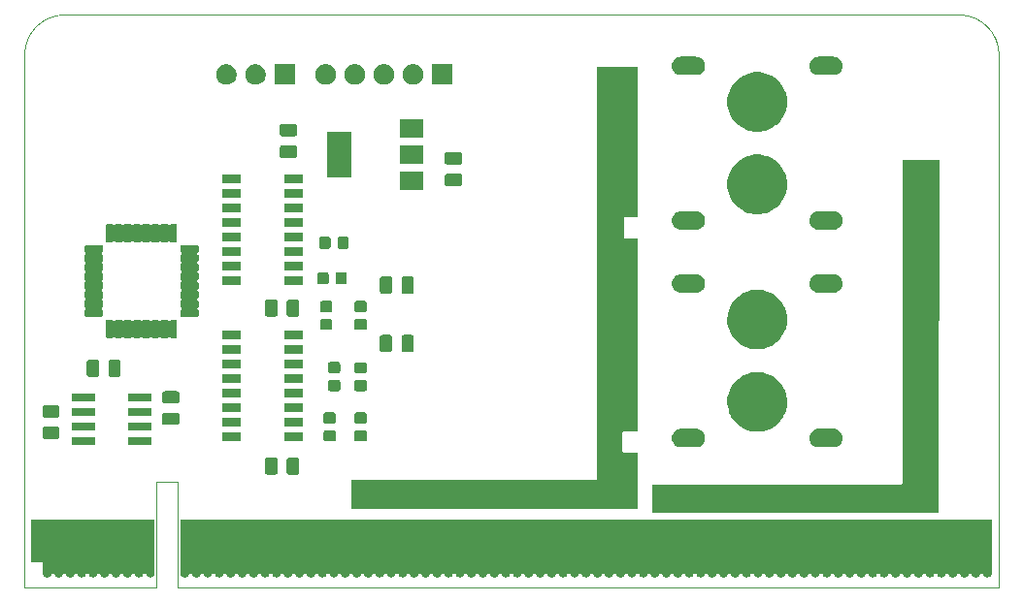
<source format=gbr>
G04 #@! TF.GenerationSoftware,KiCad,Pcbnew,(5.1.5)-3*
G04 #@! TF.CreationDate,2019-12-28T00:48:41+09:00*
G04 #@! TF.ProjectId,H-Bridge-MD,482d4272-6964-4676-952d-4d442e6b6963,rev?*
G04 #@! TF.SameCoordinates,Original*
G04 #@! TF.FileFunction,Soldermask,Bot*
G04 #@! TF.FilePolarity,Negative*
%FSLAX46Y46*%
G04 Gerber Fmt 4.6, Leading zero omitted, Abs format (unit mm)*
G04 Created by KiCad (PCBNEW (5.1.5)-3) date 2019-12-28 00:48:41*
%MOMM*%
%LPD*%
G04 APERTURE LIST*
%ADD10C,0.050000*%
%ADD11C,0.100000*%
G04 APERTURE END LIST*
D10*
X50000000Y-90000000D02*
X61468000Y-90000000D01*
X63373000Y-90000000D02*
X135000000Y-90000000D01*
X63373000Y-80772000D02*
X61468000Y-80772000D01*
X50000000Y-43500000D02*
G75*
G02X53500000Y-40000000I3500000J0D01*
G01*
X131500000Y-40000000D02*
G75*
G02X135000000Y-43500000I0J-3500000D01*
G01*
X63373000Y-80772000D02*
X63373000Y-90000000D01*
X61468000Y-90000000D02*
X61468000Y-80772000D01*
X131500000Y-40000000D02*
X53500000Y-40000000D01*
X50000000Y-43500000D02*
X50000000Y-90000000D01*
X135000000Y-43500000D02*
X135000000Y-90000000D01*
D11*
G36*
X134346000Y-88843689D02*
G01*
X134335443Y-88856553D01*
X134323893Y-88878161D01*
X134303207Y-88928103D01*
X134262058Y-88989686D01*
X134209686Y-89042058D01*
X134148103Y-89083207D01*
X134079675Y-89111550D01*
X134079674Y-89111550D01*
X134079672Y-89111551D01*
X134007034Y-89126000D01*
X133932966Y-89126000D01*
X133860328Y-89111551D01*
X133860326Y-89111550D01*
X133860325Y-89111550D01*
X133791897Y-89083207D01*
X133730314Y-89042058D01*
X133677942Y-88989686D01*
X133636793Y-88928103D01*
X133616107Y-88878161D01*
X133604557Y-88856553D01*
X133589011Y-88837611D01*
X133570069Y-88822066D01*
X133548459Y-88810515D01*
X133525010Y-88803402D01*
X133500624Y-88801000D01*
X133439376Y-88801000D01*
X133414990Y-88803402D01*
X133391541Y-88810515D01*
X133369930Y-88822066D01*
X133350988Y-88837611D01*
X133335443Y-88856553D01*
X133323893Y-88878161D01*
X133303207Y-88928103D01*
X133262058Y-88989686D01*
X133209686Y-89042058D01*
X133148103Y-89083207D01*
X133079675Y-89111550D01*
X133079674Y-89111550D01*
X133079672Y-89111551D01*
X133007034Y-89126000D01*
X132932966Y-89126000D01*
X132860328Y-89111551D01*
X132860326Y-89111550D01*
X132860325Y-89111550D01*
X132791897Y-89083207D01*
X132730314Y-89042058D01*
X132677942Y-88989686D01*
X132636793Y-88928103D01*
X132616107Y-88878161D01*
X132604557Y-88856553D01*
X132589011Y-88837611D01*
X132570069Y-88822066D01*
X132548459Y-88810515D01*
X132525010Y-88803402D01*
X132500624Y-88801000D01*
X132439376Y-88801000D01*
X132414990Y-88803402D01*
X132391541Y-88810515D01*
X132369930Y-88822066D01*
X132350988Y-88837611D01*
X132335443Y-88856553D01*
X132323893Y-88878161D01*
X132303207Y-88928103D01*
X132262058Y-88989686D01*
X132209686Y-89042058D01*
X132148103Y-89083207D01*
X132079675Y-89111550D01*
X132079674Y-89111550D01*
X132079672Y-89111551D01*
X132007034Y-89126000D01*
X131932966Y-89126000D01*
X131860328Y-89111551D01*
X131860326Y-89111550D01*
X131860325Y-89111550D01*
X131791897Y-89083207D01*
X131730314Y-89042058D01*
X131677942Y-88989686D01*
X131636793Y-88928103D01*
X131616107Y-88878161D01*
X131604557Y-88856553D01*
X131589011Y-88837611D01*
X131570069Y-88822066D01*
X131548459Y-88810515D01*
X131525010Y-88803402D01*
X131500624Y-88801000D01*
X131439376Y-88801000D01*
X131414990Y-88803402D01*
X131391541Y-88810515D01*
X131369930Y-88822066D01*
X131350988Y-88837611D01*
X131335443Y-88856553D01*
X131323893Y-88878161D01*
X131303207Y-88928103D01*
X131262058Y-88989686D01*
X131209686Y-89042058D01*
X131148103Y-89083207D01*
X131079675Y-89111550D01*
X131079674Y-89111550D01*
X131079672Y-89111551D01*
X131007034Y-89126000D01*
X130932966Y-89126000D01*
X130860328Y-89111551D01*
X130860326Y-89111550D01*
X130860325Y-89111550D01*
X130791897Y-89083207D01*
X130730314Y-89042058D01*
X130677942Y-88989686D01*
X130636793Y-88928103D01*
X130616107Y-88878161D01*
X130604557Y-88856553D01*
X130589011Y-88837611D01*
X130570069Y-88822066D01*
X130548459Y-88810515D01*
X130525010Y-88803402D01*
X130500624Y-88801000D01*
X130439376Y-88801000D01*
X130414990Y-88803402D01*
X130391541Y-88810515D01*
X130369930Y-88822066D01*
X130350988Y-88837611D01*
X130335443Y-88856553D01*
X130323893Y-88878161D01*
X130303207Y-88928103D01*
X130262058Y-88989686D01*
X130209686Y-89042058D01*
X130148103Y-89083207D01*
X130079675Y-89111550D01*
X130079674Y-89111550D01*
X130079672Y-89111551D01*
X130007034Y-89126000D01*
X129932966Y-89126000D01*
X129860328Y-89111551D01*
X129860326Y-89111550D01*
X129860325Y-89111550D01*
X129791897Y-89083207D01*
X129730314Y-89042058D01*
X129677942Y-88989686D01*
X129636793Y-88928103D01*
X129616107Y-88878161D01*
X129604557Y-88856553D01*
X129589011Y-88837611D01*
X129570069Y-88822066D01*
X129548459Y-88810515D01*
X129525010Y-88803402D01*
X129500624Y-88801000D01*
X129439376Y-88801000D01*
X129414990Y-88803402D01*
X129391541Y-88810515D01*
X129369930Y-88822066D01*
X129350988Y-88837611D01*
X129335443Y-88856553D01*
X129323893Y-88878161D01*
X129303207Y-88928103D01*
X129262058Y-88989686D01*
X129209686Y-89042058D01*
X129148103Y-89083207D01*
X129079675Y-89111550D01*
X129079674Y-89111550D01*
X129079672Y-89111551D01*
X129007034Y-89126000D01*
X128932966Y-89126000D01*
X128860328Y-89111551D01*
X128860326Y-89111550D01*
X128860325Y-89111550D01*
X128791897Y-89083207D01*
X128730314Y-89042058D01*
X128677942Y-88989686D01*
X128636793Y-88928103D01*
X128616107Y-88878161D01*
X128604557Y-88856553D01*
X128589011Y-88837611D01*
X128570069Y-88822066D01*
X128548459Y-88810515D01*
X128525010Y-88803402D01*
X128500624Y-88801000D01*
X128439376Y-88801000D01*
X128414990Y-88803402D01*
X128391541Y-88810515D01*
X128369930Y-88822066D01*
X128350988Y-88837611D01*
X128335443Y-88856553D01*
X128323893Y-88878161D01*
X128303207Y-88928103D01*
X128262058Y-88989686D01*
X128209686Y-89042058D01*
X128148103Y-89083207D01*
X128079675Y-89111550D01*
X128079674Y-89111550D01*
X128079672Y-89111551D01*
X128007034Y-89126000D01*
X127932966Y-89126000D01*
X127860328Y-89111551D01*
X127860326Y-89111550D01*
X127860325Y-89111550D01*
X127791897Y-89083207D01*
X127730314Y-89042058D01*
X127677942Y-88989686D01*
X127636793Y-88928103D01*
X127616107Y-88878161D01*
X127604557Y-88856553D01*
X127589011Y-88837611D01*
X127570069Y-88822066D01*
X127548459Y-88810515D01*
X127525010Y-88803402D01*
X127500624Y-88801000D01*
X127439376Y-88801000D01*
X127414990Y-88803402D01*
X127391541Y-88810515D01*
X127369930Y-88822066D01*
X127350988Y-88837611D01*
X127335443Y-88856553D01*
X127323893Y-88878161D01*
X127303207Y-88928103D01*
X127262058Y-88989686D01*
X127209686Y-89042058D01*
X127148103Y-89083207D01*
X127079675Y-89111550D01*
X127079674Y-89111550D01*
X127079672Y-89111551D01*
X127007034Y-89126000D01*
X126932966Y-89126000D01*
X126860328Y-89111551D01*
X126860326Y-89111550D01*
X126860325Y-89111550D01*
X126791897Y-89083207D01*
X126730314Y-89042058D01*
X126677942Y-88989686D01*
X126636793Y-88928103D01*
X126616107Y-88878161D01*
X126604557Y-88856553D01*
X126589011Y-88837611D01*
X126570069Y-88822066D01*
X126548459Y-88810515D01*
X126525010Y-88803402D01*
X126500624Y-88801000D01*
X126439376Y-88801000D01*
X126414990Y-88803402D01*
X126391541Y-88810515D01*
X126369930Y-88822066D01*
X126350988Y-88837611D01*
X126335443Y-88856553D01*
X126323893Y-88878161D01*
X126303207Y-88928103D01*
X126262058Y-88989686D01*
X126209686Y-89042058D01*
X126148103Y-89083207D01*
X126079675Y-89111550D01*
X126079674Y-89111550D01*
X126079672Y-89111551D01*
X126007034Y-89126000D01*
X125932966Y-89126000D01*
X125860328Y-89111551D01*
X125860326Y-89111550D01*
X125860325Y-89111550D01*
X125791897Y-89083207D01*
X125730314Y-89042058D01*
X125677942Y-88989686D01*
X125636793Y-88928103D01*
X125616107Y-88878161D01*
X125604557Y-88856553D01*
X125589011Y-88837611D01*
X125570069Y-88822066D01*
X125548459Y-88810515D01*
X125525010Y-88803402D01*
X125500624Y-88801000D01*
X125439376Y-88801000D01*
X125414990Y-88803402D01*
X125391541Y-88810515D01*
X125369930Y-88822066D01*
X125350988Y-88837611D01*
X125335443Y-88856553D01*
X125323893Y-88878161D01*
X125303207Y-88928103D01*
X125262058Y-88989686D01*
X125209686Y-89042058D01*
X125148103Y-89083207D01*
X125079675Y-89111550D01*
X125079674Y-89111550D01*
X125079672Y-89111551D01*
X125007034Y-89126000D01*
X124932966Y-89126000D01*
X124860328Y-89111551D01*
X124860326Y-89111550D01*
X124860325Y-89111550D01*
X124791897Y-89083207D01*
X124730314Y-89042058D01*
X124677942Y-88989686D01*
X124636793Y-88928103D01*
X124616107Y-88878161D01*
X124604557Y-88856553D01*
X124589011Y-88837611D01*
X124570069Y-88822066D01*
X124548459Y-88810515D01*
X124525010Y-88803402D01*
X124500624Y-88801000D01*
X124439376Y-88801000D01*
X124414990Y-88803402D01*
X124391541Y-88810515D01*
X124369930Y-88822066D01*
X124350988Y-88837611D01*
X124335443Y-88856553D01*
X124323893Y-88878161D01*
X124303207Y-88928103D01*
X124262058Y-88989686D01*
X124209686Y-89042058D01*
X124148103Y-89083207D01*
X124079675Y-89111550D01*
X124079674Y-89111550D01*
X124079672Y-89111551D01*
X124007034Y-89126000D01*
X123932966Y-89126000D01*
X123860328Y-89111551D01*
X123860326Y-89111550D01*
X123860325Y-89111550D01*
X123791897Y-89083207D01*
X123730314Y-89042058D01*
X123677942Y-88989686D01*
X123636793Y-88928103D01*
X123616107Y-88878161D01*
X123604557Y-88856553D01*
X123589011Y-88837611D01*
X123570069Y-88822066D01*
X123548459Y-88810515D01*
X123525010Y-88803402D01*
X123500624Y-88801000D01*
X123439376Y-88801000D01*
X123414990Y-88803402D01*
X123391541Y-88810515D01*
X123369930Y-88822066D01*
X123350988Y-88837611D01*
X123335443Y-88856553D01*
X123323893Y-88878161D01*
X123303207Y-88928103D01*
X123262058Y-88989686D01*
X123209686Y-89042058D01*
X123148103Y-89083207D01*
X123079675Y-89111550D01*
X123079674Y-89111550D01*
X123079672Y-89111551D01*
X123007034Y-89126000D01*
X122932966Y-89126000D01*
X122860328Y-89111551D01*
X122860326Y-89111550D01*
X122860325Y-89111550D01*
X122791897Y-89083207D01*
X122730314Y-89042058D01*
X122677942Y-88989686D01*
X122636793Y-88928103D01*
X122616107Y-88878161D01*
X122604557Y-88856553D01*
X122589011Y-88837611D01*
X122570069Y-88822066D01*
X122548459Y-88810515D01*
X122525010Y-88803402D01*
X122500624Y-88801000D01*
X122439376Y-88801000D01*
X122414990Y-88803402D01*
X122391541Y-88810515D01*
X122369930Y-88822066D01*
X122350988Y-88837611D01*
X122335443Y-88856553D01*
X122323893Y-88878161D01*
X122303207Y-88928103D01*
X122262058Y-88989686D01*
X122209686Y-89042058D01*
X122148103Y-89083207D01*
X122079675Y-89111550D01*
X122079674Y-89111550D01*
X122079672Y-89111551D01*
X122007034Y-89126000D01*
X121932966Y-89126000D01*
X121860328Y-89111551D01*
X121860326Y-89111550D01*
X121860325Y-89111550D01*
X121791897Y-89083207D01*
X121730314Y-89042058D01*
X121677942Y-88989686D01*
X121636793Y-88928103D01*
X121616107Y-88878161D01*
X121604557Y-88856553D01*
X121589011Y-88837611D01*
X121570069Y-88822066D01*
X121548459Y-88810515D01*
X121525010Y-88803402D01*
X121500624Y-88801000D01*
X121439376Y-88801000D01*
X121414990Y-88803402D01*
X121391541Y-88810515D01*
X121369930Y-88822066D01*
X121350988Y-88837611D01*
X121335443Y-88856553D01*
X121323893Y-88878161D01*
X121303207Y-88928103D01*
X121262058Y-88989686D01*
X121209686Y-89042058D01*
X121148103Y-89083207D01*
X121079675Y-89111550D01*
X121079674Y-89111550D01*
X121079672Y-89111551D01*
X121007034Y-89126000D01*
X120932966Y-89126000D01*
X120860328Y-89111551D01*
X120860326Y-89111550D01*
X120860325Y-89111550D01*
X120791897Y-89083207D01*
X120730314Y-89042058D01*
X120677942Y-88989686D01*
X120636793Y-88928103D01*
X120616107Y-88878161D01*
X120604557Y-88856553D01*
X120589011Y-88837611D01*
X120570069Y-88822066D01*
X120548459Y-88810515D01*
X120525010Y-88803402D01*
X120500624Y-88801000D01*
X120439376Y-88801000D01*
X120414990Y-88803402D01*
X120391541Y-88810515D01*
X120369930Y-88822066D01*
X120350988Y-88837611D01*
X120335443Y-88856553D01*
X120323893Y-88878161D01*
X120303207Y-88928103D01*
X120262058Y-88989686D01*
X120209686Y-89042058D01*
X120148103Y-89083207D01*
X120079675Y-89111550D01*
X120079674Y-89111550D01*
X120079672Y-89111551D01*
X120007034Y-89126000D01*
X119932966Y-89126000D01*
X119860328Y-89111551D01*
X119860326Y-89111550D01*
X119860325Y-89111550D01*
X119791897Y-89083207D01*
X119730314Y-89042058D01*
X119677942Y-88989686D01*
X119636793Y-88928103D01*
X119616107Y-88878161D01*
X119604557Y-88856553D01*
X119589011Y-88837611D01*
X119570069Y-88822066D01*
X119548459Y-88810515D01*
X119525010Y-88803402D01*
X119500624Y-88801000D01*
X119439376Y-88801000D01*
X119414990Y-88803402D01*
X119391541Y-88810515D01*
X119369930Y-88822066D01*
X119350988Y-88837611D01*
X119335443Y-88856553D01*
X119323893Y-88878161D01*
X119303207Y-88928103D01*
X119262058Y-88989686D01*
X119209686Y-89042058D01*
X119148103Y-89083207D01*
X119079675Y-89111550D01*
X119079674Y-89111550D01*
X119079672Y-89111551D01*
X119007034Y-89126000D01*
X118932966Y-89126000D01*
X118860328Y-89111551D01*
X118860326Y-89111550D01*
X118860325Y-89111550D01*
X118791897Y-89083207D01*
X118730314Y-89042058D01*
X118677942Y-88989686D01*
X118636793Y-88928103D01*
X118616107Y-88878161D01*
X118604557Y-88856553D01*
X118589011Y-88837611D01*
X118570069Y-88822066D01*
X118548459Y-88810515D01*
X118525010Y-88803402D01*
X118500624Y-88801000D01*
X118439376Y-88801000D01*
X118414990Y-88803402D01*
X118391541Y-88810515D01*
X118369930Y-88822066D01*
X118350988Y-88837611D01*
X118335443Y-88856553D01*
X118323893Y-88878161D01*
X118303207Y-88928103D01*
X118262058Y-88989686D01*
X118209686Y-89042058D01*
X118148103Y-89083207D01*
X118079675Y-89111550D01*
X118079674Y-89111550D01*
X118079672Y-89111551D01*
X118007034Y-89126000D01*
X117932966Y-89126000D01*
X117860328Y-89111551D01*
X117860326Y-89111550D01*
X117860325Y-89111550D01*
X117791897Y-89083207D01*
X117730314Y-89042058D01*
X117677942Y-88989686D01*
X117636793Y-88928103D01*
X117616107Y-88878161D01*
X117604557Y-88856553D01*
X117589011Y-88837611D01*
X117570069Y-88822066D01*
X117548459Y-88810515D01*
X117525010Y-88803402D01*
X117500624Y-88801000D01*
X117439376Y-88801000D01*
X117414990Y-88803402D01*
X117391541Y-88810515D01*
X117369930Y-88822066D01*
X117350988Y-88837611D01*
X117335443Y-88856553D01*
X117323893Y-88878161D01*
X117303207Y-88928103D01*
X117262058Y-88989686D01*
X117209686Y-89042058D01*
X117148103Y-89083207D01*
X117079675Y-89111550D01*
X117079674Y-89111550D01*
X117079672Y-89111551D01*
X117007034Y-89126000D01*
X116932966Y-89126000D01*
X116860328Y-89111551D01*
X116860326Y-89111550D01*
X116860325Y-89111550D01*
X116791897Y-89083207D01*
X116730314Y-89042058D01*
X116677942Y-88989686D01*
X116636793Y-88928103D01*
X116616107Y-88878161D01*
X116604557Y-88856553D01*
X116589011Y-88837611D01*
X116570069Y-88822066D01*
X116548459Y-88810515D01*
X116525010Y-88803402D01*
X116500624Y-88801000D01*
X116439376Y-88801000D01*
X116414990Y-88803402D01*
X116391541Y-88810515D01*
X116369930Y-88822066D01*
X116350988Y-88837611D01*
X116335443Y-88856553D01*
X116323893Y-88878161D01*
X116303207Y-88928103D01*
X116262058Y-88989686D01*
X116209686Y-89042058D01*
X116148103Y-89083207D01*
X116079675Y-89111550D01*
X116079674Y-89111550D01*
X116079672Y-89111551D01*
X116007034Y-89126000D01*
X115932966Y-89126000D01*
X115860328Y-89111551D01*
X115860326Y-89111550D01*
X115860325Y-89111550D01*
X115791897Y-89083207D01*
X115730314Y-89042058D01*
X115677942Y-88989686D01*
X115636793Y-88928103D01*
X115616107Y-88878161D01*
X115604557Y-88856553D01*
X115589011Y-88837611D01*
X115570069Y-88822066D01*
X115548459Y-88810515D01*
X115525010Y-88803402D01*
X115500624Y-88801000D01*
X115439376Y-88801000D01*
X115414990Y-88803402D01*
X115391541Y-88810515D01*
X115369930Y-88822066D01*
X115350988Y-88837611D01*
X115335443Y-88856553D01*
X115323893Y-88878161D01*
X115303207Y-88928103D01*
X115262058Y-88989686D01*
X115209686Y-89042058D01*
X115148103Y-89083207D01*
X115079675Y-89111550D01*
X115079674Y-89111550D01*
X115079672Y-89111551D01*
X115007034Y-89126000D01*
X114932966Y-89126000D01*
X114860328Y-89111551D01*
X114860326Y-89111550D01*
X114860325Y-89111550D01*
X114791897Y-89083207D01*
X114730314Y-89042058D01*
X114677942Y-88989686D01*
X114636793Y-88928103D01*
X114616107Y-88878161D01*
X114604557Y-88856553D01*
X114589011Y-88837611D01*
X114570069Y-88822066D01*
X114548459Y-88810515D01*
X114525010Y-88803402D01*
X114500624Y-88801000D01*
X114439376Y-88801000D01*
X114414990Y-88803402D01*
X114391541Y-88810515D01*
X114369930Y-88822066D01*
X114350988Y-88837611D01*
X114335443Y-88856553D01*
X114323893Y-88878161D01*
X114303207Y-88928103D01*
X114262058Y-88989686D01*
X114209686Y-89042058D01*
X114148103Y-89083207D01*
X114079675Y-89111550D01*
X114079674Y-89111550D01*
X114079672Y-89111551D01*
X114007034Y-89126000D01*
X113932966Y-89126000D01*
X113860328Y-89111551D01*
X113860326Y-89111550D01*
X113860325Y-89111550D01*
X113791897Y-89083207D01*
X113730314Y-89042058D01*
X113677942Y-88989686D01*
X113636793Y-88928103D01*
X113616107Y-88878161D01*
X113604557Y-88856553D01*
X113589011Y-88837611D01*
X113570069Y-88822066D01*
X113548459Y-88810515D01*
X113525010Y-88803402D01*
X113500624Y-88801000D01*
X113439376Y-88801000D01*
X113414990Y-88803402D01*
X113391541Y-88810515D01*
X113369930Y-88822066D01*
X113350988Y-88837611D01*
X113335443Y-88856553D01*
X113323893Y-88878161D01*
X113303207Y-88928103D01*
X113262058Y-88989686D01*
X113209686Y-89042058D01*
X113148103Y-89083207D01*
X113079675Y-89111550D01*
X113079674Y-89111550D01*
X113079672Y-89111551D01*
X113007034Y-89126000D01*
X112932966Y-89126000D01*
X112860328Y-89111551D01*
X112860326Y-89111550D01*
X112860325Y-89111550D01*
X112791897Y-89083207D01*
X112730314Y-89042058D01*
X112677942Y-88989686D01*
X112636793Y-88928103D01*
X112616107Y-88878161D01*
X112604557Y-88856553D01*
X112589011Y-88837611D01*
X112570069Y-88822066D01*
X112548459Y-88810515D01*
X112525010Y-88803402D01*
X112500624Y-88801000D01*
X112439376Y-88801000D01*
X112414990Y-88803402D01*
X112391541Y-88810515D01*
X112369930Y-88822066D01*
X112350988Y-88837611D01*
X112335443Y-88856553D01*
X112323893Y-88878161D01*
X112303207Y-88928103D01*
X112262058Y-88989686D01*
X112209686Y-89042058D01*
X112148103Y-89083207D01*
X112079675Y-89111550D01*
X112079674Y-89111550D01*
X112079672Y-89111551D01*
X112007034Y-89126000D01*
X111932966Y-89126000D01*
X111860328Y-89111551D01*
X111860326Y-89111550D01*
X111860325Y-89111550D01*
X111791897Y-89083207D01*
X111730314Y-89042058D01*
X111677942Y-88989686D01*
X111636793Y-88928103D01*
X111616107Y-88878161D01*
X111604557Y-88856553D01*
X111589011Y-88837611D01*
X111570069Y-88822066D01*
X111548459Y-88810515D01*
X111525010Y-88803402D01*
X111500624Y-88801000D01*
X111439376Y-88801000D01*
X111414990Y-88803402D01*
X111391541Y-88810515D01*
X111369930Y-88822066D01*
X111350988Y-88837611D01*
X111335443Y-88856553D01*
X111323893Y-88878161D01*
X111303207Y-88928103D01*
X111262058Y-88989686D01*
X111209686Y-89042058D01*
X111148103Y-89083207D01*
X111079675Y-89111550D01*
X111079674Y-89111550D01*
X111079672Y-89111551D01*
X111007034Y-89126000D01*
X110932966Y-89126000D01*
X110860328Y-89111551D01*
X110860326Y-89111550D01*
X110860325Y-89111550D01*
X110791897Y-89083207D01*
X110730314Y-89042058D01*
X110677942Y-88989686D01*
X110636793Y-88928103D01*
X110616107Y-88878161D01*
X110604557Y-88856553D01*
X110589011Y-88837611D01*
X110570069Y-88822066D01*
X110548459Y-88810515D01*
X110525010Y-88803402D01*
X110500624Y-88801000D01*
X110439376Y-88801000D01*
X110414990Y-88803402D01*
X110391541Y-88810515D01*
X110369930Y-88822066D01*
X110350988Y-88837611D01*
X110335443Y-88856553D01*
X110323893Y-88878161D01*
X110303207Y-88928103D01*
X110262058Y-88989686D01*
X110209686Y-89042058D01*
X110148103Y-89083207D01*
X110079675Y-89111550D01*
X110079674Y-89111550D01*
X110079672Y-89111551D01*
X110007034Y-89126000D01*
X109932966Y-89126000D01*
X109860328Y-89111551D01*
X109860326Y-89111550D01*
X109860325Y-89111550D01*
X109791897Y-89083207D01*
X109730314Y-89042058D01*
X109677942Y-88989686D01*
X109636793Y-88928103D01*
X109616107Y-88878161D01*
X109604557Y-88856553D01*
X109589011Y-88837611D01*
X109570069Y-88822066D01*
X109548459Y-88810515D01*
X109525010Y-88803402D01*
X109500624Y-88801000D01*
X109439376Y-88801000D01*
X109414990Y-88803402D01*
X109391541Y-88810515D01*
X109369930Y-88822066D01*
X109350988Y-88837611D01*
X109335443Y-88856553D01*
X109323893Y-88878161D01*
X109303207Y-88928103D01*
X109262058Y-88989686D01*
X109209686Y-89042058D01*
X109148103Y-89083207D01*
X109079675Y-89111550D01*
X109079674Y-89111550D01*
X109079672Y-89111551D01*
X109007034Y-89126000D01*
X108932966Y-89126000D01*
X108860328Y-89111551D01*
X108860326Y-89111550D01*
X108860325Y-89111550D01*
X108791897Y-89083207D01*
X108730314Y-89042058D01*
X108677942Y-88989686D01*
X108636793Y-88928103D01*
X108616107Y-88878161D01*
X108604557Y-88856553D01*
X108589011Y-88837611D01*
X108570069Y-88822066D01*
X108548459Y-88810515D01*
X108525010Y-88803402D01*
X108500624Y-88801000D01*
X108439376Y-88801000D01*
X108414990Y-88803402D01*
X108391541Y-88810515D01*
X108369930Y-88822066D01*
X108350988Y-88837611D01*
X108335443Y-88856553D01*
X108323893Y-88878161D01*
X108303207Y-88928103D01*
X108262058Y-88989686D01*
X108209686Y-89042058D01*
X108148103Y-89083207D01*
X108079675Y-89111550D01*
X108079674Y-89111550D01*
X108079672Y-89111551D01*
X108007034Y-89126000D01*
X107932966Y-89126000D01*
X107860328Y-89111551D01*
X107860326Y-89111550D01*
X107860325Y-89111550D01*
X107791897Y-89083207D01*
X107730314Y-89042058D01*
X107677942Y-88989686D01*
X107636793Y-88928103D01*
X107616107Y-88878161D01*
X107604557Y-88856553D01*
X107589011Y-88837611D01*
X107570069Y-88822066D01*
X107548459Y-88810515D01*
X107525010Y-88803402D01*
X107500624Y-88801000D01*
X107439376Y-88801000D01*
X107414990Y-88803402D01*
X107391541Y-88810515D01*
X107369930Y-88822066D01*
X107350988Y-88837611D01*
X107335443Y-88856553D01*
X107323893Y-88878161D01*
X107303207Y-88928103D01*
X107262058Y-88989686D01*
X107209686Y-89042058D01*
X107148103Y-89083207D01*
X107079675Y-89111550D01*
X107079674Y-89111550D01*
X107079672Y-89111551D01*
X107007034Y-89126000D01*
X106932966Y-89126000D01*
X106860328Y-89111551D01*
X106860326Y-89111550D01*
X106860325Y-89111550D01*
X106791897Y-89083207D01*
X106730314Y-89042058D01*
X106677942Y-88989686D01*
X106636793Y-88928103D01*
X106616107Y-88878161D01*
X106604557Y-88856553D01*
X106589011Y-88837611D01*
X106570069Y-88822066D01*
X106548459Y-88810515D01*
X106525010Y-88803402D01*
X106500624Y-88801000D01*
X106439376Y-88801000D01*
X106414990Y-88803402D01*
X106391541Y-88810515D01*
X106369930Y-88822066D01*
X106350988Y-88837611D01*
X106335443Y-88856553D01*
X106323893Y-88878161D01*
X106303207Y-88928103D01*
X106262058Y-88989686D01*
X106209686Y-89042058D01*
X106148103Y-89083207D01*
X106079675Y-89111550D01*
X106079674Y-89111550D01*
X106079672Y-89111551D01*
X106007034Y-89126000D01*
X105932966Y-89126000D01*
X105860328Y-89111551D01*
X105860326Y-89111550D01*
X105860325Y-89111550D01*
X105791897Y-89083207D01*
X105730314Y-89042058D01*
X105677942Y-88989686D01*
X105636793Y-88928103D01*
X105616107Y-88878161D01*
X105604557Y-88856553D01*
X105589011Y-88837611D01*
X105570069Y-88822066D01*
X105548459Y-88810515D01*
X105525010Y-88803402D01*
X105500624Y-88801000D01*
X105439376Y-88801000D01*
X105414990Y-88803402D01*
X105391541Y-88810515D01*
X105369930Y-88822066D01*
X105350988Y-88837611D01*
X105335443Y-88856553D01*
X105323893Y-88878161D01*
X105303207Y-88928103D01*
X105262058Y-88989686D01*
X105209686Y-89042058D01*
X105148103Y-89083207D01*
X105079675Y-89111550D01*
X105079674Y-89111550D01*
X105079672Y-89111551D01*
X105007034Y-89126000D01*
X104932966Y-89126000D01*
X104860328Y-89111551D01*
X104860326Y-89111550D01*
X104860325Y-89111550D01*
X104791897Y-89083207D01*
X104730314Y-89042058D01*
X104677942Y-88989686D01*
X104636793Y-88928103D01*
X104616107Y-88878161D01*
X104604557Y-88856553D01*
X104589011Y-88837611D01*
X104570069Y-88822066D01*
X104548459Y-88810515D01*
X104525010Y-88803402D01*
X104500624Y-88801000D01*
X104439376Y-88801000D01*
X104414990Y-88803402D01*
X104391541Y-88810515D01*
X104369930Y-88822066D01*
X104350988Y-88837611D01*
X104335443Y-88856553D01*
X104323893Y-88878161D01*
X104303207Y-88928103D01*
X104262058Y-88989686D01*
X104209686Y-89042058D01*
X104148103Y-89083207D01*
X104079675Y-89111550D01*
X104079674Y-89111550D01*
X104079672Y-89111551D01*
X104007034Y-89126000D01*
X103932966Y-89126000D01*
X103860328Y-89111551D01*
X103860326Y-89111550D01*
X103860325Y-89111550D01*
X103791897Y-89083207D01*
X103730314Y-89042058D01*
X103677942Y-88989686D01*
X103636793Y-88928103D01*
X103616107Y-88878161D01*
X103604557Y-88856553D01*
X103589011Y-88837611D01*
X103570069Y-88822066D01*
X103548459Y-88810515D01*
X103525010Y-88803402D01*
X103500624Y-88801000D01*
X103439376Y-88801000D01*
X103414990Y-88803402D01*
X103391541Y-88810515D01*
X103369930Y-88822066D01*
X103350988Y-88837611D01*
X103335443Y-88856553D01*
X103323893Y-88878161D01*
X103303207Y-88928103D01*
X103262058Y-88989686D01*
X103209686Y-89042058D01*
X103148103Y-89083207D01*
X103079675Y-89111550D01*
X103079674Y-89111550D01*
X103079672Y-89111551D01*
X103007034Y-89126000D01*
X102932966Y-89126000D01*
X102860328Y-89111551D01*
X102860326Y-89111550D01*
X102860325Y-89111550D01*
X102791897Y-89083207D01*
X102730314Y-89042058D01*
X102677942Y-88989686D01*
X102636793Y-88928103D01*
X102616107Y-88878161D01*
X102604557Y-88856553D01*
X102589011Y-88837611D01*
X102570069Y-88822066D01*
X102548459Y-88810515D01*
X102525010Y-88803402D01*
X102500624Y-88801000D01*
X102439376Y-88801000D01*
X102414990Y-88803402D01*
X102391541Y-88810515D01*
X102369930Y-88822066D01*
X102350988Y-88837611D01*
X102335443Y-88856553D01*
X102323893Y-88878161D01*
X102303207Y-88928103D01*
X102262058Y-88989686D01*
X102209686Y-89042058D01*
X102148103Y-89083207D01*
X102079675Y-89111550D01*
X102079674Y-89111550D01*
X102079672Y-89111551D01*
X102007034Y-89126000D01*
X101932966Y-89126000D01*
X101860328Y-89111551D01*
X101860326Y-89111550D01*
X101860325Y-89111550D01*
X101791897Y-89083207D01*
X101730314Y-89042058D01*
X101677942Y-88989686D01*
X101636793Y-88928103D01*
X101616107Y-88878161D01*
X101604557Y-88856553D01*
X101589011Y-88837611D01*
X101570069Y-88822066D01*
X101548459Y-88810515D01*
X101525010Y-88803402D01*
X101500624Y-88801000D01*
X101439376Y-88801000D01*
X101414990Y-88803402D01*
X101391541Y-88810515D01*
X101369930Y-88822066D01*
X101350988Y-88837611D01*
X101335443Y-88856553D01*
X101323893Y-88878161D01*
X101303207Y-88928103D01*
X101262058Y-88989686D01*
X101209686Y-89042058D01*
X101148103Y-89083207D01*
X101079675Y-89111550D01*
X101079674Y-89111550D01*
X101079672Y-89111551D01*
X101007034Y-89126000D01*
X100932966Y-89126000D01*
X100860328Y-89111551D01*
X100860326Y-89111550D01*
X100860325Y-89111550D01*
X100791897Y-89083207D01*
X100730314Y-89042058D01*
X100677942Y-88989686D01*
X100636793Y-88928103D01*
X100616107Y-88878161D01*
X100604557Y-88856553D01*
X100589011Y-88837611D01*
X100570069Y-88822066D01*
X100548459Y-88810515D01*
X100525010Y-88803402D01*
X100500624Y-88801000D01*
X100439376Y-88801000D01*
X100414990Y-88803402D01*
X100391541Y-88810515D01*
X100369930Y-88822066D01*
X100350988Y-88837611D01*
X100335443Y-88856553D01*
X100323893Y-88878161D01*
X100303207Y-88928103D01*
X100262058Y-88989686D01*
X100209686Y-89042058D01*
X100148103Y-89083207D01*
X100079675Y-89111550D01*
X100079674Y-89111550D01*
X100079672Y-89111551D01*
X100007034Y-89126000D01*
X99932966Y-89126000D01*
X99860328Y-89111551D01*
X99860326Y-89111550D01*
X99860325Y-89111550D01*
X99791897Y-89083207D01*
X99730314Y-89042058D01*
X99677942Y-88989686D01*
X99636793Y-88928103D01*
X99616107Y-88878161D01*
X99604557Y-88856553D01*
X99589011Y-88837611D01*
X99570069Y-88822066D01*
X99548459Y-88810515D01*
X99525010Y-88803402D01*
X99500624Y-88801000D01*
X99439376Y-88801000D01*
X99414990Y-88803402D01*
X99391541Y-88810515D01*
X99369930Y-88822066D01*
X99350988Y-88837611D01*
X99335443Y-88856553D01*
X99323893Y-88878161D01*
X99303207Y-88928103D01*
X99262058Y-88989686D01*
X99209686Y-89042058D01*
X99148103Y-89083207D01*
X99079675Y-89111550D01*
X99079674Y-89111550D01*
X99079672Y-89111551D01*
X99007034Y-89126000D01*
X98932966Y-89126000D01*
X98860328Y-89111551D01*
X98860326Y-89111550D01*
X98860325Y-89111550D01*
X98791897Y-89083207D01*
X98730314Y-89042058D01*
X98677942Y-88989686D01*
X98636793Y-88928103D01*
X98616107Y-88878161D01*
X98604557Y-88856553D01*
X98589011Y-88837611D01*
X98570069Y-88822066D01*
X98548459Y-88810515D01*
X98525010Y-88803402D01*
X98500624Y-88801000D01*
X98439376Y-88801000D01*
X98414990Y-88803402D01*
X98391541Y-88810515D01*
X98369930Y-88822066D01*
X98350988Y-88837611D01*
X98335443Y-88856553D01*
X98323893Y-88878161D01*
X98303207Y-88928103D01*
X98262058Y-88989686D01*
X98209686Y-89042058D01*
X98148103Y-89083207D01*
X98079675Y-89111550D01*
X98079674Y-89111550D01*
X98079672Y-89111551D01*
X98007034Y-89126000D01*
X97932966Y-89126000D01*
X97860328Y-89111551D01*
X97860326Y-89111550D01*
X97860325Y-89111550D01*
X97791897Y-89083207D01*
X97730314Y-89042058D01*
X97677942Y-88989686D01*
X97636793Y-88928103D01*
X97616107Y-88878161D01*
X97604557Y-88856553D01*
X97589011Y-88837611D01*
X97570069Y-88822066D01*
X97548459Y-88810515D01*
X97525010Y-88803402D01*
X97500624Y-88801000D01*
X97439376Y-88801000D01*
X97414990Y-88803402D01*
X97391541Y-88810515D01*
X97369930Y-88822066D01*
X97350988Y-88837611D01*
X97335443Y-88856553D01*
X97323893Y-88878161D01*
X97303207Y-88928103D01*
X97262058Y-88989686D01*
X97209686Y-89042058D01*
X97148103Y-89083207D01*
X97079675Y-89111550D01*
X97079674Y-89111550D01*
X97079672Y-89111551D01*
X97007034Y-89126000D01*
X96932966Y-89126000D01*
X96860328Y-89111551D01*
X96860326Y-89111550D01*
X96860325Y-89111550D01*
X96791897Y-89083207D01*
X96730314Y-89042058D01*
X96677942Y-88989686D01*
X96636793Y-88928103D01*
X96616107Y-88878161D01*
X96604557Y-88856553D01*
X96589011Y-88837611D01*
X96570069Y-88822066D01*
X96548459Y-88810515D01*
X96525010Y-88803402D01*
X96500624Y-88801000D01*
X96439376Y-88801000D01*
X96414990Y-88803402D01*
X96391541Y-88810515D01*
X96369930Y-88822066D01*
X96350988Y-88837611D01*
X96335443Y-88856553D01*
X96323893Y-88878161D01*
X96303207Y-88928103D01*
X96262058Y-88989686D01*
X96209686Y-89042058D01*
X96148103Y-89083207D01*
X96079675Y-89111550D01*
X96079674Y-89111550D01*
X96079672Y-89111551D01*
X96007034Y-89126000D01*
X95932966Y-89126000D01*
X95860328Y-89111551D01*
X95860326Y-89111550D01*
X95860325Y-89111550D01*
X95791897Y-89083207D01*
X95730314Y-89042058D01*
X95677942Y-88989686D01*
X95636793Y-88928103D01*
X95616107Y-88878161D01*
X95604557Y-88856553D01*
X95589011Y-88837611D01*
X95570069Y-88822066D01*
X95548459Y-88810515D01*
X95525010Y-88803402D01*
X95500624Y-88801000D01*
X95439376Y-88801000D01*
X95414990Y-88803402D01*
X95391541Y-88810515D01*
X95369930Y-88822066D01*
X95350988Y-88837611D01*
X95335443Y-88856553D01*
X95323893Y-88878161D01*
X95303207Y-88928103D01*
X95262058Y-88989686D01*
X95209686Y-89042058D01*
X95148103Y-89083207D01*
X95079675Y-89111550D01*
X95079674Y-89111550D01*
X95079672Y-89111551D01*
X95007034Y-89126000D01*
X94932966Y-89126000D01*
X94860328Y-89111551D01*
X94860326Y-89111550D01*
X94860325Y-89111550D01*
X94791897Y-89083207D01*
X94730314Y-89042058D01*
X94677942Y-88989686D01*
X94636793Y-88928103D01*
X94616107Y-88878161D01*
X94604557Y-88856553D01*
X94589011Y-88837611D01*
X94570069Y-88822066D01*
X94548459Y-88810515D01*
X94525010Y-88803402D01*
X94500624Y-88801000D01*
X94439376Y-88801000D01*
X94414990Y-88803402D01*
X94391541Y-88810515D01*
X94369930Y-88822066D01*
X94350988Y-88837611D01*
X94335443Y-88856553D01*
X94323893Y-88878161D01*
X94303207Y-88928103D01*
X94262058Y-88989686D01*
X94209686Y-89042058D01*
X94148103Y-89083207D01*
X94079675Y-89111550D01*
X94079674Y-89111550D01*
X94079672Y-89111551D01*
X94007034Y-89126000D01*
X93932966Y-89126000D01*
X93860328Y-89111551D01*
X93860326Y-89111550D01*
X93860325Y-89111550D01*
X93791897Y-89083207D01*
X93730314Y-89042058D01*
X93677942Y-88989686D01*
X93636793Y-88928103D01*
X93616107Y-88878161D01*
X93604557Y-88856553D01*
X93589011Y-88837611D01*
X93570069Y-88822066D01*
X93548459Y-88810515D01*
X93525010Y-88803402D01*
X93500624Y-88801000D01*
X93439376Y-88801000D01*
X93414990Y-88803402D01*
X93391541Y-88810515D01*
X93369930Y-88822066D01*
X93350988Y-88837611D01*
X93335443Y-88856553D01*
X93323893Y-88878161D01*
X93303207Y-88928103D01*
X93262058Y-88989686D01*
X93209686Y-89042058D01*
X93148103Y-89083207D01*
X93079675Y-89111550D01*
X93079674Y-89111550D01*
X93079672Y-89111551D01*
X93007034Y-89126000D01*
X92932966Y-89126000D01*
X92860328Y-89111551D01*
X92860326Y-89111550D01*
X92860325Y-89111550D01*
X92791897Y-89083207D01*
X92730314Y-89042058D01*
X92677942Y-88989686D01*
X92636793Y-88928103D01*
X92616107Y-88878161D01*
X92604557Y-88856553D01*
X92589011Y-88837611D01*
X92570069Y-88822066D01*
X92548459Y-88810515D01*
X92525010Y-88803402D01*
X92500624Y-88801000D01*
X92439376Y-88801000D01*
X92414990Y-88803402D01*
X92391541Y-88810515D01*
X92369930Y-88822066D01*
X92350988Y-88837611D01*
X92335443Y-88856553D01*
X92323893Y-88878161D01*
X92303207Y-88928103D01*
X92262058Y-88989686D01*
X92209686Y-89042058D01*
X92148103Y-89083207D01*
X92079675Y-89111550D01*
X92079674Y-89111550D01*
X92079672Y-89111551D01*
X92007034Y-89126000D01*
X91932966Y-89126000D01*
X91860328Y-89111551D01*
X91860326Y-89111550D01*
X91860325Y-89111550D01*
X91791897Y-89083207D01*
X91730314Y-89042058D01*
X91677942Y-88989686D01*
X91636793Y-88928103D01*
X91616107Y-88878161D01*
X91604557Y-88856553D01*
X91589011Y-88837611D01*
X91570069Y-88822066D01*
X91548459Y-88810515D01*
X91525010Y-88803402D01*
X91500624Y-88801000D01*
X91439376Y-88801000D01*
X91414990Y-88803402D01*
X91391541Y-88810515D01*
X91369930Y-88822066D01*
X91350988Y-88837611D01*
X91335443Y-88856553D01*
X91323893Y-88878161D01*
X91303207Y-88928103D01*
X91262058Y-88989686D01*
X91209686Y-89042058D01*
X91148103Y-89083207D01*
X91079675Y-89111550D01*
X91079674Y-89111550D01*
X91079672Y-89111551D01*
X91007034Y-89126000D01*
X90932966Y-89126000D01*
X90860328Y-89111551D01*
X90860326Y-89111550D01*
X90860325Y-89111550D01*
X90791897Y-89083207D01*
X90730314Y-89042058D01*
X90677942Y-88989686D01*
X90636793Y-88928103D01*
X90616107Y-88878161D01*
X90604557Y-88856553D01*
X90589011Y-88837611D01*
X90570069Y-88822066D01*
X90548459Y-88810515D01*
X90525010Y-88803402D01*
X90500624Y-88801000D01*
X90439376Y-88801000D01*
X90414990Y-88803402D01*
X90391541Y-88810515D01*
X90369930Y-88822066D01*
X90350988Y-88837611D01*
X90335443Y-88856553D01*
X90323893Y-88878161D01*
X90303207Y-88928103D01*
X90262058Y-88989686D01*
X90209686Y-89042058D01*
X90148103Y-89083207D01*
X90079675Y-89111550D01*
X90079674Y-89111550D01*
X90079672Y-89111551D01*
X90007034Y-89126000D01*
X89932966Y-89126000D01*
X89860328Y-89111551D01*
X89860326Y-89111550D01*
X89860325Y-89111550D01*
X89791897Y-89083207D01*
X89730314Y-89042058D01*
X89677942Y-88989686D01*
X89636793Y-88928103D01*
X89616107Y-88878161D01*
X89604557Y-88856553D01*
X89589011Y-88837611D01*
X89570069Y-88822066D01*
X89548459Y-88810515D01*
X89525010Y-88803402D01*
X89500624Y-88801000D01*
X89439376Y-88801000D01*
X89414990Y-88803402D01*
X89391541Y-88810515D01*
X89369930Y-88822066D01*
X89350988Y-88837611D01*
X89335443Y-88856553D01*
X89323893Y-88878161D01*
X89303207Y-88928103D01*
X89262058Y-88989686D01*
X89209686Y-89042058D01*
X89148103Y-89083207D01*
X89079675Y-89111550D01*
X89079674Y-89111550D01*
X89079672Y-89111551D01*
X89007034Y-89126000D01*
X88932966Y-89126000D01*
X88860328Y-89111551D01*
X88860326Y-89111550D01*
X88860325Y-89111550D01*
X88791897Y-89083207D01*
X88730314Y-89042058D01*
X88677942Y-88989686D01*
X88636793Y-88928103D01*
X88616107Y-88878161D01*
X88604557Y-88856553D01*
X88589011Y-88837611D01*
X88570069Y-88822066D01*
X88548459Y-88810515D01*
X88525010Y-88803402D01*
X88500624Y-88801000D01*
X88439376Y-88801000D01*
X88414990Y-88803402D01*
X88391541Y-88810515D01*
X88369930Y-88822066D01*
X88350988Y-88837611D01*
X88335443Y-88856553D01*
X88323893Y-88878161D01*
X88303207Y-88928103D01*
X88262058Y-88989686D01*
X88209686Y-89042058D01*
X88148103Y-89083207D01*
X88079675Y-89111550D01*
X88079674Y-89111550D01*
X88079672Y-89111551D01*
X88007034Y-89126000D01*
X87932966Y-89126000D01*
X87860328Y-89111551D01*
X87860326Y-89111550D01*
X87860325Y-89111550D01*
X87791897Y-89083207D01*
X87730314Y-89042058D01*
X87677942Y-88989686D01*
X87636793Y-88928103D01*
X87616107Y-88878161D01*
X87604557Y-88856553D01*
X87589011Y-88837611D01*
X87570069Y-88822066D01*
X87548459Y-88810515D01*
X87525010Y-88803402D01*
X87500624Y-88801000D01*
X87439376Y-88801000D01*
X87414990Y-88803402D01*
X87391541Y-88810515D01*
X87369930Y-88822066D01*
X87350988Y-88837611D01*
X87335443Y-88856553D01*
X87323893Y-88878161D01*
X87303207Y-88928103D01*
X87262058Y-88989686D01*
X87209686Y-89042058D01*
X87148103Y-89083207D01*
X87079675Y-89111550D01*
X87079674Y-89111550D01*
X87079672Y-89111551D01*
X87007034Y-89126000D01*
X86932966Y-89126000D01*
X86860328Y-89111551D01*
X86860326Y-89111550D01*
X86860325Y-89111550D01*
X86791897Y-89083207D01*
X86730314Y-89042058D01*
X86677942Y-88989686D01*
X86636793Y-88928103D01*
X86616107Y-88878161D01*
X86604557Y-88856553D01*
X86589011Y-88837611D01*
X86570069Y-88822066D01*
X86548459Y-88810515D01*
X86525010Y-88803402D01*
X86500624Y-88801000D01*
X86439376Y-88801000D01*
X86414990Y-88803402D01*
X86391541Y-88810515D01*
X86369930Y-88822066D01*
X86350988Y-88837611D01*
X86335443Y-88856553D01*
X86323893Y-88878161D01*
X86303207Y-88928103D01*
X86262058Y-88989686D01*
X86209686Y-89042058D01*
X86148103Y-89083207D01*
X86079675Y-89111550D01*
X86079674Y-89111550D01*
X86079672Y-89111551D01*
X86007034Y-89126000D01*
X85932966Y-89126000D01*
X85860328Y-89111551D01*
X85860326Y-89111550D01*
X85860325Y-89111550D01*
X85791897Y-89083207D01*
X85730314Y-89042058D01*
X85677942Y-88989686D01*
X85636793Y-88928103D01*
X85616107Y-88878161D01*
X85604557Y-88856553D01*
X85589011Y-88837611D01*
X85570069Y-88822066D01*
X85548459Y-88810515D01*
X85525010Y-88803402D01*
X85500624Y-88801000D01*
X85439376Y-88801000D01*
X85414990Y-88803402D01*
X85391541Y-88810515D01*
X85369930Y-88822066D01*
X85350988Y-88837611D01*
X85335443Y-88856553D01*
X85323893Y-88878161D01*
X85303207Y-88928103D01*
X85262058Y-88989686D01*
X85209686Y-89042058D01*
X85148103Y-89083207D01*
X85079675Y-89111550D01*
X85079674Y-89111550D01*
X85079672Y-89111551D01*
X85007034Y-89126000D01*
X84932966Y-89126000D01*
X84860328Y-89111551D01*
X84860326Y-89111550D01*
X84860325Y-89111550D01*
X84791897Y-89083207D01*
X84730314Y-89042058D01*
X84677942Y-88989686D01*
X84636793Y-88928103D01*
X84616107Y-88878161D01*
X84604557Y-88856553D01*
X84589011Y-88837611D01*
X84570069Y-88822066D01*
X84548459Y-88810515D01*
X84525010Y-88803402D01*
X84500624Y-88801000D01*
X84439376Y-88801000D01*
X84414990Y-88803402D01*
X84391541Y-88810515D01*
X84369930Y-88822066D01*
X84350988Y-88837611D01*
X84335443Y-88856553D01*
X84323893Y-88878161D01*
X84303207Y-88928103D01*
X84262058Y-88989686D01*
X84209686Y-89042058D01*
X84148103Y-89083207D01*
X84079675Y-89111550D01*
X84079674Y-89111550D01*
X84079672Y-89111551D01*
X84007034Y-89126000D01*
X83932966Y-89126000D01*
X83860328Y-89111551D01*
X83860326Y-89111550D01*
X83860325Y-89111550D01*
X83791897Y-89083207D01*
X83730314Y-89042058D01*
X83677942Y-88989686D01*
X83636793Y-88928103D01*
X83616107Y-88878161D01*
X83604557Y-88856553D01*
X83589011Y-88837611D01*
X83570069Y-88822066D01*
X83548459Y-88810515D01*
X83525010Y-88803402D01*
X83500624Y-88801000D01*
X83439376Y-88801000D01*
X83414990Y-88803402D01*
X83391541Y-88810515D01*
X83369930Y-88822066D01*
X83350988Y-88837611D01*
X83335443Y-88856553D01*
X83323893Y-88878161D01*
X83303207Y-88928103D01*
X83262058Y-88989686D01*
X83209686Y-89042058D01*
X83148103Y-89083207D01*
X83079675Y-89111550D01*
X83079674Y-89111550D01*
X83079672Y-89111551D01*
X83007034Y-89126000D01*
X82932966Y-89126000D01*
X82860328Y-89111551D01*
X82860326Y-89111550D01*
X82860325Y-89111550D01*
X82791897Y-89083207D01*
X82730314Y-89042058D01*
X82677942Y-88989686D01*
X82636793Y-88928103D01*
X82616107Y-88878161D01*
X82604557Y-88856553D01*
X82589011Y-88837611D01*
X82570069Y-88822066D01*
X82548459Y-88810515D01*
X82525010Y-88803402D01*
X82500624Y-88801000D01*
X82439376Y-88801000D01*
X82414990Y-88803402D01*
X82391541Y-88810515D01*
X82369930Y-88822066D01*
X82350988Y-88837611D01*
X82335443Y-88856553D01*
X82323893Y-88878161D01*
X82303207Y-88928103D01*
X82262058Y-88989686D01*
X82209686Y-89042058D01*
X82148103Y-89083207D01*
X82079675Y-89111550D01*
X82079674Y-89111550D01*
X82079672Y-89111551D01*
X82007034Y-89126000D01*
X81932966Y-89126000D01*
X81860328Y-89111551D01*
X81860326Y-89111550D01*
X81860325Y-89111550D01*
X81791897Y-89083207D01*
X81730314Y-89042058D01*
X81677942Y-88989686D01*
X81636793Y-88928103D01*
X81616107Y-88878161D01*
X81604557Y-88856553D01*
X81589011Y-88837611D01*
X81570069Y-88822066D01*
X81548459Y-88810515D01*
X81525010Y-88803402D01*
X81500624Y-88801000D01*
X81439376Y-88801000D01*
X81414990Y-88803402D01*
X81391541Y-88810515D01*
X81369930Y-88822066D01*
X81350988Y-88837611D01*
X81335443Y-88856553D01*
X81323893Y-88878161D01*
X81303207Y-88928103D01*
X81262058Y-88989686D01*
X81209686Y-89042058D01*
X81148103Y-89083207D01*
X81079675Y-89111550D01*
X81079674Y-89111550D01*
X81079672Y-89111551D01*
X81007034Y-89126000D01*
X80932966Y-89126000D01*
X80860328Y-89111551D01*
X80860326Y-89111550D01*
X80860325Y-89111550D01*
X80791897Y-89083207D01*
X80730314Y-89042058D01*
X80677942Y-88989686D01*
X80636793Y-88928103D01*
X80616107Y-88878161D01*
X80604557Y-88856553D01*
X80589011Y-88837611D01*
X80570069Y-88822066D01*
X80548459Y-88810515D01*
X80525010Y-88803402D01*
X80500624Y-88801000D01*
X80439376Y-88801000D01*
X80414990Y-88803402D01*
X80391541Y-88810515D01*
X80369930Y-88822066D01*
X80350988Y-88837611D01*
X80335443Y-88856553D01*
X80323893Y-88878161D01*
X80303207Y-88928103D01*
X80262058Y-88989686D01*
X80209686Y-89042058D01*
X80148103Y-89083207D01*
X80079675Y-89111550D01*
X80079674Y-89111550D01*
X80079672Y-89111551D01*
X80007034Y-89126000D01*
X79932966Y-89126000D01*
X79860328Y-89111551D01*
X79860326Y-89111550D01*
X79860325Y-89111550D01*
X79791897Y-89083207D01*
X79730314Y-89042058D01*
X79677942Y-88989686D01*
X79636793Y-88928103D01*
X79616107Y-88878161D01*
X79604557Y-88856553D01*
X79589011Y-88837611D01*
X79570069Y-88822066D01*
X79548459Y-88810515D01*
X79525010Y-88803402D01*
X79500624Y-88801000D01*
X79439376Y-88801000D01*
X79414990Y-88803402D01*
X79391541Y-88810515D01*
X79369930Y-88822066D01*
X79350988Y-88837611D01*
X79335443Y-88856553D01*
X79323893Y-88878161D01*
X79303207Y-88928103D01*
X79262058Y-88989686D01*
X79209686Y-89042058D01*
X79148103Y-89083207D01*
X79079675Y-89111550D01*
X79079674Y-89111550D01*
X79079672Y-89111551D01*
X79007034Y-89126000D01*
X78932966Y-89126000D01*
X78860328Y-89111551D01*
X78860326Y-89111550D01*
X78860325Y-89111550D01*
X78791897Y-89083207D01*
X78730314Y-89042058D01*
X78677942Y-88989686D01*
X78636793Y-88928103D01*
X78616107Y-88878161D01*
X78604557Y-88856553D01*
X78589011Y-88837611D01*
X78570069Y-88822066D01*
X78548459Y-88810515D01*
X78525010Y-88803402D01*
X78500624Y-88801000D01*
X78439376Y-88801000D01*
X78414990Y-88803402D01*
X78391541Y-88810515D01*
X78369930Y-88822066D01*
X78350988Y-88837611D01*
X78335443Y-88856553D01*
X78323893Y-88878161D01*
X78303207Y-88928103D01*
X78262058Y-88989686D01*
X78209686Y-89042058D01*
X78148103Y-89083207D01*
X78079675Y-89111550D01*
X78079674Y-89111550D01*
X78079672Y-89111551D01*
X78007034Y-89126000D01*
X77932966Y-89126000D01*
X77860328Y-89111551D01*
X77860326Y-89111550D01*
X77860325Y-89111550D01*
X77791897Y-89083207D01*
X77730314Y-89042058D01*
X77677942Y-88989686D01*
X77636793Y-88928103D01*
X77616107Y-88878161D01*
X77604557Y-88856553D01*
X77589011Y-88837611D01*
X77570069Y-88822066D01*
X77548459Y-88810515D01*
X77525010Y-88803402D01*
X77500624Y-88801000D01*
X77439376Y-88801000D01*
X77414990Y-88803402D01*
X77391541Y-88810515D01*
X77369930Y-88822066D01*
X77350988Y-88837611D01*
X77335443Y-88856553D01*
X77323893Y-88878161D01*
X77303207Y-88928103D01*
X77262058Y-88989686D01*
X77209686Y-89042058D01*
X77148103Y-89083207D01*
X77079675Y-89111550D01*
X77079674Y-89111550D01*
X77079672Y-89111551D01*
X77007034Y-89126000D01*
X76932966Y-89126000D01*
X76860328Y-89111551D01*
X76860326Y-89111550D01*
X76860325Y-89111550D01*
X76791897Y-89083207D01*
X76730314Y-89042058D01*
X76677942Y-88989686D01*
X76636793Y-88928103D01*
X76616107Y-88878161D01*
X76604557Y-88856553D01*
X76589011Y-88837611D01*
X76570069Y-88822066D01*
X76548459Y-88810515D01*
X76525010Y-88803402D01*
X76500624Y-88801000D01*
X76439376Y-88801000D01*
X76414990Y-88803402D01*
X76391541Y-88810515D01*
X76369930Y-88822066D01*
X76350988Y-88837611D01*
X76335443Y-88856553D01*
X76323893Y-88878161D01*
X76303207Y-88928103D01*
X76262058Y-88989686D01*
X76209686Y-89042058D01*
X76148103Y-89083207D01*
X76079675Y-89111550D01*
X76079674Y-89111550D01*
X76079672Y-89111551D01*
X76007034Y-89126000D01*
X75932966Y-89126000D01*
X75860328Y-89111551D01*
X75860326Y-89111550D01*
X75860325Y-89111550D01*
X75791897Y-89083207D01*
X75730314Y-89042058D01*
X75677942Y-88989686D01*
X75636793Y-88928103D01*
X75616107Y-88878161D01*
X75604557Y-88856553D01*
X75589011Y-88837611D01*
X75570069Y-88822066D01*
X75548459Y-88810515D01*
X75525010Y-88803402D01*
X75500624Y-88801000D01*
X75439376Y-88801000D01*
X75414990Y-88803402D01*
X75391541Y-88810515D01*
X75369930Y-88822066D01*
X75350988Y-88837611D01*
X75335443Y-88856553D01*
X75323893Y-88878161D01*
X75303207Y-88928103D01*
X75262058Y-88989686D01*
X75209686Y-89042058D01*
X75148103Y-89083207D01*
X75079675Y-89111550D01*
X75079674Y-89111550D01*
X75079672Y-89111551D01*
X75007034Y-89126000D01*
X74932966Y-89126000D01*
X74860328Y-89111551D01*
X74860326Y-89111550D01*
X74860325Y-89111550D01*
X74791897Y-89083207D01*
X74730314Y-89042058D01*
X74677942Y-88989686D01*
X74636793Y-88928103D01*
X74616107Y-88878161D01*
X74604557Y-88856553D01*
X74589011Y-88837611D01*
X74570069Y-88822066D01*
X74548459Y-88810515D01*
X74525010Y-88803402D01*
X74500624Y-88801000D01*
X74439376Y-88801000D01*
X74414990Y-88803402D01*
X74391541Y-88810515D01*
X74369930Y-88822066D01*
X74350988Y-88837611D01*
X74335443Y-88856553D01*
X74323893Y-88878161D01*
X74303207Y-88928103D01*
X74262058Y-88989686D01*
X74209686Y-89042058D01*
X74148103Y-89083207D01*
X74079675Y-89111550D01*
X74079674Y-89111550D01*
X74079672Y-89111551D01*
X74007034Y-89126000D01*
X73932966Y-89126000D01*
X73860328Y-89111551D01*
X73860326Y-89111550D01*
X73860325Y-89111550D01*
X73791897Y-89083207D01*
X73730314Y-89042058D01*
X73677942Y-88989686D01*
X73636793Y-88928103D01*
X73616107Y-88878161D01*
X73604557Y-88856553D01*
X73589011Y-88837611D01*
X73570069Y-88822066D01*
X73548459Y-88810515D01*
X73525010Y-88803402D01*
X73500624Y-88801000D01*
X73439376Y-88801000D01*
X73414990Y-88803402D01*
X73391541Y-88810515D01*
X73369930Y-88822066D01*
X73350988Y-88837611D01*
X73335443Y-88856553D01*
X73323893Y-88878161D01*
X73303207Y-88928103D01*
X73262058Y-88989686D01*
X73209686Y-89042058D01*
X73148103Y-89083207D01*
X73079675Y-89111550D01*
X73079674Y-89111550D01*
X73079672Y-89111551D01*
X73007034Y-89126000D01*
X72932966Y-89126000D01*
X72860328Y-89111551D01*
X72860326Y-89111550D01*
X72860325Y-89111550D01*
X72791897Y-89083207D01*
X72730314Y-89042058D01*
X72677942Y-88989686D01*
X72636793Y-88928103D01*
X72616107Y-88878161D01*
X72604557Y-88856553D01*
X72589011Y-88837611D01*
X72570069Y-88822066D01*
X72548459Y-88810515D01*
X72525010Y-88803402D01*
X72500624Y-88801000D01*
X72439376Y-88801000D01*
X72414990Y-88803402D01*
X72391541Y-88810515D01*
X72369930Y-88822066D01*
X72350988Y-88837611D01*
X72335443Y-88856553D01*
X72323893Y-88878161D01*
X72303207Y-88928103D01*
X72262058Y-88989686D01*
X72209686Y-89042058D01*
X72148103Y-89083207D01*
X72079675Y-89111550D01*
X72079674Y-89111550D01*
X72079672Y-89111551D01*
X72007034Y-89126000D01*
X71932966Y-89126000D01*
X71860328Y-89111551D01*
X71860326Y-89111550D01*
X71860325Y-89111550D01*
X71791897Y-89083207D01*
X71730314Y-89042058D01*
X71677942Y-88989686D01*
X71636793Y-88928103D01*
X71616107Y-88878161D01*
X71604557Y-88856553D01*
X71589011Y-88837611D01*
X71570069Y-88822066D01*
X71548459Y-88810515D01*
X71525010Y-88803402D01*
X71500624Y-88801000D01*
X71439376Y-88801000D01*
X71414990Y-88803402D01*
X71391541Y-88810515D01*
X71369930Y-88822066D01*
X71350988Y-88837611D01*
X71335443Y-88856553D01*
X71323893Y-88878161D01*
X71303207Y-88928103D01*
X71262058Y-88989686D01*
X71209686Y-89042058D01*
X71148103Y-89083207D01*
X71079675Y-89111550D01*
X71079674Y-89111550D01*
X71079672Y-89111551D01*
X71007034Y-89126000D01*
X70932966Y-89126000D01*
X70860328Y-89111551D01*
X70860326Y-89111550D01*
X70860325Y-89111550D01*
X70791897Y-89083207D01*
X70730314Y-89042058D01*
X70677942Y-88989686D01*
X70636793Y-88928103D01*
X70616107Y-88878161D01*
X70604557Y-88856553D01*
X70589011Y-88837611D01*
X70570069Y-88822066D01*
X70548459Y-88810515D01*
X70525010Y-88803402D01*
X70500624Y-88801000D01*
X70439376Y-88801000D01*
X70414990Y-88803402D01*
X70391541Y-88810515D01*
X70369930Y-88822066D01*
X70350988Y-88837611D01*
X70335443Y-88856553D01*
X70323893Y-88878161D01*
X70303207Y-88928103D01*
X70262058Y-88989686D01*
X70209686Y-89042058D01*
X70148103Y-89083207D01*
X70079675Y-89111550D01*
X70079674Y-89111550D01*
X70079672Y-89111551D01*
X70007034Y-89126000D01*
X69932966Y-89126000D01*
X69860328Y-89111551D01*
X69860326Y-89111550D01*
X69860325Y-89111550D01*
X69791897Y-89083207D01*
X69730314Y-89042058D01*
X69677942Y-88989686D01*
X69636793Y-88928103D01*
X69616107Y-88878161D01*
X69604557Y-88856553D01*
X69589011Y-88837611D01*
X69570069Y-88822066D01*
X69548459Y-88810515D01*
X69525010Y-88803402D01*
X69500624Y-88801000D01*
X69439376Y-88801000D01*
X69414990Y-88803402D01*
X69391541Y-88810515D01*
X69369930Y-88822066D01*
X69350988Y-88837611D01*
X69335443Y-88856553D01*
X69323893Y-88878161D01*
X69303207Y-88928103D01*
X69262058Y-88989686D01*
X69209686Y-89042058D01*
X69148103Y-89083207D01*
X69079675Y-89111550D01*
X69079674Y-89111550D01*
X69079672Y-89111551D01*
X69007034Y-89126000D01*
X68932966Y-89126000D01*
X68860328Y-89111551D01*
X68860326Y-89111550D01*
X68860325Y-89111550D01*
X68791897Y-89083207D01*
X68730314Y-89042058D01*
X68677942Y-88989686D01*
X68636793Y-88928103D01*
X68616107Y-88878161D01*
X68604557Y-88856553D01*
X68589011Y-88837611D01*
X68570069Y-88822066D01*
X68548459Y-88810515D01*
X68525010Y-88803402D01*
X68500624Y-88801000D01*
X68439376Y-88801000D01*
X68414990Y-88803402D01*
X68391541Y-88810515D01*
X68369930Y-88822066D01*
X68350988Y-88837611D01*
X68335443Y-88856553D01*
X68323893Y-88878161D01*
X68303207Y-88928103D01*
X68262058Y-88989686D01*
X68209686Y-89042058D01*
X68148103Y-89083207D01*
X68079675Y-89111550D01*
X68079674Y-89111550D01*
X68079672Y-89111551D01*
X68007034Y-89126000D01*
X67932966Y-89126000D01*
X67860328Y-89111551D01*
X67860326Y-89111550D01*
X67860325Y-89111550D01*
X67791897Y-89083207D01*
X67730314Y-89042058D01*
X67677942Y-88989686D01*
X67636793Y-88928103D01*
X67616107Y-88878161D01*
X67604557Y-88856553D01*
X67589011Y-88837611D01*
X67570069Y-88822066D01*
X67548459Y-88810515D01*
X67525010Y-88803402D01*
X67500624Y-88801000D01*
X67439376Y-88801000D01*
X67414990Y-88803402D01*
X67391541Y-88810515D01*
X67369930Y-88822066D01*
X67350988Y-88837611D01*
X67335443Y-88856553D01*
X67323893Y-88878161D01*
X67303207Y-88928103D01*
X67262058Y-88989686D01*
X67209686Y-89042058D01*
X67148103Y-89083207D01*
X67079675Y-89111550D01*
X67079674Y-89111550D01*
X67079672Y-89111551D01*
X67007034Y-89126000D01*
X66932966Y-89126000D01*
X66860328Y-89111551D01*
X66860326Y-89111550D01*
X66860325Y-89111550D01*
X66791897Y-89083207D01*
X66730314Y-89042058D01*
X66677942Y-88989686D01*
X66636793Y-88928103D01*
X66616107Y-88878161D01*
X66604557Y-88856553D01*
X66589011Y-88837611D01*
X66570069Y-88822066D01*
X66548459Y-88810515D01*
X66525010Y-88803402D01*
X66500624Y-88801000D01*
X66439376Y-88801000D01*
X66414990Y-88803402D01*
X66391541Y-88810515D01*
X66369930Y-88822066D01*
X66350988Y-88837611D01*
X66335443Y-88856553D01*
X66323893Y-88878161D01*
X66303207Y-88928103D01*
X66262058Y-88989686D01*
X66209686Y-89042058D01*
X66148103Y-89083207D01*
X66079675Y-89111550D01*
X66079674Y-89111550D01*
X66079672Y-89111551D01*
X66007034Y-89126000D01*
X65932966Y-89126000D01*
X65860328Y-89111551D01*
X65860326Y-89111550D01*
X65860325Y-89111550D01*
X65791897Y-89083207D01*
X65730314Y-89042058D01*
X65677942Y-88989686D01*
X65636793Y-88928103D01*
X65616107Y-88878161D01*
X65604557Y-88856553D01*
X65589011Y-88837611D01*
X65570069Y-88822066D01*
X65548459Y-88810515D01*
X65525010Y-88803402D01*
X65500624Y-88801000D01*
X65439376Y-88801000D01*
X65414990Y-88803402D01*
X65391541Y-88810515D01*
X65369930Y-88822066D01*
X65350988Y-88837611D01*
X65335443Y-88856553D01*
X65323893Y-88878161D01*
X65303207Y-88928103D01*
X65262058Y-88989686D01*
X65209686Y-89042058D01*
X65148103Y-89083207D01*
X65079675Y-89111550D01*
X65079674Y-89111550D01*
X65079672Y-89111551D01*
X65007034Y-89126000D01*
X64932966Y-89126000D01*
X64860328Y-89111551D01*
X64860326Y-89111550D01*
X64860325Y-89111550D01*
X64791897Y-89083207D01*
X64730314Y-89042058D01*
X64677942Y-88989686D01*
X64636793Y-88928103D01*
X64616107Y-88878161D01*
X64604557Y-88856553D01*
X64589011Y-88837611D01*
X64570069Y-88822066D01*
X64548459Y-88810515D01*
X64525010Y-88803402D01*
X64500624Y-88801000D01*
X64439376Y-88801000D01*
X64414990Y-88803402D01*
X64391541Y-88810515D01*
X64369930Y-88822066D01*
X64350988Y-88837611D01*
X64335443Y-88856553D01*
X64323893Y-88878161D01*
X64303207Y-88928103D01*
X64262058Y-88989686D01*
X64209686Y-89042058D01*
X64148103Y-89083207D01*
X64079675Y-89111550D01*
X64079674Y-89111550D01*
X64079672Y-89111551D01*
X64007034Y-89126000D01*
X63932966Y-89126000D01*
X63860328Y-89111551D01*
X63860326Y-89111550D01*
X63860325Y-89111550D01*
X63791897Y-89083207D01*
X63730314Y-89042058D01*
X63677942Y-88989686D01*
X63636793Y-88928103D01*
X63616107Y-88878161D01*
X63604557Y-88856553D01*
X63594000Y-88843690D01*
X63594000Y-84099000D01*
X134346000Y-84099000D01*
X134346000Y-88843689D01*
G37*
G36*
X61346000Y-88843689D02*
G01*
X61335443Y-88856553D01*
X61323893Y-88878161D01*
X61303207Y-88928103D01*
X61262058Y-88989686D01*
X61209686Y-89042058D01*
X61148103Y-89083207D01*
X61079675Y-89111550D01*
X61079674Y-89111550D01*
X61079672Y-89111551D01*
X61007034Y-89126000D01*
X60932966Y-89126000D01*
X60860328Y-89111551D01*
X60860326Y-89111550D01*
X60860325Y-89111550D01*
X60791897Y-89083207D01*
X60730314Y-89042058D01*
X60677942Y-88989686D01*
X60636793Y-88928103D01*
X60616107Y-88878161D01*
X60604557Y-88856553D01*
X60589011Y-88837611D01*
X60570069Y-88822066D01*
X60548459Y-88810515D01*
X60525010Y-88803402D01*
X60500624Y-88801000D01*
X60439376Y-88801000D01*
X60414990Y-88803402D01*
X60391541Y-88810515D01*
X60369930Y-88822066D01*
X60350988Y-88837611D01*
X60335443Y-88856553D01*
X60323893Y-88878161D01*
X60303207Y-88928103D01*
X60262058Y-88989686D01*
X60209686Y-89042058D01*
X60148103Y-89083207D01*
X60079675Y-89111550D01*
X60079674Y-89111550D01*
X60079672Y-89111551D01*
X60007034Y-89126000D01*
X59932966Y-89126000D01*
X59860328Y-89111551D01*
X59860326Y-89111550D01*
X59860325Y-89111550D01*
X59791897Y-89083207D01*
X59730314Y-89042058D01*
X59677942Y-88989686D01*
X59636793Y-88928103D01*
X59616107Y-88878161D01*
X59604557Y-88856553D01*
X59589011Y-88837611D01*
X59570069Y-88822066D01*
X59548459Y-88810515D01*
X59525010Y-88803402D01*
X59500624Y-88801000D01*
X59439376Y-88801000D01*
X59414990Y-88803402D01*
X59391541Y-88810515D01*
X59369930Y-88822066D01*
X59350988Y-88837611D01*
X59335443Y-88856553D01*
X59323893Y-88878161D01*
X59303207Y-88928103D01*
X59262058Y-88989686D01*
X59209686Y-89042058D01*
X59148103Y-89083207D01*
X59079675Y-89111550D01*
X59079674Y-89111550D01*
X59079672Y-89111551D01*
X59007034Y-89126000D01*
X58932966Y-89126000D01*
X58860328Y-89111551D01*
X58860326Y-89111550D01*
X58860325Y-89111550D01*
X58791897Y-89083207D01*
X58730314Y-89042058D01*
X58677942Y-88989686D01*
X58636793Y-88928103D01*
X58616107Y-88878161D01*
X58604557Y-88856553D01*
X58589011Y-88837611D01*
X58570069Y-88822066D01*
X58548459Y-88810515D01*
X58525010Y-88803402D01*
X58500624Y-88801000D01*
X58439376Y-88801000D01*
X58414990Y-88803402D01*
X58391541Y-88810515D01*
X58369930Y-88822066D01*
X58350988Y-88837611D01*
X58335443Y-88856553D01*
X58323893Y-88878161D01*
X58303207Y-88928103D01*
X58262058Y-88989686D01*
X58209686Y-89042058D01*
X58148103Y-89083207D01*
X58079675Y-89111550D01*
X58079674Y-89111550D01*
X58079672Y-89111551D01*
X58007034Y-89126000D01*
X57932966Y-89126000D01*
X57860328Y-89111551D01*
X57860326Y-89111550D01*
X57860325Y-89111550D01*
X57791897Y-89083207D01*
X57730314Y-89042058D01*
X57677942Y-88989686D01*
X57636793Y-88928103D01*
X57616107Y-88878161D01*
X57604557Y-88856553D01*
X57589011Y-88837611D01*
X57570069Y-88822066D01*
X57548459Y-88810515D01*
X57525010Y-88803402D01*
X57500624Y-88801000D01*
X57439376Y-88801000D01*
X57414990Y-88803402D01*
X57391541Y-88810515D01*
X57369930Y-88822066D01*
X57350988Y-88837611D01*
X57335443Y-88856553D01*
X57323893Y-88878161D01*
X57303207Y-88928103D01*
X57262058Y-88989686D01*
X57209686Y-89042058D01*
X57148103Y-89083207D01*
X57079675Y-89111550D01*
X57079674Y-89111550D01*
X57079672Y-89111551D01*
X57007034Y-89126000D01*
X56932966Y-89126000D01*
X56860328Y-89111551D01*
X56860326Y-89111550D01*
X56860325Y-89111550D01*
X56791897Y-89083207D01*
X56730314Y-89042058D01*
X56677942Y-88989686D01*
X56636793Y-88928103D01*
X56616107Y-88878161D01*
X56604557Y-88856553D01*
X56589011Y-88837611D01*
X56570069Y-88822066D01*
X56548459Y-88810515D01*
X56525010Y-88803402D01*
X56500624Y-88801000D01*
X56439376Y-88801000D01*
X56414990Y-88803402D01*
X56391541Y-88810515D01*
X56369930Y-88822066D01*
X56350988Y-88837611D01*
X56335443Y-88856553D01*
X56323893Y-88878161D01*
X56303207Y-88928103D01*
X56262058Y-88989686D01*
X56209686Y-89042058D01*
X56148103Y-89083207D01*
X56079675Y-89111550D01*
X56079674Y-89111550D01*
X56079672Y-89111551D01*
X56007034Y-89126000D01*
X55932966Y-89126000D01*
X55860328Y-89111551D01*
X55860326Y-89111550D01*
X55860325Y-89111550D01*
X55791897Y-89083207D01*
X55730314Y-89042058D01*
X55677942Y-88989686D01*
X55636793Y-88928103D01*
X55616107Y-88878161D01*
X55604557Y-88856553D01*
X55589011Y-88837611D01*
X55570069Y-88822066D01*
X55548459Y-88810515D01*
X55525010Y-88803402D01*
X55500624Y-88801000D01*
X55439376Y-88801000D01*
X55414990Y-88803402D01*
X55391541Y-88810515D01*
X55369930Y-88822066D01*
X55350988Y-88837611D01*
X55335443Y-88856553D01*
X55323893Y-88878161D01*
X55303207Y-88928103D01*
X55262058Y-88989686D01*
X55209686Y-89042058D01*
X55148103Y-89083207D01*
X55079675Y-89111550D01*
X55079674Y-89111550D01*
X55079672Y-89111551D01*
X55007034Y-89126000D01*
X54932966Y-89126000D01*
X54860328Y-89111551D01*
X54860326Y-89111550D01*
X54860325Y-89111550D01*
X54791897Y-89083207D01*
X54730314Y-89042058D01*
X54677942Y-88989686D01*
X54636793Y-88928103D01*
X54616107Y-88878161D01*
X54604557Y-88856553D01*
X54589011Y-88837611D01*
X54570069Y-88822066D01*
X54548459Y-88810515D01*
X54525010Y-88803402D01*
X54500624Y-88801000D01*
X54439376Y-88801000D01*
X54414990Y-88803402D01*
X54391541Y-88810515D01*
X54369930Y-88822066D01*
X54350988Y-88837611D01*
X54335443Y-88856553D01*
X54323893Y-88878161D01*
X54303207Y-88928103D01*
X54262058Y-88989686D01*
X54209686Y-89042058D01*
X54148103Y-89083207D01*
X54079675Y-89111550D01*
X54079674Y-89111550D01*
X54079672Y-89111551D01*
X54007034Y-89126000D01*
X53932966Y-89126000D01*
X53860328Y-89111551D01*
X53860326Y-89111550D01*
X53860325Y-89111550D01*
X53791897Y-89083207D01*
X53730314Y-89042058D01*
X53677942Y-88989686D01*
X53636793Y-88928103D01*
X53616107Y-88878161D01*
X53604557Y-88856553D01*
X53589011Y-88837611D01*
X53570069Y-88822066D01*
X53548459Y-88810515D01*
X53525010Y-88803402D01*
X53500624Y-88801000D01*
X53439376Y-88801000D01*
X53414990Y-88803402D01*
X53391541Y-88810515D01*
X53369930Y-88822066D01*
X53350988Y-88837611D01*
X53335443Y-88856553D01*
X53323893Y-88878161D01*
X53303207Y-88928103D01*
X53262058Y-88989686D01*
X53209686Y-89042058D01*
X53148103Y-89083207D01*
X53079675Y-89111550D01*
X53079674Y-89111550D01*
X53079672Y-89111551D01*
X53007034Y-89126000D01*
X52932966Y-89126000D01*
X52860328Y-89111551D01*
X52860326Y-89111550D01*
X52860325Y-89111550D01*
X52791897Y-89083207D01*
X52730314Y-89042058D01*
X52677942Y-88989686D01*
X52636793Y-88928103D01*
X52616107Y-88878161D01*
X52604557Y-88856553D01*
X52589011Y-88837611D01*
X52570069Y-88822066D01*
X52548459Y-88810515D01*
X52525010Y-88803402D01*
X52500624Y-88801000D01*
X52439376Y-88801000D01*
X52414990Y-88803402D01*
X52391541Y-88810515D01*
X52369930Y-88822066D01*
X52350988Y-88837611D01*
X52335443Y-88856553D01*
X52323893Y-88878161D01*
X52303207Y-88928103D01*
X52262058Y-88989686D01*
X52209686Y-89042058D01*
X52148103Y-89083207D01*
X52079675Y-89111550D01*
X52079674Y-89111550D01*
X52079672Y-89111551D01*
X52007034Y-89126000D01*
X51932966Y-89126000D01*
X51860328Y-89111551D01*
X51860326Y-89111550D01*
X51860325Y-89111550D01*
X51791897Y-89083207D01*
X51730314Y-89042058D01*
X51677942Y-88989686D01*
X51636793Y-88928103D01*
X51616107Y-88878161D01*
X51604557Y-88856553D01*
X51594000Y-88843690D01*
X51594000Y-87925999D01*
X51591598Y-87901613D01*
X51584485Y-87878164D01*
X51572934Y-87856553D01*
X51557389Y-87837611D01*
X51538447Y-87822066D01*
X51516836Y-87810515D01*
X51493387Y-87803402D01*
X51469001Y-87801000D01*
X50594000Y-87801000D01*
X50594000Y-84099000D01*
X61346000Y-84099000D01*
X61346000Y-88843689D01*
G37*
G36*
X129824985Y-52656218D02*
G01*
X129824985Y-52656219D01*
X129756063Y-81006141D01*
X129750000Y-83500000D01*
X104750000Y-83500000D01*
X104750000Y-81000000D01*
X126425111Y-81000000D01*
X126449497Y-80997598D01*
X126472946Y-80990485D01*
X126494557Y-80978934D01*
X126513499Y-80963389D01*
X126529044Y-80944447D01*
X126540595Y-80922836D01*
X126547708Y-80899387D01*
X126550110Y-80875111D01*
X126557071Y-72981163D01*
X126575000Y-52650000D01*
X129825000Y-52650000D01*
X129824985Y-52656218D01*
G37*
G36*
X103500000Y-57650000D02*
G01*
X102374999Y-57650000D01*
X102350613Y-57652402D01*
X102327164Y-57659515D01*
X102305553Y-57671066D01*
X102286611Y-57686611D01*
X102271066Y-57705553D01*
X102259515Y-57727164D01*
X102252402Y-57750613D01*
X102250000Y-57774999D01*
X102250000Y-59425001D01*
X102252402Y-59449387D01*
X102259515Y-59472836D01*
X102271066Y-59494447D01*
X102286611Y-59513389D01*
X102305553Y-59528934D01*
X102327164Y-59540485D01*
X102350613Y-59547598D01*
X102374999Y-59550000D01*
X103500000Y-59550000D01*
X103500000Y-76350000D01*
X102274999Y-76350000D01*
X102250613Y-76352402D01*
X102227164Y-76359515D01*
X102205553Y-76371066D01*
X102186611Y-76386611D01*
X102171066Y-76405553D01*
X102159515Y-76427164D01*
X102152402Y-76450613D01*
X102150000Y-76474999D01*
X102150000Y-78075001D01*
X102152402Y-78099387D01*
X102159515Y-78122836D01*
X102171066Y-78144447D01*
X102186611Y-78163389D01*
X102205553Y-78178934D01*
X102227164Y-78190485D01*
X102250613Y-78197598D01*
X102274999Y-78200000D01*
X103450000Y-78200000D01*
X103450059Y-78205816D01*
X103450059Y-78205818D01*
X103474753Y-80650551D01*
X103500000Y-83150000D01*
X78500000Y-83150000D01*
X78500000Y-80650000D01*
X99825001Y-80650000D01*
X99849387Y-80647598D01*
X99872836Y-80640485D01*
X99894447Y-80628934D01*
X99913389Y-80613389D01*
X99928934Y-80594447D01*
X99940485Y-80572836D01*
X99947598Y-80549387D01*
X99950000Y-80525001D01*
X99950000Y-44550000D01*
X103500000Y-44550000D01*
X103500000Y-57650000D01*
G37*
G36*
X71896968Y-78653565D02*
G01*
X71935638Y-78665296D01*
X71971277Y-78684346D01*
X72002517Y-78709983D01*
X72028154Y-78741223D01*
X72047204Y-78776862D01*
X72058935Y-78815532D01*
X72063500Y-78861888D01*
X72063500Y-79938112D01*
X72058935Y-79984468D01*
X72047204Y-80023138D01*
X72028154Y-80058777D01*
X72002517Y-80090017D01*
X71971277Y-80115654D01*
X71935638Y-80134704D01*
X71896968Y-80146435D01*
X71850612Y-80151000D01*
X71199388Y-80151000D01*
X71153032Y-80146435D01*
X71114362Y-80134704D01*
X71078723Y-80115654D01*
X71047483Y-80090017D01*
X71021846Y-80058777D01*
X71002796Y-80023138D01*
X70991065Y-79984468D01*
X70986500Y-79938112D01*
X70986500Y-78861888D01*
X70991065Y-78815532D01*
X71002796Y-78776862D01*
X71021846Y-78741223D01*
X71047483Y-78709983D01*
X71078723Y-78684346D01*
X71114362Y-78665296D01*
X71153032Y-78653565D01*
X71199388Y-78649000D01*
X71850612Y-78649000D01*
X71896968Y-78653565D01*
G37*
G36*
X73771968Y-78653565D02*
G01*
X73810638Y-78665296D01*
X73846277Y-78684346D01*
X73877517Y-78709983D01*
X73903154Y-78741223D01*
X73922204Y-78776862D01*
X73933935Y-78815532D01*
X73938500Y-78861888D01*
X73938500Y-79938112D01*
X73933935Y-79984468D01*
X73922204Y-80023138D01*
X73903154Y-80058777D01*
X73877517Y-80090017D01*
X73846277Y-80115654D01*
X73810638Y-80134704D01*
X73771968Y-80146435D01*
X73725612Y-80151000D01*
X73074388Y-80151000D01*
X73028032Y-80146435D01*
X72989362Y-80134704D01*
X72953723Y-80115654D01*
X72922483Y-80090017D01*
X72896846Y-80058777D01*
X72877796Y-80023138D01*
X72866065Y-79984468D01*
X72861500Y-79938112D01*
X72861500Y-78861888D01*
X72866065Y-78815532D01*
X72877796Y-78776862D01*
X72896846Y-78741223D01*
X72922483Y-78709983D01*
X72953723Y-78684346D01*
X72989362Y-78665296D01*
X73028032Y-78653565D01*
X73074388Y-78649000D01*
X73725612Y-78649000D01*
X73771968Y-78653565D01*
G37*
G36*
X108628571Y-76152863D02*
G01*
X108707023Y-76160590D01*
X108807682Y-76191125D01*
X108858013Y-76206392D01*
X108997165Y-76280771D01*
X109119133Y-76380867D01*
X109219229Y-76502835D01*
X109293608Y-76641987D01*
X109293608Y-76641988D01*
X109339410Y-76792977D01*
X109354875Y-76950000D01*
X109339410Y-77107023D01*
X109324872Y-77154948D01*
X109293608Y-77258013D01*
X109219229Y-77397165D01*
X109119133Y-77519133D01*
X108997165Y-77619229D01*
X108858013Y-77693608D01*
X108807682Y-77708875D01*
X108707023Y-77739410D01*
X108628571Y-77747137D01*
X108589346Y-77751000D01*
X107210654Y-77751000D01*
X107171429Y-77747137D01*
X107092977Y-77739410D01*
X106992318Y-77708875D01*
X106941987Y-77693608D01*
X106802835Y-77619229D01*
X106680867Y-77519133D01*
X106580771Y-77397165D01*
X106506392Y-77258013D01*
X106475128Y-77154948D01*
X106460590Y-77107023D01*
X106445125Y-76950000D01*
X106460590Y-76792977D01*
X106506392Y-76641988D01*
X106506392Y-76641987D01*
X106580771Y-76502835D01*
X106680867Y-76380867D01*
X106802835Y-76280771D01*
X106941987Y-76206392D01*
X106992318Y-76191125D01*
X107092977Y-76160590D01*
X107171429Y-76152863D01*
X107210654Y-76149000D01*
X108589346Y-76149000D01*
X108628571Y-76152863D01*
G37*
G36*
X120628571Y-76152863D02*
G01*
X120707023Y-76160590D01*
X120807682Y-76191125D01*
X120858013Y-76206392D01*
X120997165Y-76280771D01*
X121119133Y-76380867D01*
X121219229Y-76502835D01*
X121293608Y-76641987D01*
X121293608Y-76641988D01*
X121339410Y-76792977D01*
X121354875Y-76950000D01*
X121339410Y-77107023D01*
X121324872Y-77154948D01*
X121293608Y-77258013D01*
X121219229Y-77397165D01*
X121119133Y-77519133D01*
X120997165Y-77619229D01*
X120858013Y-77693608D01*
X120807682Y-77708875D01*
X120707023Y-77739410D01*
X120628571Y-77747137D01*
X120589346Y-77751000D01*
X119210654Y-77751000D01*
X119171429Y-77747137D01*
X119092977Y-77739410D01*
X118992318Y-77708875D01*
X118941987Y-77693608D01*
X118802835Y-77619229D01*
X118680867Y-77519133D01*
X118580771Y-77397165D01*
X118506392Y-77258013D01*
X118475128Y-77154948D01*
X118460590Y-77107023D01*
X118445125Y-76950000D01*
X118460590Y-76792977D01*
X118506392Y-76641988D01*
X118506392Y-76641987D01*
X118580771Y-76502835D01*
X118680867Y-76380867D01*
X118802835Y-76280771D01*
X118941987Y-76206392D01*
X118992318Y-76191125D01*
X119092977Y-76160590D01*
X119171429Y-76152863D01*
X119210654Y-76149000D01*
X120589346Y-76149000D01*
X120628571Y-76152863D01*
G37*
G36*
X56034928Y-76856764D02*
G01*
X56056009Y-76863160D01*
X56075445Y-76873548D01*
X56092476Y-76887524D01*
X56106452Y-76904555D01*
X56116840Y-76923991D01*
X56123236Y-76945072D01*
X56126000Y-76973140D01*
X56126000Y-77436860D01*
X56123236Y-77464928D01*
X56116840Y-77486009D01*
X56106452Y-77505445D01*
X56092476Y-77522476D01*
X56075445Y-77536452D01*
X56056009Y-77546840D01*
X56034928Y-77553236D01*
X56006860Y-77556000D01*
X54193140Y-77556000D01*
X54165072Y-77553236D01*
X54143991Y-77546840D01*
X54124555Y-77536452D01*
X54107524Y-77522476D01*
X54093548Y-77505445D01*
X54083160Y-77486009D01*
X54076764Y-77464928D01*
X54074000Y-77436860D01*
X54074000Y-76973140D01*
X54076764Y-76945072D01*
X54083160Y-76923991D01*
X54093548Y-76904555D01*
X54107524Y-76887524D01*
X54124555Y-76873548D01*
X54143991Y-76863160D01*
X54165072Y-76856764D01*
X54193140Y-76854000D01*
X56006860Y-76854000D01*
X56034928Y-76856764D01*
G37*
G36*
X60984928Y-76856764D02*
G01*
X61006009Y-76863160D01*
X61025445Y-76873548D01*
X61042476Y-76887524D01*
X61056452Y-76904555D01*
X61066840Y-76923991D01*
X61073236Y-76945072D01*
X61076000Y-76973140D01*
X61076000Y-77436860D01*
X61073236Y-77464928D01*
X61066840Y-77486009D01*
X61056452Y-77505445D01*
X61042476Y-77522476D01*
X61025445Y-77536452D01*
X61006009Y-77546840D01*
X60984928Y-77553236D01*
X60956860Y-77556000D01*
X59143140Y-77556000D01*
X59115072Y-77553236D01*
X59093991Y-77546840D01*
X59074555Y-77536452D01*
X59057524Y-77522476D01*
X59043548Y-77505445D01*
X59033160Y-77486009D01*
X59026764Y-77464928D01*
X59024000Y-77436860D01*
X59024000Y-76973140D01*
X59026764Y-76945072D01*
X59033160Y-76923991D01*
X59043548Y-76904555D01*
X59057524Y-76887524D01*
X59074555Y-76873548D01*
X59093991Y-76863160D01*
X59115072Y-76856764D01*
X59143140Y-76854000D01*
X60956860Y-76854000D01*
X60984928Y-76856764D01*
G37*
G36*
X76979591Y-76290585D02*
G01*
X77013569Y-76300893D01*
X77044890Y-76317634D01*
X77072339Y-76340161D01*
X77094866Y-76367610D01*
X77111607Y-76398931D01*
X77121915Y-76432909D01*
X77126000Y-76474390D01*
X77126000Y-77075610D01*
X77121915Y-77117091D01*
X77111607Y-77151069D01*
X77094866Y-77182390D01*
X77072339Y-77209839D01*
X77044890Y-77232366D01*
X77013569Y-77249107D01*
X76979591Y-77259415D01*
X76938110Y-77263500D01*
X76261890Y-77263500D01*
X76220409Y-77259415D01*
X76186431Y-77249107D01*
X76155110Y-77232366D01*
X76127661Y-77209839D01*
X76105134Y-77182390D01*
X76088393Y-77151069D01*
X76078085Y-77117091D01*
X76074000Y-77075610D01*
X76074000Y-76474390D01*
X76078085Y-76432909D01*
X76088393Y-76398931D01*
X76105134Y-76367610D01*
X76127661Y-76340161D01*
X76155110Y-76317634D01*
X76186431Y-76300893D01*
X76220409Y-76290585D01*
X76261890Y-76286500D01*
X76938110Y-76286500D01*
X76979591Y-76290585D01*
G37*
G36*
X79679591Y-76290585D02*
G01*
X79713569Y-76300893D01*
X79744890Y-76317634D01*
X79772339Y-76340161D01*
X79794866Y-76367610D01*
X79811607Y-76398931D01*
X79821915Y-76432909D01*
X79826000Y-76474390D01*
X79826000Y-77075610D01*
X79821915Y-77117091D01*
X79811607Y-77151069D01*
X79794866Y-77182390D01*
X79772339Y-77209839D01*
X79744890Y-77232366D01*
X79713569Y-77249107D01*
X79679591Y-77259415D01*
X79638110Y-77263500D01*
X78961890Y-77263500D01*
X78920409Y-77259415D01*
X78886431Y-77249107D01*
X78855110Y-77232366D01*
X78827661Y-77209839D01*
X78805134Y-77182390D01*
X78788393Y-77151069D01*
X78778085Y-77117091D01*
X78774000Y-77075610D01*
X78774000Y-76474390D01*
X78778085Y-76432909D01*
X78788393Y-76398931D01*
X78805134Y-76367610D01*
X78827661Y-76340161D01*
X78855110Y-76317634D01*
X78886431Y-76300893D01*
X78920409Y-76290585D01*
X78961890Y-76286500D01*
X79638110Y-76286500D01*
X79679591Y-76290585D01*
G37*
G36*
X68840000Y-77211000D02*
G01*
X67238000Y-77211000D01*
X67238000Y-76459000D01*
X68840000Y-76459000D01*
X68840000Y-77211000D01*
G37*
G36*
X74240000Y-77211000D02*
G01*
X72638000Y-77211000D01*
X72638000Y-76459000D01*
X74240000Y-76459000D01*
X74240000Y-77211000D01*
G37*
G36*
X52884468Y-75966065D02*
G01*
X52923138Y-75977796D01*
X52958777Y-75996846D01*
X52990017Y-76022483D01*
X53015654Y-76053723D01*
X53034704Y-76089362D01*
X53046435Y-76128032D01*
X53051000Y-76174388D01*
X53051000Y-76825612D01*
X53046435Y-76871968D01*
X53034704Y-76910638D01*
X53015654Y-76946277D01*
X52990017Y-76977517D01*
X52958777Y-77003154D01*
X52923138Y-77022204D01*
X52884468Y-77033935D01*
X52838112Y-77038500D01*
X51761888Y-77038500D01*
X51715532Y-77033935D01*
X51676862Y-77022204D01*
X51641223Y-77003154D01*
X51609983Y-76977517D01*
X51584346Y-76946277D01*
X51565296Y-76910638D01*
X51553565Y-76871968D01*
X51549000Y-76825612D01*
X51549000Y-76174388D01*
X51553565Y-76128032D01*
X51565296Y-76089362D01*
X51584346Y-76053723D01*
X51609983Y-76022483D01*
X51641223Y-75996846D01*
X51676862Y-75977796D01*
X51715532Y-75966065D01*
X51761888Y-75961500D01*
X52838112Y-75961500D01*
X52884468Y-75966065D01*
G37*
G36*
X114309314Y-71229461D02*
G01*
X114658684Y-71298955D01*
X114776485Y-71347750D01*
X115132034Y-71495023D01*
X115273393Y-71589476D01*
X115558041Y-71779671D01*
X115920329Y-72141959D01*
X116110524Y-72426607D01*
X116204977Y-72567966D01*
X116314495Y-72832366D01*
X116401045Y-73041316D01*
X116419694Y-73135072D01*
X116501000Y-73543823D01*
X116501000Y-74056177D01*
X116485942Y-74131877D01*
X116401045Y-74558684D01*
X116330045Y-74730092D01*
X116204977Y-75032034D01*
X116169827Y-75084639D01*
X115920329Y-75458041D01*
X115558041Y-75820329D01*
X115377443Y-75941000D01*
X115132034Y-76104977D01*
X114887196Y-76206392D01*
X114658684Y-76301045D01*
X114412570Y-76350000D01*
X114156177Y-76401000D01*
X113643823Y-76401000D01*
X113387430Y-76350000D01*
X113141316Y-76301045D01*
X112912804Y-76206392D01*
X112667966Y-76104977D01*
X112422557Y-75941000D01*
X112241959Y-75820329D01*
X111879671Y-75458041D01*
X111630173Y-75084639D01*
X111595023Y-75032034D01*
X111469955Y-74730092D01*
X111398955Y-74558684D01*
X111314058Y-74131877D01*
X111299000Y-74056177D01*
X111299000Y-73543823D01*
X111380306Y-73135072D01*
X111398955Y-73041316D01*
X111485505Y-72832366D01*
X111595023Y-72567966D01*
X111689476Y-72426607D01*
X111879671Y-72141959D01*
X112241959Y-71779671D01*
X112526607Y-71589476D01*
X112667966Y-71495023D01*
X113023515Y-71347750D01*
X113141316Y-71298955D01*
X113490686Y-71229461D01*
X113643823Y-71199000D01*
X114156177Y-71199000D01*
X114309314Y-71229461D01*
G37*
G36*
X56034928Y-75586764D02*
G01*
X56056009Y-75593160D01*
X56075445Y-75603548D01*
X56092476Y-75617524D01*
X56106452Y-75634555D01*
X56116840Y-75653991D01*
X56123236Y-75675072D01*
X56126000Y-75703140D01*
X56126000Y-76166860D01*
X56123236Y-76194928D01*
X56116840Y-76216009D01*
X56106452Y-76235445D01*
X56092476Y-76252476D01*
X56075445Y-76266452D01*
X56056009Y-76276840D01*
X56034928Y-76283236D01*
X56006860Y-76286000D01*
X54193140Y-76286000D01*
X54165072Y-76283236D01*
X54143991Y-76276840D01*
X54124555Y-76266452D01*
X54107524Y-76252476D01*
X54093548Y-76235445D01*
X54083160Y-76216009D01*
X54076764Y-76194928D01*
X54074000Y-76166860D01*
X54074000Y-75703140D01*
X54076764Y-75675072D01*
X54083160Y-75653991D01*
X54093548Y-75634555D01*
X54107524Y-75617524D01*
X54124555Y-75603548D01*
X54143991Y-75593160D01*
X54165072Y-75586764D01*
X54193140Y-75584000D01*
X56006860Y-75584000D01*
X56034928Y-75586764D01*
G37*
G36*
X60984928Y-75586764D02*
G01*
X61006009Y-75593160D01*
X61025445Y-75603548D01*
X61042476Y-75617524D01*
X61056452Y-75634555D01*
X61066840Y-75653991D01*
X61073236Y-75675072D01*
X61076000Y-75703140D01*
X61076000Y-76166860D01*
X61073236Y-76194928D01*
X61066840Y-76216009D01*
X61056452Y-76235445D01*
X61042476Y-76252476D01*
X61025445Y-76266452D01*
X61006009Y-76276840D01*
X60984928Y-76283236D01*
X60956860Y-76286000D01*
X59143140Y-76286000D01*
X59115072Y-76283236D01*
X59093991Y-76276840D01*
X59074555Y-76266452D01*
X59057524Y-76252476D01*
X59043548Y-76235445D01*
X59033160Y-76216009D01*
X59026764Y-76194928D01*
X59024000Y-76166860D01*
X59024000Y-75703140D01*
X59026764Y-75675072D01*
X59033160Y-75653991D01*
X59043548Y-75634555D01*
X59057524Y-75617524D01*
X59074555Y-75603548D01*
X59093991Y-75593160D01*
X59115072Y-75586764D01*
X59143140Y-75584000D01*
X60956860Y-75584000D01*
X60984928Y-75586764D01*
G37*
G36*
X74240000Y-75941000D02*
G01*
X72638000Y-75941000D01*
X72638000Y-75189000D01*
X74240000Y-75189000D01*
X74240000Y-75941000D01*
G37*
G36*
X68840000Y-75941000D02*
G01*
X67238000Y-75941000D01*
X67238000Y-75189000D01*
X68840000Y-75189000D01*
X68840000Y-75941000D01*
G37*
G36*
X63322468Y-74741065D02*
G01*
X63361138Y-74752796D01*
X63396777Y-74771846D01*
X63428017Y-74797483D01*
X63453654Y-74828723D01*
X63472704Y-74864362D01*
X63484435Y-74903032D01*
X63489000Y-74949388D01*
X63489000Y-75600612D01*
X63484435Y-75646968D01*
X63472704Y-75685638D01*
X63453654Y-75721277D01*
X63428017Y-75752517D01*
X63396777Y-75778154D01*
X63361138Y-75797204D01*
X63322468Y-75808935D01*
X63276112Y-75813500D01*
X62199888Y-75813500D01*
X62153532Y-75808935D01*
X62114862Y-75797204D01*
X62079223Y-75778154D01*
X62047983Y-75752517D01*
X62022346Y-75721277D01*
X62003296Y-75685638D01*
X61991565Y-75646968D01*
X61987000Y-75600612D01*
X61987000Y-74949388D01*
X61991565Y-74903032D01*
X62003296Y-74864362D01*
X62022346Y-74828723D01*
X62047983Y-74797483D01*
X62079223Y-74771846D01*
X62114862Y-74752796D01*
X62153532Y-74741065D01*
X62199888Y-74736500D01*
X63276112Y-74736500D01*
X63322468Y-74741065D01*
G37*
G36*
X79679591Y-74715585D02*
G01*
X79713569Y-74725893D01*
X79744890Y-74742634D01*
X79772339Y-74765161D01*
X79794866Y-74792610D01*
X79811607Y-74823931D01*
X79821915Y-74857909D01*
X79826000Y-74899390D01*
X79826000Y-75500610D01*
X79821915Y-75542091D01*
X79811607Y-75576069D01*
X79794866Y-75607390D01*
X79772339Y-75634839D01*
X79744890Y-75657366D01*
X79713569Y-75674107D01*
X79679591Y-75684415D01*
X79638110Y-75688500D01*
X78961890Y-75688500D01*
X78920409Y-75684415D01*
X78886431Y-75674107D01*
X78855110Y-75657366D01*
X78827661Y-75634839D01*
X78805134Y-75607390D01*
X78788393Y-75576069D01*
X78778085Y-75542091D01*
X78774000Y-75500610D01*
X78774000Y-74899390D01*
X78778085Y-74857909D01*
X78788393Y-74823931D01*
X78805134Y-74792610D01*
X78827661Y-74765161D01*
X78855110Y-74742634D01*
X78886431Y-74725893D01*
X78920409Y-74715585D01*
X78961890Y-74711500D01*
X79638110Y-74711500D01*
X79679591Y-74715585D01*
G37*
G36*
X76979591Y-74715585D02*
G01*
X77013569Y-74725893D01*
X77044890Y-74742634D01*
X77072339Y-74765161D01*
X77094866Y-74792610D01*
X77111607Y-74823931D01*
X77121915Y-74857909D01*
X77126000Y-74899390D01*
X77126000Y-75500610D01*
X77121915Y-75542091D01*
X77111607Y-75576069D01*
X77094866Y-75607390D01*
X77072339Y-75634839D01*
X77044890Y-75657366D01*
X77013569Y-75674107D01*
X76979591Y-75684415D01*
X76938110Y-75688500D01*
X76261890Y-75688500D01*
X76220409Y-75684415D01*
X76186431Y-75674107D01*
X76155110Y-75657366D01*
X76127661Y-75634839D01*
X76105134Y-75607390D01*
X76088393Y-75576069D01*
X76078085Y-75542091D01*
X76074000Y-75500610D01*
X76074000Y-74899390D01*
X76078085Y-74857909D01*
X76088393Y-74823931D01*
X76105134Y-74792610D01*
X76127661Y-74765161D01*
X76155110Y-74742634D01*
X76186431Y-74725893D01*
X76220409Y-74715585D01*
X76261890Y-74711500D01*
X76938110Y-74711500D01*
X76979591Y-74715585D01*
G37*
G36*
X52884468Y-74091065D02*
G01*
X52923138Y-74102796D01*
X52958777Y-74121846D01*
X52990017Y-74147483D01*
X53015654Y-74178723D01*
X53034704Y-74214362D01*
X53046435Y-74253032D01*
X53051000Y-74299388D01*
X53051000Y-74950612D01*
X53046435Y-74996968D01*
X53034704Y-75035638D01*
X53015654Y-75071277D01*
X52990017Y-75102517D01*
X52958777Y-75128154D01*
X52923138Y-75147204D01*
X52884468Y-75158935D01*
X52838112Y-75163500D01*
X51761888Y-75163500D01*
X51715532Y-75158935D01*
X51676862Y-75147204D01*
X51641223Y-75128154D01*
X51609983Y-75102517D01*
X51584346Y-75071277D01*
X51565296Y-75035638D01*
X51553565Y-74996968D01*
X51549000Y-74950612D01*
X51549000Y-74299388D01*
X51553565Y-74253032D01*
X51565296Y-74214362D01*
X51584346Y-74178723D01*
X51609983Y-74147483D01*
X51641223Y-74121846D01*
X51676862Y-74102796D01*
X51715532Y-74091065D01*
X51761888Y-74086500D01*
X52838112Y-74086500D01*
X52884468Y-74091065D01*
G37*
G36*
X60984928Y-74316764D02*
G01*
X61006009Y-74323160D01*
X61025445Y-74333548D01*
X61042476Y-74347524D01*
X61056452Y-74364555D01*
X61066840Y-74383991D01*
X61073236Y-74405072D01*
X61076000Y-74433140D01*
X61076000Y-74896860D01*
X61073236Y-74924928D01*
X61066840Y-74946009D01*
X61056452Y-74965445D01*
X61042476Y-74982476D01*
X61025445Y-74996452D01*
X61006009Y-75006840D01*
X60984928Y-75013236D01*
X60956860Y-75016000D01*
X59143140Y-75016000D01*
X59115072Y-75013236D01*
X59093991Y-75006840D01*
X59074555Y-74996452D01*
X59057524Y-74982476D01*
X59043548Y-74965445D01*
X59033160Y-74946009D01*
X59026764Y-74924928D01*
X59024000Y-74896860D01*
X59024000Y-74433140D01*
X59026764Y-74405072D01*
X59033160Y-74383991D01*
X59043548Y-74364555D01*
X59057524Y-74347524D01*
X59074555Y-74333548D01*
X59093991Y-74323160D01*
X59115072Y-74316764D01*
X59143140Y-74314000D01*
X60956860Y-74314000D01*
X60984928Y-74316764D01*
G37*
G36*
X56034928Y-74316764D02*
G01*
X56056009Y-74323160D01*
X56075445Y-74333548D01*
X56092476Y-74347524D01*
X56106452Y-74364555D01*
X56116840Y-74383991D01*
X56123236Y-74405072D01*
X56126000Y-74433140D01*
X56126000Y-74896860D01*
X56123236Y-74924928D01*
X56116840Y-74946009D01*
X56106452Y-74965445D01*
X56092476Y-74982476D01*
X56075445Y-74996452D01*
X56056009Y-75006840D01*
X56034928Y-75013236D01*
X56006860Y-75016000D01*
X54193140Y-75016000D01*
X54165072Y-75013236D01*
X54143991Y-75006840D01*
X54124555Y-74996452D01*
X54107524Y-74982476D01*
X54093548Y-74965445D01*
X54083160Y-74946009D01*
X54076764Y-74924928D01*
X54074000Y-74896860D01*
X54074000Y-74433140D01*
X54076764Y-74405072D01*
X54083160Y-74383991D01*
X54093548Y-74364555D01*
X54107524Y-74347524D01*
X54124555Y-74333548D01*
X54143991Y-74323160D01*
X54165072Y-74316764D01*
X54193140Y-74314000D01*
X56006860Y-74314000D01*
X56034928Y-74316764D01*
G37*
G36*
X68840000Y-74671000D02*
G01*
X67238000Y-74671000D01*
X67238000Y-73919000D01*
X68840000Y-73919000D01*
X68840000Y-74671000D01*
G37*
G36*
X74240000Y-74671000D02*
G01*
X72638000Y-74671000D01*
X72638000Y-73919000D01*
X74240000Y-73919000D01*
X74240000Y-74671000D01*
G37*
G36*
X63322468Y-72866065D02*
G01*
X63361138Y-72877796D01*
X63396777Y-72896846D01*
X63428017Y-72922483D01*
X63453654Y-72953723D01*
X63472704Y-72989362D01*
X63484435Y-73028032D01*
X63489000Y-73074388D01*
X63489000Y-73725612D01*
X63484435Y-73771968D01*
X63472704Y-73810638D01*
X63453654Y-73846277D01*
X63428017Y-73877517D01*
X63396777Y-73903154D01*
X63361138Y-73922204D01*
X63322468Y-73933935D01*
X63276112Y-73938500D01*
X62199888Y-73938500D01*
X62153532Y-73933935D01*
X62114862Y-73922204D01*
X62079223Y-73903154D01*
X62047983Y-73877517D01*
X62022346Y-73846277D01*
X62003296Y-73810638D01*
X61991565Y-73771968D01*
X61987000Y-73725612D01*
X61987000Y-73074388D01*
X61991565Y-73028032D01*
X62003296Y-72989362D01*
X62022346Y-72953723D01*
X62047983Y-72922483D01*
X62079223Y-72896846D01*
X62114862Y-72877796D01*
X62153532Y-72866065D01*
X62199888Y-72861500D01*
X63276112Y-72861500D01*
X63322468Y-72866065D01*
G37*
G36*
X60984928Y-73046764D02*
G01*
X61006009Y-73053160D01*
X61025445Y-73063548D01*
X61042476Y-73077524D01*
X61056452Y-73094555D01*
X61066840Y-73113991D01*
X61073236Y-73135072D01*
X61076000Y-73163140D01*
X61076000Y-73626860D01*
X61073236Y-73654928D01*
X61066840Y-73676009D01*
X61056452Y-73695445D01*
X61042476Y-73712476D01*
X61025445Y-73726452D01*
X61006009Y-73736840D01*
X60984928Y-73743236D01*
X60956860Y-73746000D01*
X59143140Y-73746000D01*
X59115072Y-73743236D01*
X59093991Y-73736840D01*
X59074555Y-73726452D01*
X59057524Y-73712476D01*
X59043548Y-73695445D01*
X59033160Y-73676009D01*
X59026764Y-73654928D01*
X59024000Y-73626860D01*
X59024000Y-73163140D01*
X59026764Y-73135072D01*
X59033160Y-73113991D01*
X59043548Y-73094555D01*
X59057524Y-73077524D01*
X59074555Y-73063548D01*
X59093991Y-73053160D01*
X59115072Y-73046764D01*
X59143140Y-73044000D01*
X60956860Y-73044000D01*
X60984928Y-73046764D01*
G37*
G36*
X56034928Y-73046764D02*
G01*
X56056009Y-73053160D01*
X56075445Y-73063548D01*
X56092476Y-73077524D01*
X56106452Y-73094555D01*
X56116840Y-73113991D01*
X56123236Y-73135072D01*
X56126000Y-73163140D01*
X56126000Y-73626860D01*
X56123236Y-73654928D01*
X56116840Y-73676009D01*
X56106452Y-73695445D01*
X56092476Y-73712476D01*
X56075445Y-73726452D01*
X56056009Y-73736840D01*
X56034928Y-73743236D01*
X56006860Y-73746000D01*
X54193140Y-73746000D01*
X54165072Y-73743236D01*
X54143991Y-73736840D01*
X54124555Y-73726452D01*
X54107524Y-73712476D01*
X54093548Y-73695445D01*
X54083160Y-73676009D01*
X54076764Y-73654928D01*
X54074000Y-73626860D01*
X54074000Y-73163140D01*
X54076764Y-73135072D01*
X54083160Y-73113991D01*
X54093548Y-73094555D01*
X54107524Y-73077524D01*
X54124555Y-73063548D01*
X54143991Y-73053160D01*
X54165072Y-73046764D01*
X54193140Y-73044000D01*
X56006860Y-73044000D01*
X56034928Y-73046764D01*
G37*
G36*
X68840000Y-73401000D02*
G01*
X67238000Y-73401000D01*
X67238000Y-72649000D01*
X68840000Y-72649000D01*
X68840000Y-73401000D01*
G37*
G36*
X74240000Y-73401000D02*
G01*
X72638000Y-73401000D01*
X72638000Y-72649000D01*
X74240000Y-72649000D01*
X74240000Y-73401000D01*
G37*
G36*
X79679591Y-71903085D02*
G01*
X79713569Y-71913393D01*
X79744890Y-71930134D01*
X79772339Y-71952661D01*
X79794866Y-71980110D01*
X79811607Y-72011431D01*
X79821915Y-72045409D01*
X79826000Y-72086890D01*
X79826000Y-72688110D01*
X79821915Y-72729591D01*
X79811607Y-72763569D01*
X79794866Y-72794890D01*
X79772339Y-72822339D01*
X79744890Y-72844866D01*
X79713569Y-72861607D01*
X79679591Y-72871915D01*
X79638110Y-72876000D01*
X78961890Y-72876000D01*
X78920409Y-72871915D01*
X78886431Y-72861607D01*
X78855110Y-72844866D01*
X78827661Y-72822339D01*
X78805134Y-72794890D01*
X78788393Y-72763569D01*
X78778085Y-72729591D01*
X78774000Y-72688110D01*
X78774000Y-72086890D01*
X78778085Y-72045409D01*
X78788393Y-72011431D01*
X78805134Y-71980110D01*
X78827661Y-71952661D01*
X78855110Y-71930134D01*
X78886431Y-71913393D01*
X78920409Y-71903085D01*
X78961890Y-71899000D01*
X79638110Y-71899000D01*
X79679591Y-71903085D01*
G37*
G36*
X77379591Y-71890585D02*
G01*
X77413569Y-71900893D01*
X77444890Y-71917634D01*
X77472339Y-71940161D01*
X77494866Y-71967610D01*
X77511607Y-71998931D01*
X77521915Y-72032909D01*
X77526000Y-72074390D01*
X77526000Y-72675610D01*
X77521915Y-72717091D01*
X77511607Y-72751069D01*
X77494866Y-72782390D01*
X77472339Y-72809839D01*
X77444890Y-72832366D01*
X77413569Y-72849107D01*
X77379591Y-72859415D01*
X77338110Y-72863500D01*
X76661890Y-72863500D01*
X76620409Y-72859415D01*
X76586431Y-72849107D01*
X76555110Y-72832366D01*
X76527661Y-72809839D01*
X76505134Y-72782390D01*
X76488393Y-72751069D01*
X76478085Y-72717091D01*
X76474000Y-72675610D01*
X76474000Y-72074390D01*
X76478085Y-72032909D01*
X76488393Y-71998931D01*
X76505134Y-71967610D01*
X76527661Y-71940161D01*
X76555110Y-71917634D01*
X76586431Y-71900893D01*
X76620409Y-71890585D01*
X76661890Y-71886500D01*
X77338110Y-71886500D01*
X77379591Y-71890585D01*
G37*
G36*
X74240000Y-72131000D02*
G01*
X72638000Y-72131000D01*
X72638000Y-71379000D01*
X74240000Y-71379000D01*
X74240000Y-72131000D01*
G37*
G36*
X68840000Y-72131000D02*
G01*
X67238000Y-72131000D01*
X67238000Y-71379000D01*
X68840000Y-71379000D01*
X68840000Y-72131000D01*
G37*
G36*
X58205468Y-70119565D02*
G01*
X58244138Y-70131296D01*
X58279777Y-70150346D01*
X58311017Y-70175983D01*
X58336654Y-70207223D01*
X58355704Y-70242862D01*
X58367435Y-70281532D01*
X58372000Y-70327888D01*
X58372000Y-71404112D01*
X58367435Y-71450468D01*
X58355704Y-71489138D01*
X58336654Y-71524777D01*
X58311017Y-71556017D01*
X58279777Y-71581654D01*
X58244138Y-71600704D01*
X58205468Y-71612435D01*
X58159112Y-71617000D01*
X57507888Y-71617000D01*
X57461532Y-71612435D01*
X57422862Y-71600704D01*
X57387223Y-71581654D01*
X57355983Y-71556017D01*
X57330346Y-71524777D01*
X57311296Y-71489138D01*
X57299565Y-71450468D01*
X57295000Y-71404112D01*
X57295000Y-70327888D01*
X57299565Y-70281532D01*
X57311296Y-70242862D01*
X57330346Y-70207223D01*
X57355983Y-70175983D01*
X57387223Y-70150346D01*
X57422862Y-70131296D01*
X57461532Y-70119565D01*
X57507888Y-70115000D01*
X58159112Y-70115000D01*
X58205468Y-70119565D01*
G37*
G36*
X56330468Y-70119565D02*
G01*
X56369138Y-70131296D01*
X56404777Y-70150346D01*
X56436017Y-70175983D01*
X56461654Y-70207223D01*
X56480704Y-70242862D01*
X56492435Y-70281532D01*
X56497000Y-70327888D01*
X56497000Y-71404112D01*
X56492435Y-71450468D01*
X56480704Y-71489138D01*
X56461654Y-71524777D01*
X56436017Y-71556017D01*
X56404777Y-71581654D01*
X56369138Y-71600704D01*
X56330468Y-71612435D01*
X56284112Y-71617000D01*
X55632888Y-71617000D01*
X55586532Y-71612435D01*
X55547862Y-71600704D01*
X55512223Y-71581654D01*
X55480983Y-71556017D01*
X55455346Y-71524777D01*
X55436296Y-71489138D01*
X55424565Y-71450468D01*
X55420000Y-71404112D01*
X55420000Y-70327888D01*
X55424565Y-70281532D01*
X55436296Y-70242862D01*
X55455346Y-70207223D01*
X55480983Y-70175983D01*
X55512223Y-70150346D01*
X55547862Y-70131296D01*
X55586532Y-70119565D01*
X55632888Y-70115000D01*
X56284112Y-70115000D01*
X56330468Y-70119565D01*
G37*
G36*
X79679591Y-70328085D02*
G01*
X79713569Y-70338393D01*
X79744890Y-70355134D01*
X79772339Y-70377661D01*
X79794866Y-70405110D01*
X79811607Y-70436431D01*
X79821915Y-70470409D01*
X79826000Y-70511890D01*
X79826000Y-71113110D01*
X79821915Y-71154591D01*
X79811607Y-71188569D01*
X79794866Y-71219890D01*
X79772339Y-71247339D01*
X79744890Y-71269866D01*
X79713569Y-71286607D01*
X79679591Y-71296915D01*
X79638110Y-71301000D01*
X78961890Y-71301000D01*
X78920409Y-71296915D01*
X78886431Y-71286607D01*
X78855110Y-71269866D01*
X78827661Y-71247339D01*
X78805134Y-71219890D01*
X78788393Y-71188569D01*
X78778085Y-71154591D01*
X78774000Y-71113110D01*
X78774000Y-70511890D01*
X78778085Y-70470409D01*
X78788393Y-70436431D01*
X78805134Y-70405110D01*
X78827661Y-70377661D01*
X78855110Y-70355134D01*
X78886431Y-70338393D01*
X78920409Y-70328085D01*
X78961890Y-70324000D01*
X79638110Y-70324000D01*
X79679591Y-70328085D01*
G37*
G36*
X77379591Y-70315585D02*
G01*
X77413569Y-70325893D01*
X77444890Y-70342634D01*
X77472339Y-70365161D01*
X77494866Y-70392610D01*
X77511607Y-70423931D01*
X77521915Y-70457909D01*
X77526000Y-70499390D01*
X77526000Y-71100610D01*
X77521915Y-71142091D01*
X77511607Y-71176069D01*
X77494866Y-71207390D01*
X77472339Y-71234839D01*
X77444890Y-71257366D01*
X77413569Y-71274107D01*
X77379591Y-71284415D01*
X77338110Y-71288500D01*
X76661890Y-71288500D01*
X76620409Y-71284415D01*
X76586431Y-71274107D01*
X76555110Y-71257366D01*
X76527661Y-71234839D01*
X76505134Y-71207390D01*
X76488393Y-71176069D01*
X76478085Y-71142091D01*
X76474000Y-71100610D01*
X76474000Y-70499390D01*
X76478085Y-70457909D01*
X76488393Y-70423931D01*
X76505134Y-70392610D01*
X76527661Y-70365161D01*
X76555110Y-70342634D01*
X76586431Y-70325893D01*
X76620409Y-70315585D01*
X76661890Y-70311500D01*
X77338110Y-70311500D01*
X77379591Y-70315585D01*
G37*
G36*
X68840000Y-70861000D02*
G01*
X67238000Y-70861000D01*
X67238000Y-70109000D01*
X68840000Y-70109000D01*
X68840000Y-70861000D01*
G37*
G36*
X74240000Y-70861000D02*
G01*
X72638000Y-70861000D01*
X72638000Y-70109000D01*
X74240000Y-70109000D01*
X74240000Y-70861000D01*
G37*
G36*
X74240000Y-69591000D02*
G01*
X72638000Y-69591000D01*
X72638000Y-68839000D01*
X74240000Y-68839000D01*
X74240000Y-69591000D01*
G37*
G36*
X68840000Y-69591000D02*
G01*
X67238000Y-69591000D01*
X67238000Y-68839000D01*
X68840000Y-68839000D01*
X68840000Y-69591000D01*
G37*
G36*
X81896968Y-67953565D02*
G01*
X81935638Y-67965296D01*
X81971277Y-67984346D01*
X82002517Y-68009983D01*
X82028154Y-68041223D01*
X82047204Y-68076862D01*
X82058935Y-68115532D01*
X82063500Y-68161888D01*
X82063500Y-69238112D01*
X82058935Y-69284468D01*
X82047204Y-69323138D01*
X82028154Y-69358777D01*
X82002517Y-69390017D01*
X81971277Y-69415654D01*
X81935638Y-69434704D01*
X81896968Y-69446435D01*
X81850612Y-69451000D01*
X81199388Y-69451000D01*
X81153032Y-69446435D01*
X81114362Y-69434704D01*
X81078723Y-69415654D01*
X81047483Y-69390017D01*
X81021846Y-69358777D01*
X81002796Y-69323138D01*
X80991065Y-69284468D01*
X80986500Y-69238112D01*
X80986500Y-68161888D01*
X80991065Y-68115532D01*
X81002796Y-68076862D01*
X81021846Y-68041223D01*
X81047483Y-68009983D01*
X81078723Y-67984346D01*
X81114362Y-67965296D01*
X81153032Y-67953565D01*
X81199388Y-67949000D01*
X81850612Y-67949000D01*
X81896968Y-67953565D01*
G37*
G36*
X83771968Y-67953565D02*
G01*
X83810638Y-67965296D01*
X83846277Y-67984346D01*
X83877517Y-68009983D01*
X83903154Y-68041223D01*
X83922204Y-68076862D01*
X83933935Y-68115532D01*
X83938500Y-68161888D01*
X83938500Y-69238112D01*
X83933935Y-69284468D01*
X83922204Y-69323138D01*
X83903154Y-69358777D01*
X83877517Y-69390017D01*
X83846277Y-69415654D01*
X83810638Y-69434704D01*
X83771968Y-69446435D01*
X83725612Y-69451000D01*
X83074388Y-69451000D01*
X83028032Y-69446435D01*
X82989362Y-69434704D01*
X82953723Y-69415654D01*
X82922483Y-69390017D01*
X82896846Y-69358777D01*
X82877796Y-69323138D01*
X82866065Y-69284468D01*
X82861500Y-69238112D01*
X82861500Y-68161888D01*
X82866065Y-68115532D01*
X82877796Y-68076862D01*
X82896846Y-68041223D01*
X82922483Y-68009983D01*
X82953723Y-67984346D01*
X82989362Y-67965296D01*
X83028032Y-67953565D01*
X83074388Y-67949000D01*
X83725612Y-67949000D01*
X83771968Y-67953565D01*
G37*
G36*
X114330866Y-64033748D02*
G01*
X114658684Y-64098955D01*
X114769846Y-64145000D01*
X115132034Y-64295023D01*
X115273393Y-64389476D01*
X115558041Y-64579671D01*
X115920329Y-64941959D01*
X116073101Y-65170599D01*
X116204977Y-65367966D01*
X116315067Y-65633748D01*
X116401045Y-65841316D01*
X116421929Y-65946307D01*
X116493402Y-66305623D01*
X116501000Y-66343824D01*
X116501000Y-66856176D01*
X116401045Y-67358684D01*
X116392385Y-67379591D01*
X116204977Y-67832034D01*
X116204976Y-67832035D01*
X115920329Y-68258041D01*
X115558041Y-68620329D01*
X115273393Y-68810524D01*
X115132034Y-68904977D01*
X114854752Y-69019831D01*
X114658684Y-69101045D01*
X114407430Y-69151023D01*
X114156177Y-69201000D01*
X113643823Y-69201000D01*
X113392570Y-69151023D01*
X113141316Y-69101045D01*
X112945248Y-69019831D01*
X112667966Y-68904977D01*
X112526607Y-68810524D01*
X112241959Y-68620329D01*
X111879671Y-68258041D01*
X111595024Y-67832035D01*
X111595023Y-67832034D01*
X111407615Y-67379591D01*
X111398955Y-67358684D01*
X111299000Y-66856176D01*
X111299000Y-66343824D01*
X111306599Y-66305623D01*
X111378071Y-65946307D01*
X111398955Y-65841316D01*
X111484933Y-65633748D01*
X111595023Y-65367966D01*
X111726899Y-65170599D01*
X111879671Y-64941959D01*
X112241959Y-64579671D01*
X112526607Y-64389476D01*
X112667966Y-64295023D01*
X113030154Y-64145000D01*
X113141316Y-64098955D01*
X113469134Y-64033748D01*
X113643823Y-63999000D01*
X114156177Y-63999000D01*
X114330866Y-64033748D01*
G37*
G36*
X68840000Y-68321000D02*
G01*
X67238000Y-68321000D01*
X67238000Y-67569000D01*
X68840000Y-67569000D01*
X68840000Y-68321000D01*
G37*
G36*
X74240000Y-68321000D02*
G01*
X72638000Y-68321000D01*
X72638000Y-67569000D01*
X74240000Y-67569000D01*
X74240000Y-68321000D01*
G37*
G36*
X57628051Y-66622284D02*
G01*
X57644443Y-66627257D01*
X57659555Y-66635334D01*
X57672798Y-66646202D01*
X57683667Y-66659447D01*
X57687761Y-66667106D01*
X57701374Y-66687480D01*
X57718701Y-66704807D01*
X57739076Y-66718421D01*
X57761714Y-66727798D01*
X57785748Y-66732579D01*
X57810252Y-66732579D01*
X57834285Y-66727799D01*
X57856924Y-66718421D01*
X57877298Y-66704808D01*
X57894625Y-66687481D01*
X57908239Y-66667106D01*
X57912333Y-66659447D01*
X57923202Y-66646202D01*
X57936445Y-66635334D01*
X57951557Y-66627257D01*
X57967949Y-66622284D01*
X57991141Y-66620000D01*
X58404859Y-66620000D01*
X58428051Y-66622284D01*
X58444443Y-66627257D01*
X58459555Y-66635334D01*
X58472798Y-66646202D01*
X58483667Y-66659447D01*
X58487761Y-66667106D01*
X58501374Y-66687480D01*
X58518701Y-66704807D01*
X58539076Y-66718421D01*
X58561714Y-66727798D01*
X58585748Y-66732579D01*
X58610252Y-66732579D01*
X58634285Y-66727799D01*
X58656924Y-66718421D01*
X58677298Y-66704808D01*
X58694625Y-66687481D01*
X58708239Y-66667106D01*
X58712333Y-66659447D01*
X58723202Y-66646202D01*
X58736445Y-66635334D01*
X58751557Y-66627257D01*
X58767949Y-66622284D01*
X58791141Y-66620000D01*
X59204859Y-66620000D01*
X59228051Y-66622284D01*
X59244443Y-66627257D01*
X59259555Y-66635334D01*
X59272798Y-66646202D01*
X59283667Y-66659447D01*
X59287761Y-66667106D01*
X59301374Y-66687480D01*
X59318701Y-66704807D01*
X59339076Y-66718421D01*
X59361714Y-66727798D01*
X59385748Y-66732579D01*
X59410252Y-66732579D01*
X59434285Y-66727799D01*
X59456924Y-66718421D01*
X59477298Y-66704808D01*
X59494625Y-66687481D01*
X59508239Y-66667106D01*
X59512333Y-66659447D01*
X59523202Y-66646202D01*
X59536445Y-66635334D01*
X59551557Y-66627257D01*
X59567949Y-66622284D01*
X59591141Y-66620000D01*
X60004859Y-66620000D01*
X60028051Y-66622284D01*
X60044443Y-66627257D01*
X60059555Y-66635334D01*
X60072798Y-66646202D01*
X60083667Y-66659447D01*
X60087761Y-66667106D01*
X60101374Y-66687480D01*
X60118701Y-66704807D01*
X60139076Y-66718421D01*
X60161714Y-66727798D01*
X60185748Y-66732579D01*
X60210252Y-66732579D01*
X60234285Y-66727799D01*
X60256924Y-66718421D01*
X60277298Y-66704808D01*
X60294625Y-66687481D01*
X60308239Y-66667106D01*
X60312333Y-66659447D01*
X60323202Y-66646202D01*
X60336445Y-66635334D01*
X60351557Y-66627257D01*
X60367949Y-66622284D01*
X60391141Y-66620000D01*
X60804859Y-66620000D01*
X60828051Y-66622284D01*
X60844443Y-66627257D01*
X60859555Y-66635334D01*
X60872798Y-66646202D01*
X60883667Y-66659447D01*
X60887761Y-66667106D01*
X60901374Y-66687480D01*
X60918701Y-66704807D01*
X60939076Y-66718421D01*
X60961714Y-66727798D01*
X60985748Y-66732579D01*
X61010252Y-66732579D01*
X61034285Y-66727799D01*
X61056924Y-66718421D01*
X61077298Y-66704808D01*
X61094625Y-66687481D01*
X61108239Y-66667106D01*
X61112333Y-66659447D01*
X61123202Y-66646202D01*
X61136445Y-66635334D01*
X61151557Y-66627257D01*
X61167949Y-66622284D01*
X61191141Y-66620000D01*
X61604859Y-66620000D01*
X61628051Y-66622284D01*
X61644443Y-66627257D01*
X61659555Y-66635334D01*
X61672798Y-66646202D01*
X61683667Y-66659447D01*
X61687761Y-66667106D01*
X61701374Y-66687480D01*
X61718701Y-66704807D01*
X61739076Y-66718421D01*
X61761714Y-66727798D01*
X61785748Y-66732579D01*
X61810252Y-66732579D01*
X61834285Y-66727799D01*
X61856924Y-66718421D01*
X61877298Y-66704808D01*
X61894625Y-66687481D01*
X61908239Y-66667106D01*
X61912333Y-66659447D01*
X61923202Y-66646202D01*
X61936445Y-66635334D01*
X61951557Y-66627257D01*
X61967949Y-66622284D01*
X61991141Y-66620000D01*
X62404859Y-66620000D01*
X62428051Y-66622284D01*
X62444443Y-66627257D01*
X62459555Y-66635334D01*
X62472798Y-66646202D01*
X62483667Y-66659447D01*
X62487761Y-66667106D01*
X62501374Y-66687480D01*
X62518701Y-66704807D01*
X62539076Y-66718421D01*
X62561714Y-66727798D01*
X62585748Y-66732579D01*
X62610252Y-66732579D01*
X62634285Y-66727799D01*
X62656924Y-66718421D01*
X62677298Y-66704808D01*
X62694625Y-66687481D01*
X62708239Y-66667106D01*
X62712333Y-66659447D01*
X62723202Y-66646202D01*
X62736445Y-66635334D01*
X62751557Y-66627257D01*
X62767949Y-66622284D01*
X62791141Y-66620000D01*
X63204859Y-66620000D01*
X63228051Y-66622284D01*
X63244443Y-66627257D01*
X63259555Y-66635334D01*
X63272798Y-66646202D01*
X63283666Y-66659445D01*
X63291743Y-66674557D01*
X63296716Y-66690949D01*
X63299000Y-66714141D01*
X63299000Y-68127859D01*
X63296716Y-68151051D01*
X63291743Y-68167443D01*
X63283666Y-68182555D01*
X63272798Y-68195798D01*
X63259555Y-68206666D01*
X63244443Y-68214743D01*
X63228051Y-68219716D01*
X63204859Y-68222000D01*
X62791141Y-68222000D01*
X62767949Y-68219716D01*
X62751557Y-68214743D01*
X62736445Y-68206666D01*
X62723202Y-68195798D01*
X62712333Y-68182553D01*
X62708239Y-68174894D01*
X62694626Y-68154520D01*
X62677299Y-68137193D01*
X62656924Y-68123579D01*
X62634286Y-68114202D01*
X62610252Y-68109421D01*
X62585748Y-68109421D01*
X62561715Y-68114201D01*
X62539076Y-68123579D01*
X62518702Y-68137192D01*
X62501375Y-68154519D01*
X62487761Y-68174894D01*
X62483667Y-68182553D01*
X62472798Y-68195798D01*
X62459555Y-68206666D01*
X62444443Y-68214743D01*
X62428051Y-68219716D01*
X62404859Y-68222000D01*
X61991141Y-68222000D01*
X61967949Y-68219716D01*
X61951557Y-68214743D01*
X61936445Y-68206666D01*
X61923202Y-68195798D01*
X61912333Y-68182553D01*
X61908239Y-68174894D01*
X61894626Y-68154520D01*
X61877299Y-68137193D01*
X61856924Y-68123579D01*
X61834286Y-68114202D01*
X61810252Y-68109421D01*
X61785748Y-68109421D01*
X61761715Y-68114201D01*
X61739076Y-68123579D01*
X61718702Y-68137192D01*
X61701375Y-68154519D01*
X61687761Y-68174894D01*
X61683667Y-68182553D01*
X61672798Y-68195798D01*
X61659555Y-68206666D01*
X61644443Y-68214743D01*
X61628051Y-68219716D01*
X61604859Y-68222000D01*
X61191141Y-68222000D01*
X61167949Y-68219716D01*
X61151557Y-68214743D01*
X61136445Y-68206666D01*
X61123202Y-68195798D01*
X61112333Y-68182553D01*
X61108239Y-68174894D01*
X61094626Y-68154520D01*
X61077299Y-68137193D01*
X61056924Y-68123579D01*
X61034286Y-68114202D01*
X61010252Y-68109421D01*
X60985748Y-68109421D01*
X60961715Y-68114201D01*
X60939076Y-68123579D01*
X60918702Y-68137192D01*
X60901375Y-68154519D01*
X60887761Y-68174894D01*
X60883667Y-68182553D01*
X60872798Y-68195798D01*
X60859555Y-68206666D01*
X60844443Y-68214743D01*
X60828051Y-68219716D01*
X60804859Y-68222000D01*
X60391141Y-68222000D01*
X60367949Y-68219716D01*
X60351557Y-68214743D01*
X60336445Y-68206666D01*
X60323202Y-68195798D01*
X60312333Y-68182553D01*
X60308239Y-68174894D01*
X60294626Y-68154520D01*
X60277299Y-68137193D01*
X60256924Y-68123579D01*
X60234286Y-68114202D01*
X60210252Y-68109421D01*
X60185748Y-68109421D01*
X60161715Y-68114201D01*
X60139076Y-68123579D01*
X60118702Y-68137192D01*
X60101375Y-68154519D01*
X60087761Y-68174894D01*
X60083667Y-68182553D01*
X60072798Y-68195798D01*
X60059555Y-68206666D01*
X60044443Y-68214743D01*
X60028051Y-68219716D01*
X60004859Y-68222000D01*
X59591141Y-68222000D01*
X59567949Y-68219716D01*
X59551557Y-68214743D01*
X59536445Y-68206666D01*
X59523202Y-68195798D01*
X59512333Y-68182553D01*
X59508239Y-68174894D01*
X59494626Y-68154520D01*
X59477299Y-68137193D01*
X59456924Y-68123579D01*
X59434286Y-68114202D01*
X59410252Y-68109421D01*
X59385748Y-68109421D01*
X59361715Y-68114201D01*
X59339076Y-68123579D01*
X59318702Y-68137192D01*
X59301375Y-68154519D01*
X59287761Y-68174894D01*
X59283667Y-68182553D01*
X59272798Y-68195798D01*
X59259555Y-68206666D01*
X59244443Y-68214743D01*
X59228051Y-68219716D01*
X59204859Y-68222000D01*
X58791141Y-68222000D01*
X58767949Y-68219716D01*
X58751557Y-68214743D01*
X58736445Y-68206666D01*
X58723202Y-68195798D01*
X58712333Y-68182553D01*
X58708239Y-68174894D01*
X58694626Y-68154520D01*
X58677299Y-68137193D01*
X58656924Y-68123579D01*
X58634286Y-68114202D01*
X58610252Y-68109421D01*
X58585748Y-68109421D01*
X58561715Y-68114201D01*
X58539076Y-68123579D01*
X58518702Y-68137192D01*
X58501375Y-68154519D01*
X58487761Y-68174894D01*
X58483667Y-68182553D01*
X58472798Y-68195798D01*
X58459555Y-68206666D01*
X58444443Y-68214743D01*
X58428051Y-68219716D01*
X58404859Y-68222000D01*
X57991141Y-68222000D01*
X57967949Y-68219716D01*
X57951557Y-68214743D01*
X57936445Y-68206666D01*
X57923202Y-68195798D01*
X57912333Y-68182553D01*
X57908239Y-68174894D01*
X57894626Y-68154520D01*
X57877299Y-68137193D01*
X57856924Y-68123579D01*
X57834286Y-68114202D01*
X57810252Y-68109421D01*
X57785748Y-68109421D01*
X57761715Y-68114201D01*
X57739076Y-68123579D01*
X57718702Y-68137192D01*
X57701375Y-68154519D01*
X57687761Y-68174894D01*
X57683667Y-68182553D01*
X57672798Y-68195798D01*
X57659555Y-68206666D01*
X57644443Y-68214743D01*
X57628051Y-68219716D01*
X57604859Y-68222000D01*
X57191141Y-68222000D01*
X57167949Y-68219716D01*
X57151557Y-68214743D01*
X57136445Y-68206666D01*
X57123202Y-68195798D01*
X57112334Y-68182555D01*
X57104257Y-68167443D01*
X57099284Y-68151051D01*
X57097000Y-68127859D01*
X57097000Y-66714141D01*
X57099284Y-66690949D01*
X57104257Y-66674557D01*
X57112334Y-66659445D01*
X57123202Y-66646202D01*
X57136445Y-66635334D01*
X57151557Y-66627257D01*
X57167949Y-66622284D01*
X57191141Y-66620000D01*
X57604859Y-66620000D01*
X57628051Y-66622284D01*
G37*
G36*
X79679591Y-66553085D02*
G01*
X79713569Y-66563393D01*
X79744890Y-66580134D01*
X79772339Y-66602661D01*
X79794866Y-66630110D01*
X79811607Y-66661431D01*
X79821915Y-66695409D01*
X79826000Y-66736890D01*
X79826000Y-67338110D01*
X79821915Y-67379591D01*
X79811607Y-67413569D01*
X79794866Y-67444890D01*
X79772339Y-67472339D01*
X79744890Y-67494866D01*
X79713569Y-67511607D01*
X79679591Y-67521915D01*
X79638110Y-67526000D01*
X78961890Y-67526000D01*
X78920409Y-67521915D01*
X78886431Y-67511607D01*
X78855110Y-67494866D01*
X78827661Y-67472339D01*
X78805134Y-67444890D01*
X78788393Y-67413569D01*
X78778085Y-67379591D01*
X78774000Y-67338110D01*
X78774000Y-66736890D01*
X78778085Y-66695409D01*
X78788393Y-66661431D01*
X78805134Y-66630110D01*
X78827661Y-66602661D01*
X78855110Y-66580134D01*
X78886431Y-66563393D01*
X78920409Y-66553085D01*
X78961890Y-66549000D01*
X79638110Y-66549000D01*
X79679591Y-66553085D01*
G37*
G36*
X76679591Y-66553085D02*
G01*
X76713569Y-66563393D01*
X76744890Y-66580134D01*
X76772339Y-66602661D01*
X76794866Y-66630110D01*
X76811607Y-66661431D01*
X76821915Y-66695409D01*
X76826000Y-66736890D01*
X76826000Y-67338110D01*
X76821915Y-67379591D01*
X76811607Y-67413569D01*
X76794866Y-67444890D01*
X76772339Y-67472339D01*
X76744890Y-67494866D01*
X76713569Y-67511607D01*
X76679591Y-67521915D01*
X76638110Y-67526000D01*
X75961890Y-67526000D01*
X75920409Y-67521915D01*
X75886431Y-67511607D01*
X75855110Y-67494866D01*
X75827661Y-67472339D01*
X75805134Y-67444890D01*
X75788393Y-67413569D01*
X75778085Y-67379591D01*
X75774000Y-67338110D01*
X75774000Y-66736890D01*
X75778085Y-66695409D01*
X75788393Y-66661431D01*
X75805134Y-66630110D01*
X75827661Y-66602661D01*
X75855110Y-66580134D01*
X75886431Y-66563393D01*
X75920409Y-66553085D01*
X75961890Y-66549000D01*
X76638110Y-66549000D01*
X76679591Y-66553085D01*
G37*
G36*
X71896968Y-64853565D02*
G01*
X71935638Y-64865296D01*
X71971277Y-64884346D01*
X72002517Y-64909983D01*
X72028154Y-64941223D01*
X72047204Y-64976862D01*
X72058935Y-65015532D01*
X72063500Y-65061888D01*
X72063500Y-66138112D01*
X72058935Y-66184468D01*
X72047204Y-66223138D01*
X72028154Y-66258777D01*
X72002517Y-66290017D01*
X71971277Y-66315654D01*
X71935638Y-66334704D01*
X71896968Y-66346435D01*
X71850612Y-66351000D01*
X71199388Y-66351000D01*
X71153032Y-66346435D01*
X71114362Y-66334704D01*
X71078723Y-66315654D01*
X71047483Y-66290017D01*
X71021846Y-66258777D01*
X71002796Y-66223138D01*
X70991065Y-66184468D01*
X70986500Y-66138112D01*
X70986500Y-65061888D01*
X70991065Y-65015532D01*
X71002796Y-64976862D01*
X71021846Y-64941223D01*
X71047483Y-64909983D01*
X71078723Y-64884346D01*
X71114362Y-64865296D01*
X71153032Y-64853565D01*
X71199388Y-64849000D01*
X71850612Y-64849000D01*
X71896968Y-64853565D01*
G37*
G36*
X73771968Y-64853565D02*
G01*
X73810638Y-64865296D01*
X73846277Y-64884346D01*
X73877517Y-64909983D01*
X73903154Y-64941223D01*
X73922204Y-64976862D01*
X73933935Y-65015532D01*
X73938500Y-65061888D01*
X73938500Y-66138112D01*
X73933935Y-66184468D01*
X73922204Y-66223138D01*
X73903154Y-66258777D01*
X73877517Y-66290017D01*
X73846277Y-66315654D01*
X73810638Y-66334704D01*
X73771968Y-66346435D01*
X73725612Y-66351000D01*
X73074388Y-66351000D01*
X73028032Y-66346435D01*
X72989362Y-66334704D01*
X72953723Y-66315654D01*
X72922483Y-66290017D01*
X72896846Y-66258777D01*
X72877796Y-66223138D01*
X72866065Y-66184468D01*
X72861500Y-66138112D01*
X72861500Y-65061888D01*
X72866065Y-65015532D01*
X72877796Y-64976862D01*
X72896846Y-64941223D01*
X72922483Y-64909983D01*
X72953723Y-64884346D01*
X72989362Y-64865296D01*
X73028032Y-64853565D01*
X73074388Y-64849000D01*
X73725612Y-64849000D01*
X73771968Y-64853565D01*
G37*
G36*
X65103051Y-60147284D02*
G01*
X65119443Y-60152257D01*
X65134555Y-60160334D01*
X65147798Y-60171202D01*
X65158666Y-60184445D01*
X65166743Y-60199557D01*
X65171716Y-60215949D01*
X65174000Y-60239141D01*
X65174000Y-60652859D01*
X65171716Y-60676051D01*
X65166743Y-60692443D01*
X65158666Y-60707555D01*
X65147798Y-60720798D01*
X65134553Y-60731667D01*
X65126894Y-60735761D01*
X65106520Y-60749374D01*
X65089193Y-60766701D01*
X65075579Y-60787076D01*
X65066202Y-60809714D01*
X65061421Y-60833748D01*
X65061421Y-60858252D01*
X65066201Y-60882285D01*
X65075579Y-60904924D01*
X65089192Y-60925298D01*
X65106519Y-60942625D01*
X65126894Y-60956239D01*
X65134553Y-60960333D01*
X65147798Y-60971202D01*
X65158666Y-60984445D01*
X65166743Y-60999557D01*
X65171716Y-61015949D01*
X65174000Y-61039141D01*
X65174000Y-61452859D01*
X65171716Y-61476051D01*
X65166743Y-61492443D01*
X65158666Y-61507555D01*
X65147798Y-61520798D01*
X65134553Y-61531667D01*
X65126894Y-61535761D01*
X65106520Y-61549374D01*
X65089193Y-61566701D01*
X65075579Y-61587076D01*
X65066202Y-61609714D01*
X65061421Y-61633748D01*
X65061421Y-61658252D01*
X65066201Y-61682285D01*
X65075579Y-61704924D01*
X65089192Y-61725298D01*
X65106519Y-61742625D01*
X65126894Y-61756239D01*
X65134553Y-61760333D01*
X65147798Y-61771202D01*
X65158666Y-61784445D01*
X65166743Y-61799557D01*
X65171716Y-61815949D01*
X65174000Y-61839141D01*
X65174000Y-62252859D01*
X65171716Y-62276051D01*
X65166743Y-62292443D01*
X65158666Y-62307555D01*
X65147798Y-62320798D01*
X65134553Y-62331667D01*
X65126894Y-62335761D01*
X65106520Y-62349374D01*
X65089193Y-62366701D01*
X65075579Y-62387076D01*
X65066202Y-62409714D01*
X65061421Y-62433748D01*
X65061421Y-62458252D01*
X65066201Y-62482285D01*
X65075579Y-62504924D01*
X65089192Y-62525298D01*
X65106519Y-62542625D01*
X65126894Y-62556239D01*
X65134553Y-62560333D01*
X65147798Y-62571202D01*
X65158666Y-62584445D01*
X65166743Y-62599557D01*
X65171716Y-62615949D01*
X65174000Y-62639141D01*
X65174000Y-63052859D01*
X65171716Y-63076051D01*
X65166743Y-63092443D01*
X65158666Y-63107555D01*
X65147798Y-63120798D01*
X65134553Y-63131667D01*
X65126894Y-63135761D01*
X65106520Y-63149374D01*
X65089193Y-63166701D01*
X65075579Y-63187076D01*
X65066202Y-63209714D01*
X65061421Y-63233748D01*
X65061421Y-63258252D01*
X65066201Y-63282285D01*
X65075579Y-63304924D01*
X65089192Y-63325298D01*
X65106519Y-63342625D01*
X65126894Y-63356239D01*
X65134553Y-63360333D01*
X65147798Y-63371202D01*
X65158666Y-63384445D01*
X65166743Y-63399557D01*
X65171716Y-63415949D01*
X65174000Y-63439141D01*
X65174000Y-63852859D01*
X65171716Y-63876051D01*
X65166743Y-63892443D01*
X65158666Y-63907555D01*
X65147798Y-63920798D01*
X65134553Y-63931667D01*
X65126894Y-63935761D01*
X65106520Y-63949374D01*
X65089193Y-63966701D01*
X65075579Y-63987076D01*
X65066202Y-64009714D01*
X65061421Y-64033748D01*
X65061421Y-64058252D01*
X65066201Y-64082285D01*
X65075579Y-64104924D01*
X65089192Y-64125298D01*
X65106519Y-64142625D01*
X65126894Y-64156239D01*
X65134553Y-64160333D01*
X65147798Y-64171202D01*
X65158666Y-64184445D01*
X65166743Y-64199557D01*
X65171716Y-64215949D01*
X65174000Y-64239141D01*
X65174000Y-64652859D01*
X65171716Y-64676051D01*
X65166743Y-64692443D01*
X65158666Y-64707555D01*
X65147798Y-64720798D01*
X65134553Y-64731667D01*
X65126894Y-64735761D01*
X65106520Y-64749374D01*
X65089193Y-64766701D01*
X65075579Y-64787076D01*
X65066202Y-64809714D01*
X65061421Y-64833748D01*
X65061421Y-64858252D01*
X65066201Y-64882285D01*
X65075579Y-64904924D01*
X65089192Y-64925298D01*
X65106519Y-64942625D01*
X65126894Y-64956239D01*
X65134553Y-64960333D01*
X65147798Y-64971202D01*
X65158666Y-64984445D01*
X65166743Y-64999557D01*
X65171716Y-65015949D01*
X65174000Y-65039141D01*
X65174000Y-65452859D01*
X65171716Y-65476051D01*
X65166743Y-65492443D01*
X65158666Y-65507555D01*
X65147798Y-65520798D01*
X65134553Y-65531667D01*
X65126894Y-65535761D01*
X65106520Y-65549374D01*
X65089193Y-65566701D01*
X65075579Y-65587076D01*
X65066202Y-65609714D01*
X65061421Y-65633748D01*
X65061421Y-65658252D01*
X65066201Y-65682285D01*
X65075579Y-65704924D01*
X65089192Y-65725298D01*
X65106519Y-65742625D01*
X65126894Y-65756239D01*
X65134553Y-65760333D01*
X65147798Y-65771202D01*
X65158666Y-65784445D01*
X65166743Y-65799557D01*
X65171716Y-65815949D01*
X65174000Y-65839141D01*
X65174000Y-66252859D01*
X65171716Y-66276051D01*
X65166743Y-66292443D01*
X65158666Y-66307555D01*
X65147798Y-66320798D01*
X65134555Y-66331666D01*
X65119443Y-66339743D01*
X65103051Y-66344716D01*
X65079859Y-66347000D01*
X63666141Y-66347000D01*
X63642949Y-66344716D01*
X63626557Y-66339743D01*
X63611445Y-66331666D01*
X63598202Y-66320798D01*
X63587334Y-66307555D01*
X63579257Y-66292443D01*
X63574284Y-66276051D01*
X63572000Y-66252859D01*
X63572000Y-65839141D01*
X63574284Y-65815949D01*
X63579257Y-65799557D01*
X63587334Y-65784445D01*
X63598202Y-65771202D01*
X63611447Y-65760333D01*
X63619106Y-65756239D01*
X63639480Y-65742626D01*
X63656807Y-65725299D01*
X63670421Y-65704924D01*
X63679798Y-65682286D01*
X63684579Y-65658252D01*
X63684579Y-65633748D01*
X63679799Y-65609715D01*
X63670421Y-65587076D01*
X63656808Y-65566702D01*
X63639481Y-65549375D01*
X63619106Y-65535761D01*
X63611447Y-65531667D01*
X63598202Y-65520798D01*
X63587334Y-65507555D01*
X63579257Y-65492443D01*
X63574284Y-65476051D01*
X63572000Y-65452859D01*
X63572000Y-65039141D01*
X63574284Y-65015949D01*
X63579257Y-64999557D01*
X63587334Y-64984445D01*
X63598202Y-64971202D01*
X63611447Y-64960333D01*
X63619106Y-64956239D01*
X63639480Y-64942626D01*
X63656807Y-64925299D01*
X63670421Y-64904924D01*
X63679798Y-64882286D01*
X63684579Y-64858252D01*
X63684579Y-64833748D01*
X63679799Y-64809715D01*
X63670421Y-64787076D01*
X63656808Y-64766702D01*
X63639481Y-64749375D01*
X63619106Y-64735761D01*
X63611447Y-64731667D01*
X63598202Y-64720798D01*
X63587334Y-64707555D01*
X63579257Y-64692443D01*
X63574284Y-64676051D01*
X63572000Y-64652859D01*
X63572000Y-64239141D01*
X63574284Y-64215949D01*
X63579257Y-64199557D01*
X63587334Y-64184445D01*
X63598202Y-64171202D01*
X63611447Y-64160333D01*
X63619106Y-64156239D01*
X63639480Y-64142626D01*
X63656807Y-64125299D01*
X63670421Y-64104924D01*
X63679798Y-64082286D01*
X63684579Y-64058252D01*
X63684579Y-64033748D01*
X63679799Y-64009715D01*
X63670421Y-63987076D01*
X63656808Y-63966702D01*
X63639481Y-63949375D01*
X63619106Y-63935761D01*
X63611447Y-63931667D01*
X63598202Y-63920798D01*
X63587334Y-63907555D01*
X63579257Y-63892443D01*
X63574284Y-63876051D01*
X63572000Y-63852859D01*
X63572000Y-63439141D01*
X63574284Y-63415949D01*
X63579257Y-63399557D01*
X63587334Y-63384445D01*
X63598202Y-63371202D01*
X63611447Y-63360333D01*
X63619106Y-63356239D01*
X63639480Y-63342626D01*
X63656807Y-63325299D01*
X63670421Y-63304924D01*
X63679798Y-63282286D01*
X63684579Y-63258252D01*
X63684579Y-63233748D01*
X63679799Y-63209715D01*
X63670421Y-63187076D01*
X63656808Y-63166702D01*
X63639481Y-63149375D01*
X63619106Y-63135761D01*
X63611447Y-63131667D01*
X63598202Y-63120798D01*
X63587334Y-63107555D01*
X63579257Y-63092443D01*
X63574284Y-63076051D01*
X63572000Y-63052859D01*
X63572000Y-62639141D01*
X63574284Y-62615949D01*
X63579257Y-62599557D01*
X63587334Y-62584445D01*
X63598202Y-62571202D01*
X63611447Y-62560333D01*
X63619106Y-62556239D01*
X63639480Y-62542626D01*
X63656807Y-62525299D01*
X63670421Y-62504924D01*
X63679798Y-62482286D01*
X63684579Y-62458252D01*
X63684579Y-62433748D01*
X63679799Y-62409715D01*
X63670421Y-62387076D01*
X63656808Y-62366702D01*
X63639481Y-62349375D01*
X63619106Y-62335761D01*
X63611447Y-62331667D01*
X63598202Y-62320798D01*
X63587334Y-62307555D01*
X63579257Y-62292443D01*
X63574284Y-62276051D01*
X63572000Y-62252859D01*
X63572000Y-61839141D01*
X63574284Y-61815949D01*
X63579257Y-61799557D01*
X63587334Y-61784445D01*
X63598202Y-61771202D01*
X63611447Y-61760333D01*
X63619106Y-61756239D01*
X63639480Y-61742626D01*
X63656807Y-61725299D01*
X63670421Y-61704924D01*
X63679798Y-61682286D01*
X63684579Y-61658252D01*
X63684579Y-61633748D01*
X63679799Y-61609715D01*
X63670421Y-61587076D01*
X63656808Y-61566702D01*
X63639481Y-61549375D01*
X63619106Y-61535761D01*
X63611447Y-61531667D01*
X63598202Y-61520798D01*
X63587334Y-61507555D01*
X63579257Y-61492443D01*
X63574284Y-61476051D01*
X63572000Y-61452859D01*
X63572000Y-61039141D01*
X63574284Y-61015949D01*
X63579257Y-60999557D01*
X63587334Y-60984445D01*
X63598202Y-60971202D01*
X63611447Y-60960333D01*
X63619106Y-60956239D01*
X63639480Y-60942626D01*
X63656807Y-60925299D01*
X63670421Y-60904924D01*
X63679798Y-60882286D01*
X63684579Y-60858252D01*
X63684579Y-60833748D01*
X63679799Y-60809715D01*
X63670421Y-60787076D01*
X63656808Y-60766702D01*
X63639481Y-60749375D01*
X63619106Y-60735761D01*
X63611447Y-60731667D01*
X63598202Y-60720798D01*
X63587334Y-60707555D01*
X63579257Y-60692443D01*
X63574284Y-60676051D01*
X63572000Y-60652859D01*
X63572000Y-60239141D01*
X63574284Y-60215949D01*
X63579257Y-60199557D01*
X63587334Y-60184445D01*
X63598202Y-60171202D01*
X63611445Y-60160334D01*
X63626557Y-60152257D01*
X63642949Y-60147284D01*
X63666141Y-60145000D01*
X65079859Y-60145000D01*
X65103051Y-60147284D01*
G37*
G36*
X56753051Y-60147284D02*
G01*
X56769443Y-60152257D01*
X56784555Y-60160334D01*
X56797798Y-60171202D01*
X56808666Y-60184445D01*
X56816743Y-60199557D01*
X56821716Y-60215949D01*
X56824000Y-60239141D01*
X56824000Y-60652859D01*
X56821716Y-60676051D01*
X56816743Y-60692443D01*
X56808666Y-60707555D01*
X56797798Y-60720798D01*
X56784553Y-60731667D01*
X56776894Y-60735761D01*
X56756520Y-60749374D01*
X56739193Y-60766701D01*
X56725579Y-60787076D01*
X56716202Y-60809714D01*
X56711421Y-60833748D01*
X56711421Y-60858252D01*
X56716201Y-60882285D01*
X56725579Y-60904924D01*
X56739192Y-60925298D01*
X56756519Y-60942625D01*
X56776894Y-60956239D01*
X56784553Y-60960333D01*
X56797798Y-60971202D01*
X56808666Y-60984445D01*
X56816743Y-60999557D01*
X56821716Y-61015949D01*
X56824000Y-61039141D01*
X56824000Y-61452859D01*
X56821716Y-61476051D01*
X56816743Y-61492443D01*
X56808666Y-61507555D01*
X56797798Y-61520798D01*
X56784553Y-61531667D01*
X56776894Y-61535761D01*
X56756520Y-61549374D01*
X56739193Y-61566701D01*
X56725579Y-61587076D01*
X56716202Y-61609714D01*
X56711421Y-61633748D01*
X56711421Y-61658252D01*
X56716201Y-61682285D01*
X56725579Y-61704924D01*
X56739192Y-61725298D01*
X56756519Y-61742625D01*
X56776894Y-61756239D01*
X56784553Y-61760333D01*
X56797798Y-61771202D01*
X56808666Y-61784445D01*
X56816743Y-61799557D01*
X56821716Y-61815949D01*
X56824000Y-61839141D01*
X56824000Y-62252859D01*
X56821716Y-62276051D01*
X56816743Y-62292443D01*
X56808666Y-62307555D01*
X56797798Y-62320798D01*
X56784553Y-62331667D01*
X56776894Y-62335761D01*
X56756520Y-62349374D01*
X56739193Y-62366701D01*
X56725579Y-62387076D01*
X56716202Y-62409714D01*
X56711421Y-62433748D01*
X56711421Y-62458252D01*
X56716201Y-62482285D01*
X56725579Y-62504924D01*
X56739192Y-62525298D01*
X56756519Y-62542625D01*
X56776894Y-62556239D01*
X56784553Y-62560333D01*
X56797798Y-62571202D01*
X56808666Y-62584445D01*
X56816743Y-62599557D01*
X56821716Y-62615949D01*
X56824000Y-62639141D01*
X56824000Y-63052859D01*
X56821716Y-63076051D01*
X56816743Y-63092443D01*
X56808666Y-63107555D01*
X56797798Y-63120798D01*
X56784553Y-63131667D01*
X56776894Y-63135761D01*
X56756520Y-63149374D01*
X56739193Y-63166701D01*
X56725579Y-63187076D01*
X56716202Y-63209714D01*
X56711421Y-63233748D01*
X56711421Y-63258252D01*
X56716201Y-63282285D01*
X56725579Y-63304924D01*
X56739192Y-63325298D01*
X56756519Y-63342625D01*
X56776894Y-63356239D01*
X56784553Y-63360333D01*
X56797798Y-63371202D01*
X56808666Y-63384445D01*
X56816743Y-63399557D01*
X56821716Y-63415949D01*
X56824000Y-63439141D01*
X56824000Y-63852859D01*
X56821716Y-63876051D01*
X56816743Y-63892443D01*
X56808666Y-63907555D01*
X56797798Y-63920798D01*
X56784553Y-63931667D01*
X56776894Y-63935761D01*
X56756520Y-63949374D01*
X56739193Y-63966701D01*
X56725579Y-63987076D01*
X56716202Y-64009714D01*
X56711421Y-64033748D01*
X56711421Y-64058252D01*
X56716201Y-64082285D01*
X56725579Y-64104924D01*
X56739192Y-64125298D01*
X56756519Y-64142625D01*
X56776894Y-64156239D01*
X56784553Y-64160333D01*
X56797798Y-64171202D01*
X56808666Y-64184445D01*
X56816743Y-64199557D01*
X56821716Y-64215949D01*
X56824000Y-64239141D01*
X56824000Y-64652859D01*
X56821716Y-64676051D01*
X56816743Y-64692443D01*
X56808666Y-64707555D01*
X56797798Y-64720798D01*
X56784553Y-64731667D01*
X56776894Y-64735761D01*
X56756520Y-64749374D01*
X56739193Y-64766701D01*
X56725579Y-64787076D01*
X56716202Y-64809714D01*
X56711421Y-64833748D01*
X56711421Y-64858252D01*
X56716201Y-64882285D01*
X56725579Y-64904924D01*
X56739192Y-64925298D01*
X56756519Y-64942625D01*
X56776894Y-64956239D01*
X56784553Y-64960333D01*
X56797798Y-64971202D01*
X56808666Y-64984445D01*
X56816743Y-64999557D01*
X56821716Y-65015949D01*
X56824000Y-65039141D01*
X56824000Y-65452859D01*
X56821716Y-65476051D01*
X56816743Y-65492443D01*
X56808666Y-65507555D01*
X56797798Y-65520798D01*
X56784553Y-65531667D01*
X56776894Y-65535761D01*
X56756520Y-65549374D01*
X56739193Y-65566701D01*
X56725579Y-65587076D01*
X56716202Y-65609714D01*
X56711421Y-65633748D01*
X56711421Y-65658252D01*
X56716201Y-65682285D01*
X56725579Y-65704924D01*
X56739192Y-65725298D01*
X56756519Y-65742625D01*
X56776894Y-65756239D01*
X56784553Y-65760333D01*
X56797798Y-65771202D01*
X56808666Y-65784445D01*
X56816743Y-65799557D01*
X56821716Y-65815949D01*
X56824000Y-65839141D01*
X56824000Y-66252859D01*
X56821716Y-66276051D01*
X56816743Y-66292443D01*
X56808666Y-66307555D01*
X56797798Y-66320798D01*
X56784555Y-66331666D01*
X56769443Y-66339743D01*
X56753051Y-66344716D01*
X56729859Y-66347000D01*
X55316141Y-66347000D01*
X55292949Y-66344716D01*
X55276557Y-66339743D01*
X55261445Y-66331666D01*
X55248202Y-66320798D01*
X55237334Y-66307555D01*
X55229257Y-66292443D01*
X55224284Y-66276051D01*
X55222000Y-66252859D01*
X55222000Y-65839141D01*
X55224284Y-65815949D01*
X55229257Y-65799557D01*
X55237334Y-65784445D01*
X55248202Y-65771202D01*
X55261447Y-65760333D01*
X55269106Y-65756239D01*
X55289480Y-65742626D01*
X55306807Y-65725299D01*
X55320421Y-65704924D01*
X55329798Y-65682286D01*
X55334579Y-65658252D01*
X55334579Y-65633748D01*
X55329799Y-65609715D01*
X55320421Y-65587076D01*
X55306808Y-65566702D01*
X55289481Y-65549375D01*
X55269106Y-65535761D01*
X55261447Y-65531667D01*
X55248202Y-65520798D01*
X55237334Y-65507555D01*
X55229257Y-65492443D01*
X55224284Y-65476051D01*
X55222000Y-65452859D01*
X55222000Y-65039141D01*
X55224284Y-65015949D01*
X55229257Y-64999557D01*
X55237334Y-64984445D01*
X55248202Y-64971202D01*
X55261447Y-64960333D01*
X55269106Y-64956239D01*
X55289480Y-64942626D01*
X55306807Y-64925299D01*
X55320421Y-64904924D01*
X55329798Y-64882286D01*
X55334579Y-64858252D01*
X55334579Y-64833748D01*
X55329799Y-64809715D01*
X55320421Y-64787076D01*
X55306808Y-64766702D01*
X55289481Y-64749375D01*
X55269106Y-64735761D01*
X55261447Y-64731667D01*
X55248202Y-64720798D01*
X55237334Y-64707555D01*
X55229257Y-64692443D01*
X55224284Y-64676051D01*
X55222000Y-64652859D01*
X55222000Y-64239141D01*
X55224284Y-64215949D01*
X55229257Y-64199557D01*
X55237334Y-64184445D01*
X55248202Y-64171202D01*
X55261447Y-64160333D01*
X55269106Y-64156239D01*
X55289480Y-64142626D01*
X55306807Y-64125299D01*
X55320421Y-64104924D01*
X55329798Y-64082286D01*
X55334579Y-64058252D01*
X55334579Y-64033748D01*
X55329799Y-64009715D01*
X55320421Y-63987076D01*
X55306808Y-63966702D01*
X55289481Y-63949375D01*
X55269106Y-63935761D01*
X55261447Y-63931667D01*
X55248202Y-63920798D01*
X55237334Y-63907555D01*
X55229257Y-63892443D01*
X55224284Y-63876051D01*
X55222000Y-63852859D01*
X55222000Y-63439141D01*
X55224284Y-63415949D01*
X55229257Y-63399557D01*
X55237334Y-63384445D01*
X55248202Y-63371202D01*
X55261447Y-63360333D01*
X55269106Y-63356239D01*
X55289480Y-63342626D01*
X55306807Y-63325299D01*
X55320421Y-63304924D01*
X55329798Y-63282286D01*
X55334579Y-63258252D01*
X55334579Y-63233748D01*
X55329799Y-63209715D01*
X55320421Y-63187076D01*
X55306808Y-63166702D01*
X55289481Y-63149375D01*
X55269106Y-63135761D01*
X55261447Y-63131667D01*
X55248202Y-63120798D01*
X55237334Y-63107555D01*
X55229257Y-63092443D01*
X55224284Y-63076051D01*
X55222000Y-63052859D01*
X55222000Y-62639141D01*
X55224284Y-62615949D01*
X55229257Y-62599557D01*
X55237334Y-62584445D01*
X55248202Y-62571202D01*
X55261447Y-62560333D01*
X55269106Y-62556239D01*
X55289480Y-62542626D01*
X55306807Y-62525299D01*
X55320421Y-62504924D01*
X55329798Y-62482286D01*
X55334579Y-62458252D01*
X55334579Y-62433748D01*
X55329799Y-62409715D01*
X55320421Y-62387076D01*
X55306808Y-62366702D01*
X55289481Y-62349375D01*
X55269106Y-62335761D01*
X55261447Y-62331667D01*
X55248202Y-62320798D01*
X55237334Y-62307555D01*
X55229257Y-62292443D01*
X55224284Y-62276051D01*
X55222000Y-62252859D01*
X55222000Y-61839141D01*
X55224284Y-61815949D01*
X55229257Y-61799557D01*
X55237334Y-61784445D01*
X55248202Y-61771202D01*
X55261447Y-61760333D01*
X55269106Y-61756239D01*
X55289480Y-61742626D01*
X55306807Y-61725299D01*
X55320421Y-61704924D01*
X55329798Y-61682286D01*
X55334579Y-61658252D01*
X55334579Y-61633748D01*
X55329799Y-61609715D01*
X55320421Y-61587076D01*
X55306808Y-61566702D01*
X55289481Y-61549375D01*
X55269106Y-61535761D01*
X55261447Y-61531667D01*
X55248202Y-61520798D01*
X55237334Y-61507555D01*
X55229257Y-61492443D01*
X55224284Y-61476051D01*
X55222000Y-61452859D01*
X55222000Y-61039141D01*
X55224284Y-61015949D01*
X55229257Y-60999557D01*
X55237334Y-60984445D01*
X55248202Y-60971202D01*
X55261447Y-60960333D01*
X55269106Y-60956239D01*
X55289480Y-60942626D01*
X55306807Y-60925299D01*
X55320421Y-60904924D01*
X55329798Y-60882286D01*
X55334579Y-60858252D01*
X55334579Y-60833748D01*
X55329799Y-60809715D01*
X55320421Y-60787076D01*
X55306808Y-60766702D01*
X55289481Y-60749375D01*
X55269106Y-60735761D01*
X55261447Y-60731667D01*
X55248202Y-60720798D01*
X55237334Y-60707555D01*
X55229257Y-60692443D01*
X55224284Y-60676051D01*
X55222000Y-60652859D01*
X55222000Y-60239141D01*
X55224284Y-60215949D01*
X55229257Y-60199557D01*
X55237334Y-60184445D01*
X55248202Y-60171202D01*
X55261445Y-60160334D01*
X55276557Y-60152257D01*
X55292949Y-60147284D01*
X55316141Y-60145000D01*
X56729859Y-60145000D01*
X56753051Y-60147284D01*
G37*
G36*
X76679591Y-64978085D02*
G01*
X76713569Y-64988393D01*
X76744890Y-65005134D01*
X76772339Y-65027661D01*
X76794866Y-65055110D01*
X76811607Y-65086431D01*
X76821915Y-65120409D01*
X76826000Y-65161890D01*
X76826000Y-65763110D01*
X76821915Y-65804591D01*
X76811607Y-65838569D01*
X76794866Y-65869890D01*
X76772339Y-65897339D01*
X76744890Y-65919866D01*
X76713569Y-65936607D01*
X76679591Y-65946915D01*
X76638110Y-65951000D01*
X75961890Y-65951000D01*
X75920409Y-65946915D01*
X75886431Y-65936607D01*
X75855110Y-65919866D01*
X75827661Y-65897339D01*
X75805134Y-65869890D01*
X75788393Y-65838569D01*
X75778085Y-65804591D01*
X75774000Y-65763110D01*
X75774000Y-65161890D01*
X75778085Y-65120409D01*
X75788393Y-65086431D01*
X75805134Y-65055110D01*
X75827661Y-65027661D01*
X75855110Y-65005134D01*
X75886431Y-64988393D01*
X75920409Y-64978085D01*
X75961890Y-64974000D01*
X76638110Y-64974000D01*
X76679591Y-64978085D01*
G37*
G36*
X79679591Y-64978085D02*
G01*
X79713569Y-64988393D01*
X79744890Y-65005134D01*
X79772339Y-65027661D01*
X79794866Y-65055110D01*
X79811607Y-65086431D01*
X79821915Y-65120409D01*
X79826000Y-65161890D01*
X79826000Y-65763110D01*
X79821915Y-65804591D01*
X79811607Y-65838569D01*
X79794866Y-65869890D01*
X79772339Y-65897339D01*
X79744890Y-65919866D01*
X79713569Y-65936607D01*
X79679591Y-65946915D01*
X79638110Y-65951000D01*
X78961890Y-65951000D01*
X78920409Y-65946915D01*
X78886431Y-65936607D01*
X78855110Y-65919866D01*
X78827661Y-65897339D01*
X78805134Y-65869890D01*
X78788393Y-65838569D01*
X78778085Y-65804591D01*
X78774000Y-65763110D01*
X78774000Y-65161890D01*
X78778085Y-65120409D01*
X78788393Y-65086431D01*
X78805134Y-65055110D01*
X78827661Y-65027661D01*
X78855110Y-65005134D01*
X78886431Y-64988393D01*
X78920409Y-64978085D01*
X78961890Y-64974000D01*
X79638110Y-64974000D01*
X79679591Y-64978085D01*
G37*
G36*
X81896968Y-62853565D02*
G01*
X81935638Y-62865296D01*
X81971277Y-62884346D01*
X82002517Y-62909983D01*
X82028154Y-62941223D01*
X82047204Y-62976862D01*
X82058935Y-63015532D01*
X82063500Y-63061888D01*
X82063500Y-64138112D01*
X82058935Y-64184468D01*
X82047204Y-64223138D01*
X82028154Y-64258777D01*
X82002517Y-64290017D01*
X81971277Y-64315654D01*
X81935638Y-64334704D01*
X81896968Y-64346435D01*
X81850612Y-64351000D01*
X81199388Y-64351000D01*
X81153032Y-64346435D01*
X81114362Y-64334704D01*
X81078723Y-64315654D01*
X81047483Y-64290017D01*
X81021846Y-64258777D01*
X81002796Y-64223138D01*
X80991065Y-64184468D01*
X80986500Y-64138112D01*
X80986500Y-63061888D01*
X80991065Y-63015532D01*
X81002796Y-62976862D01*
X81021846Y-62941223D01*
X81047483Y-62909983D01*
X81078723Y-62884346D01*
X81114362Y-62865296D01*
X81153032Y-62853565D01*
X81199388Y-62849000D01*
X81850612Y-62849000D01*
X81896968Y-62853565D01*
G37*
G36*
X83771968Y-62853565D02*
G01*
X83810638Y-62865296D01*
X83846277Y-62884346D01*
X83877517Y-62909983D01*
X83903154Y-62941223D01*
X83922204Y-62976862D01*
X83933935Y-63015532D01*
X83938500Y-63061888D01*
X83938500Y-64138112D01*
X83933935Y-64184468D01*
X83922204Y-64223138D01*
X83903154Y-64258777D01*
X83877517Y-64290017D01*
X83846277Y-64315654D01*
X83810638Y-64334704D01*
X83771968Y-64346435D01*
X83725612Y-64351000D01*
X83074388Y-64351000D01*
X83028032Y-64346435D01*
X82989362Y-64334704D01*
X82953723Y-64315654D01*
X82922483Y-64290017D01*
X82896846Y-64258777D01*
X82877796Y-64223138D01*
X82866065Y-64184468D01*
X82861500Y-64138112D01*
X82861500Y-63061888D01*
X82866065Y-63015532D01*
X82877796Y-62976862D01*
X82896846Y-62941223D01*
X82922483Y-62909983D01*
X82953723Y-62884346D01*
X82989362Y-62865296D01*
X83028032Y-62853565D01*
X83074388Y-62849000D01*
X83725612Y-62849000D01*
X83771968Y-62853565D01*
G37*
G36*
X108628571Y-62652863D02*
G01*
X108707023Y-62660590D01*
X108807682Y-62691125D01*
X108858013Y-62706392D01*
X108997165Y-62780771D01*
X109119133Y-62880867D01*
X109219229Y-63002835D01*
X109293608Y-63141987D01*
X109295849Y-63149374D01*
X109339410Y-63292977D01*
X109354875Y-63450000D01*
X109339410Y-63607023D01*
X109308875Y-63707682D01*
X109293608Y-63758013D01*
X109219229Y-63897165D01*
X109119133Y-64019133D01*
X108997165Y-64119229D01*
X108858013Y-64193608D01*
X108838401Y-64199557D01*
X108707023Y-64239410D01*
X108628571Y-64247137D01*
X108589346Y-64251000D01*
X107210654Y-64251000D01*
X107171429Y-64247137D01*
X107092977Y-64239410D01*
X106961599Y-64199557D01*
X106941987Y-64193608D01*
X106802835Y-64119229D01*
X106680867Y-64019133D01*
X106580771Y-63897165D01*
X106506392Y-63758013D01*
X106491125Y-63707682D01*
X106460590Y-63607023D01*
X106445125Y-63450000D01*
X106460590Y-63292977D01*
X106504151Y-63149374D01*
X106506392Y-63141987D01*
X106580771Y-63002835D01*
X106680867Y-62880867D01*
X106802835Y-62780771D01*
X106941987Y-62706392D01*
X106992318Y-62691125D01*
X107092977Y-62660590D01*
X107171429Y-62652863D01*
X107210654Y-62649000D01*
X108589346Y-62649000D01*
X108628571Y-62652863D01*
G37*
G36*
X120628571Y-62652863D02*
G01*
X120707023Y-62660590D01*
X120807682Y-62691125D01*
X120858013Y-62706392D01*
X120997165Y-62780771D01*
X121119133Y-62880867D01*
X121219229Y-63002835D01*
X121293608Y-63141987D01*
X121295849Y-63149374D01*
X121339410Y-63292977D01*
X121354875Y-63450000D01*
X121339410Y-63607023D01*
X121308875Y-63707682D01*
X121293608Y-63758013D01*
X121219229Y-63897165D01*
X121119133Y-64019133D01*
X120997165Y-64119229D01*
X120858013Y-64193608D01*
X120838401Y-64199557D01*
X120707023Y-64239410D01*
X120628571Y-64247137D01*
X120589346Y-64251000D01*
X119210654Y-64251000D01*
X119171429Y-64247137D01*
X119092977Y-64239410D01*
X118961599Y-64199557D01*
X118941987Y-64193608D01*
X118802835Y-64119229D01*
X118680867Y-64019133D01*
X118580771Y-63897165D01*
X118506392Y-63758013D01*
X118491125Y-63707682D01*
X118460590Y-63607023D01*
X118445125Y-63450000D01*
X118460590Y-63292977D01*
X118504151Y-63149374D01*
X118506392Y-63141987D01*
X118580771Y-63002835D01*
X118680867Y-62880867D01*
X118802835Y-62780771D01*
X118941987Y-62706392D01*
X118992318Y-62691125D01*
X119092977Y-62660590D01*
X119171429Y-62652863D01*
X119210654Y-62649000D01*
X120589346Y-62649000D01*
X120628571Y-62652863D01*
G37*
G36*
X68840000Y-63622000D02*
G01*
X67238000Y-63622000D01*
X67238000Y-62870000D01*
X68840000Y-62870000D01*
X68840000Y-63622000D01*
G37*
G36*
X74240000Y-63622000D02*
G01*
X72638000Y-63622000D01*
X72638000Y-62870000D01*
X74240000Y-62870000D01*
X74240000Y-63622000D01*
G37*
G36*
X77942091Y-62478085D02*
G01*
X77976069Y-62488393D01*
X78007390Y-62505134D01*
X78034839Y-62527661D01*
X78057366Y-62555110D01*
X78074107Y-62586431D01*
X78084415Y-62620409D01*
X78088500Y-62661890D01*
X78088500Y-63338110D01*
X78084415Y-63379591D01*
X78074107Y-63413569D01*
X78057366Y-63444890D01*
X78034839Y-63472339D01*
X78007390Y-63494866D01*
X77976069Y-63511607D01*
X77942091Y-63521915D01*
X77900610Y-63526000D01*
X77299390Y-63526000D01*
X77257909Y-63521915D01*
X77223931Y-63511607D01*
X77192610Y-63494866D01*
X77165161Y-63472339D01*
X77142634Y-63444890D01*
X77125893Y-63413569D01*
X77115585Y-63379591D01*
X77111500Y-63338110D01*
X77111500Y-62661890D01*
X77115585Y-62620409D01*
X77125893Y-62586431D01*
X77142634Y-62555110D01*
X77165161Y-62527661D01*
X77192610Y-62505134D01*
X77223931Y-62488393D01*
X77257909Y-62478085D01*
X77299390Y-62474000D01*
X77900610Y-62474000D01*
X77942091Y-62478085D01*
G37*
G36*
X76367091Y-62478085D02*
G01*
X76401069Y-62488393D01*
X76432390Y-62505134D01*
X76459839Y-62527661D01*
X76482366Y-62555110D01*
X76499107Y-62586431D01*
X76509415Y-62620409D01*
X76513500Y-62661890D01*
X76513500Y-63338110D01*
X76509415Y-63379591D01*
X76499107Y-63413569D01*
X76482366Y-63444890D01*
X76459839Y-63472339D01*
X76432390Y-63494866D01*
X76401069Y-63511607D01*
X76367091Y-63521915D01*
X76325610Y-63526000D01*
X75724390Y-63526000D01*
X75682909Y-63521915D01*
X75648931Y-63511607D01*
X75617610Y-63494866D01*
X75590161Y-63472339D01*
X75567634Y-63444890D01*
X75550893Y-63413569D01*
X75540585Y-63379591D01*
X75536500Y-63338110D01*
X75536500Y-62661890D01*
X75540585Y-62620409D01*
X75550893Y-62586431D01*
X75567634Y-62555110D01*
X75590161Y-62527661D01*
X75617610Y-62505134D01*
X75648931Y-62488393D01*
X75682909Y-62478085D01*
X75724390Y-62474000D01*
X76325610Y-62474000D01*
X76367091Y-62478085D01*
G37*
G36*
X74240000Y-62352000D02*
G01*
X72638000Y-62352000D01*
X72638000Y-61600000D01*
X74240000Y-61600000D01*
X74240000Y-62352000D01*
G37*
G36*
X68840000Y-62352000D02*
G01*
X67238000Y-62352000D01*
X67238000Y-61600000D01*
X68840000Y-61600000D01*
X68840000Y-62352000D01*
G37*
G36*
X68840000Y-61082000D02*
G01*
X67238000Y-61082000D01*
X67238000Y-60330000D01*
X68840000Y-60330000D01*
X68840000Y-61082000D01*
G37*
G36*
X74240000Y-61082000D02*
G01*
X72638000Y-61082000D01*
X72638000Y-60330000D01*
X74240000Y-60330000D01*
X74240000Y-61082000D01*
G37*
G36*
X76542091Y-59378085D02*
G01*
X76576069Y-59388393D01*
X76607390Y-59405134D01*
X76634839Y-59427661D01*
X76657366Y-59455110D01*
X76674107Y-59486431D01*
X76684415Y-59520409D01*
X76688500Y-59561890D01*
X76688500Y-60238110D01*
X76684415Y-60279591D01*
X76674107Y-60313569D01*
X76657366Y-60344890D01*
X76634839Y-60372339D01*
X76607390Y-60394866D01*
X76576069Y-60411607D01*
X76542091Y-60421915D01*
X76500610Y-60426000D01*
X75899390Y-60426000D01*
X75857909Y-60421915D01*
X75823931Y-60411607D01*
X75792610Y-60394866D01*
X75765161Y-60372339D01*
X75742634Y-60344890D01*
X75725893Y-60313569D01*
X75715585Y-60279591D01*
X75711500Y-60238110D01*
X75711500Y-59561890D01*
X75715585Y-59520409D01*
X75725893Y-59486431D01*
X75742634Y-59455110D01*
X75765161Y-59427661D01*
X75792610Y-59405134D01*
X75823931Y-59388393D01*
X75857909Y-59378085D01*
X75899390Y-59374000D01*
X76500610Y-59374000D01*
X76542091Y-59378085D01*
G37*
G36*
X78117091Y-59378085D02*
G01*
X78151069Y-59388393D01*
X78182390Y-59405134D01*
X78209839Y-59427661D01*
X78232366Y-59455110D01*
X78249107Y-59486431D01*
X78259415Y-59520409D01*
X78263500Y-59561890D01*
X78263500Y-60238110D01*
X78259415Y-60279591D01*
X78249107Y-60313569D01*
X78232366Y-60344890D01*
X78209839Y-60372339D01*
X78182390Y-60394866D01*
X78151069Y-60411607D01*
X78117091Y-60421915D01*
X78075610Y-60426000D01*
X77474390Y-60426000D01*
X77432909Y-60421915D01*
X77398931Y-60411607D01*
X77367610Y-60394866D01*
X77340161Y-60372339D01*
X77317634Y-60344890D01*
X77300893Y-60313569D01*
X77290585Y-60279591D01*
X77286500Y-60238110D01*
X77286500Y-59561890D01*
X77290585Y-59520409D01*
X77300893Y-59486431D01*
X77317634Y-59455110D01*
X77340161Y-59427661D01*
X77367610Y-59405134D01*
X77398931Y-59388393D01*
X77432909Y-59378085D01*
X77474390Y-59374000D01*
X78075610Y-59374000D01*
X78117091Y-59378085D01*
G37*
G36*
X57628051Y-58272284D02*
G01*
X57644443Y-58277257D01*
X57659555Y-58285334D01*
X57672798Y-58296202D01*
X57683667Y-58309447D01*
X57687761Y-58317106D01*
X57701374Y-58337480D01*
X57718701Y-58354807D01*
X57739076Y-58368421D01*
X57761714Y-58377798D01*
X57785748Y-58382579D01*
X57810252Y-58382579D01*
X57834285Y-58377799D01*
X57856924Y-58368421D01*
X57877298Y-58354808D01*
X57894625Y-58337481D01*
X57908239Y-58317106D01*
X57912333Y-58309447D01*
X57923202Y-58296202D01*
X57936445Y-58285334D01*
X57951557Y-58277257D01*
X57967949Y-58272284D01*
X57991141Y-58270000D01*
X58404859Y-58270000D01*
X58428051Y-58272284D01*
X58444443Y-58277257D01*
X58459555Y-58285334D01*
X58472798Y-58296202D01*
X58483667Y-58309447D01*
X58487761Y-58317106D01*
X58501374Y-58337480D01*
X58518701Y-58354807D01*
X58539076Y-58368421D01*
X58561714Y-58377798D01*
X58585748Y-58382579D01*
X58610252Y-58382579D01*
X58634285Y-58377799D01*
X58656924Y-58368421D01*
X58677298Y-58354808D01*
X58694625Y-58337481D01*
X58708239Y-58317106D01*
X58712333Y-58309447D01*
X58723202Y-58296202D01*
X58736445Y-58285334D01*
X58751557Y-58277257D01*
X58767949Y-58272284D01*
X58791141Y-58270000D01*
X59204859Y-58270000D01*
X59228051Y-58272284D01*
X59244443Y-58277257D01*
X59259555Y-58285334D01*
X59272798Y-58296202D01*
X59283667Y-58309447D01*
X59287761Y-58317106D01*
X59301374Y-58337480D01*
X59318701Y-58354807D01*
X59339076Y-58368421D01*
X59361714Y-58377798D01*
X59385748Y-58382579D01*
X59410252Y-58382579D01*
X59434285Y-58377799D01*
X59456924Y-58368421D01*
X59477298Y-58354808D01*
X59494625Y-58337481D01*
X59508239Y-58317106D01*
X59512333Y-58309447D01*
X59523202Y-58296202D01*
X59536445Y-58285334D01*
X59551557Y-58277257D01*
X59567949Y-58272284D01*
X59591141Y-58270000D01*
X60004859Y-58270000D01*
X60028051Y-58272284D01*
X60044443Y-58277257D01*
X60059555Y-58285334D01*
X60072798Y-58296202D01*
X60083667Y-58309447D01*
X60087761Y-58317106D01*
X60101374Y-58337480D01*
X60118701Y-58354807D01*
X60139076Y-58368421D01*
X60161714Y-58377798D01*
X60185748Y-58382579D01*
X60210252Y-58382579D01*
X60234285Y-58377799D01*
X60256924Y-58368421D01*
X60277298Y-58354808D01*
X60294625Y-58337481D01*
X60308239Y-58317106D01*
X60312333Y-58309447D01*
X60323202Y-58296202D01*
X60336445Y-58285334D01*
X60351557Y-58277257D01*
X60367949Y-58272284D01*
X60391141Y-58270000D01*
X60804859Y-58270000D01*
X60828051Y-58272284D01*
X60844443Y-58277257D01*
X60859555Y-58285334D01*
X60872798Y-58296202D01*
X60883667Y-58309447D01*
X60887761Y-58317106D01*
X60901374Y-58337480D01*
X60918701Y-58354807D01*
X60939076Y-58368421D01*
X60961714Y-58377798D01*
X60985748Y-58382579D01*
X61010252Y-58382579D01*
X61034285Y-58377799D01*
X61056924Y-58368421D01*
X61077298Y-58354808D01*
X61094625Y-58337481D01*
X61108239Y-58317106D01*
X61112333Y-58309447D01*
X61123202Y-58296202D01*
X61136445Y-58285334D01*
X61151557Y-58277257D01*
X61167949Y-58272284D01*
X61191141Y-58270000D01*
X61604859Y-58270000D01*
X61628051Y-58272284D01*
X61644443Y-58277257D01*
X61659555Y-58285334D01*
X61672798Y-58296202D01*
X61683667Y-58309447D01*
X61687761Y-58317106D01*
X61701374Y-58337480D01*
X61718701Y-58354807D01*
X61739076Y-58368421D01*
X61761714Y-58377798D01*
X61785748Y-58382579D01*
X61810252Y-58382579D01*
X61834285Y-58377799D01*
X61856924Y-58368421D01*
X61877298Y-58354808D01*
X61894625Y-58337481D01*
X61908239Y-58317106D01*
X61912333Y-58309447D01*
X61923202Y-58296202D01*
X61936445Y-58285334D01*
X61951557Y-58277257D01*
X61967949Y-58272284D01*
X61991141Y-58270000D01*
X62404859Y-58270000D01*
X62428051Y-58272284D01*
X62444443Y-58277257D01*
X62459555Y-58285334D01*
X62472798Y-58296202D01*
X62483667Y-58309447D01*
X62487761Y-58317106D01*
X62501374Y-58337480D01*
X62518701Y-58354807D01*
X62539076Y-58368421D01*
X62561714Y-58377798D01*
X62585748Y-58382579D01*
X62610252Y-58382579D01*
X62634285Y-58377799D01*
X62656924Y-58368421D01*
X62677298Y-58354808D01*
X62694625Y-58337481D01*
X62708239Y-58317106D01*
X62712333Y-58309447D01*
X62723202Y-58296202D01*
X62736445Y-58285334D01*
X62751557Y-58277257D01*
X62767949Y-58272284D01*
X62791141Y-58270000D01*
X63204859Y-58270000D01*
X63228051Y-58272284D01*
X63244443Y-58277257D01*
X63259555Y-58285334D01*
X63272798Y-58296202D01*
X63283666Y-58309445D01*
X63291743Y-58324557D01*
X63296716Y-58340949D01*
X63299000Y-58364141D01*
X63299000Y-59777859D01*
X63296716Y-59801051D01*
X63291743Y-59817443D01*
X63283666Y-59832555D01*
X63272798Y-59845798D01*
X63259555Y-59856666D01*
X63244443Y-59864743D01*
X63228051Y-59869716D01*
X63204859Y-59872000D01*
X62791141Y-59872000D01*
X62767949Y-59869716D01*
X62751557Y-59864743D01*
X62736445Y-59856666D01*
X62723202Y-59845798D01*
X62712333Y-59832553D01*
X62708239Y-59824894D01*
X62694626Y-59804520D01*
X62677299Y-59787193D01*
X62656924Y-59773579D01*
X62634286Y-59764202D01*
X62610252Y-59759421D01*
X62585748Y-59759421D01*
X62561715Y-59764201D01*
X62539076Y-59773579D01*
X62518702Y-59787192D01*
X62501375Y-59804519D01*
X62487761Y-59824894D01*
X62483667Y-59832553D01*
X62472798Y-59845798D01*
X62459555Y-59856666D01*
X62444443Y-59864743D01*
X62428051Y-59869716D01*
X62404859Y-59872000D01*
X61991141Y-59872000D01*
X61967949Y-59869716D01*
X61951557Y-59864743D01*
X61936445Y-59856666D01*
X61923202Y-59845798D01*
X61912333Y-59832553D01*
X61908239Y-59824894D01*
X61894626Y-59804520D01*
X61877299Y-59787193D01*
X61856924Y-59773579D01*
X61834286Y-59764202D01*
X61810252Y-59759421D01*
X61785748Y-59759421D01*
X61761715Y-59764201D01*
X61739076Y-59773579D01*
X61718702Y-59787192D01*
X61701375Y-59804519D01*
X61687761Y-59824894D01*
X61683667Y-59832553D01*
X61672798Y-59845798D01*
X61659555Y-59856666D01*
X61644443Y-59864743D01*
X61628051Y-59869716D01*
X61604859Y-59872000D01*
X61191141Y-59872000D01*
X61167949Y-59869716D01*
X61151557Y-59864743D01*
X61136445Y-59856666D01*
X61123202Y-59845798D01*
X61112333Y-59832553D01*
X61108239Y-59824894D01*
X61094626Y-59804520D01*
X61077299Y-59787193D01*
X61056924Y-59773579D01*
X61034286Y-59764202D01*
X61010252Y-59759421D01*
X60985748Y-59759421D01*
X60961715Y-59764201D01*
X60939076Y-59773579D01*
X60918702Y-59787192D01*
X60901375Y-59804519D01*
X60887761Y-59824894D01*
X60883667Y-59832553D01*
X60872798Y-59845798D01*
X60859555Y-59856666D01*
X60844443Y-59864743D01*
X60828051Y-59869716D01*
X60804859Y-59872000D01*
X60391141Y-59872000D01*
X60367949Y-59869716D01*
X60351557Y-59864743D01*
X60336445Y-59856666D01*
X60323202Y-59845798D01*
X60312333Y-59832553D01*
X60308239Y-59824894D01*
X60294626Y-59804520D01*
X60277299Y-59787193D01*
X60256924Y-59773579D01*
X60234286Y-59764202D01*
X60210252Y-59759421D01*
X60185748Y-59759421D01*
X60161715Y-59764201D01*
X60139076Y-59773579D01*
X60118702Y-59787192D01*
X60101375Y-59804519D01*
X60087761Y-59824894D01*
X60083667Y-59832553D01*
X60072798Y-59845798D01*
X60059555Y-59856666D01*
X60044443Y-59864743D01*
X60028051Y-59869716D01*
X60004859Y-59872000D01*
X59591141Y-59872000D01*
X59567949Y-59869716D01*
X59551557Y-59864743D01*
X59536445Y-59856666D01*
X59523202Y-59845798D01*
X59512333Y-59832553D01*
X59508239Y-59824894D01*
X59494626Y-59804520D01*
X59477299Y-59787193D01*
X59456924Y-59773579D01*
X59434286Y-59764202D01*
X59410252Y-59759421D01*
X59385748Y-59759421D01*
X59361715Y-59764201D01*
X59339076Y-59773579D01*
X59318702Y-59787192D01*
X59301375Y-59804519D01*
X59287761Y-59824894D01*
X59283667Y-59832553D01*
X59272798Y-59845798D01*
X59259555Y-59856666D01*
X59244443Y-59864743D01*
X59228051Y-59869716D01*
X59204859Y-59872000D01*
X58791141Y-59872000D01*
X58767949Y-59869716D01*
X58751557Y-59864743D01*
X58736445Y-59856666D01*
X58723202Y-59845798D01*
X58712333Y-59832553D01*
X58708239Y-59824894D01*
X58694626Y-59804520D01*
X58677299Y-59787193D01*
X58656924Y-59773579D01*
X58634286Y-59764202D01*
X58610252Y-59759421D01*
X58585748Y-59759421D01*
X58561715Y-59764201D01*
X58539076Y-59773579D01*
X58518702Y-59787192D01*
X58501375Y-59804519D01*
X58487761Y-59824894D01*
X58483667Y-59832553D01*
X58472798Y-59845798D01*
X58459555Y-59856666D01*
X58444443Y-59864743D01*
X58428051Y-59869716D01*
X58404859Y-59872000D01*
X57991141Y-59872000D01*
X57967949Y-59869716D01*
X57951557Y-59864743D01*
X57936445Y-59856666D01*
X57923202Y-59845798D01*
X57912333Y-59832553D01*
X57908239Y-59824894D01*
X57894626Y-59804520D01*
X57877299Y-59787193D01*
X57856924Y-59773579D01*
X57834286Y-59764202D01*
X57810252Y-59759421D01*
X57785748Y-59759421D01*
X57761715Y-59764201D01*
X57739076Y-59773579D01*
X57718702Y-59787192D01*
X57701375Y-59804519D01*
X57687761Y-59824894D01*
X57683667Y-59832553D01*
X57672798Y-59845798D01*
X57659555Y-59856666D01*
X57644443Y-59864743D01*
X57628051Y-59869716D01*
X57604859Y-59872000D01*
X57191141Y-59872000D01*
X57167949Y-59869716D01*
X57151557Y-59864743D01*
X57136445Y-59856666D01*
X57123202Y-59845798D01*
X57112334Y-59832555D01*
X57104257Y-59817443D01*
X57099284Y-59801051D01*
X57097000Y-59777859D01*
X57097000Y-58364141D01*
X57099284Y-58340949D01*
X57104257Y-58324557D01*
X57112334Y-58309445D01*
X57123202Y-58296202D01*
X57136445Y-58285334D01*
X57151557Y-58277257D01*
X57167949Y-58272284D01*
X57191141Y-58270000D01*
X57604859Y-58270000D01*
X57628051Y-58272284D01*
G37*
G36*
X68840000Y-59812000D02*
G01*
X67238000Y-59812000D01*
X67238000Y-59060000D01*
X68840000Y-59060000D01*
X68840000Y-59812000D01*
G37*
G36*
X74240000Y-59812000D02*
G01*
X72638000Y-59812000D01*
X72638000Y-59060000D01*
X74240000Y-59060000D01*
X74240000Y-59812000D01*
G37*
G36*
X108628571Y-57152863D02*
G01*
X108707023Y-57160590D01*
X108807682Y-57191125D01*
X108858013Y-57206392D01*
X108997165Y-57280771D01*
X109119133Y-57380867D01*
X109219229Y-57502835D01*
X109293608Y-57641987D01*
X109296767Y-57652402D01*
X109339410Y-57792977D01*
X109354875Y-57950000D01*
X109339410Y-58107023D01*
X109308875Y-58207682D01*
X109293608Y-58258013D01*
X109219229Y-58397165D01*
X109119133Y-58519133D01*
X108997165Y-58619229D01*
X108858013Y-58693608D01*
X108807682Y-58708875D01*
X108707023Y-58739410D01*
X108628571Y-58747137D01*
X108589346Y-58751000D01*
X107210654Y-58751000D01*
X107171429Y-58747137D01*
X107092977Y-58739410D01*
X106992318Y-58708875D01*
X106941987Y-58693608D01*
X106802835Y-58619229D01*
X106680867Y-58519133D01*
X106580771Y-58397165D01*
X106506392Y-58258013D01*
X106491125Y-58207682D01*
X106460590Y-58107023D01*
X106445125Y-57950000D01*
X106460590Y-57792977D01*
X106503233Y-57652402D01*
X106506392Y-57641987D01*
X106580771Y-57502835D01*
X106680867Y-57380867D01*
X106802835Y-57280771D01*
X106941987Y-57206392D01*
X106992318Y-57191125D01*
X107092977Y-57160590D01*
X107171429Y-57152863D01*
X107210654Y-57149000D01*
X108589346Y-57149000D01*
X108628571Y-57152863D01*
G37*
G36*
X120628571Y-57152863D02*
G01*
X120707023Y-57160590D01*
X120807682Y-57191125D01*
X120858013Y-57206392D01*
X120997165Y-57280771D01*
X121119133Y-57380867D01*
X121219229Y-57502835D01*
X121293608Y-57641987D01*
X121296767Y-57652402D01*
X121339410Y-57792977D01*
X121354875Y-57950000D01*
X121339410Y-58107023D01*
X121308875Y-58207682D01*
X121293608Y-58258013D01*
X121219229Y-58397165D01*
X121119133Y-58519133D01*
X120997165Y-58619229D01*
X120858013Y-58693608D01*
X120807682Y-58708875D01*
X120707023Y-58739410D01*
X120628571Y-58747137D01*
X120589346Y-58751000D01*
X119210654Y-58751000D01*
X119171429Y-58747137D01*
X119092977Y-58739410D01*
X118992318Y-58708875D01*
X118941987Y-58693608D01*
X118802835Y-58619229D01*
X118680867Y-58519133D01*
X118580771Y-58397165D01*
X118506392Y-58258013D01*
X118491125Y-58207682D01*
X118460590Y-58107023D01*
X118445125Y-57950000D01*
X118460590Y-57792977D01*
X118503233Y-57652402D01*
X118506392Y-57641987D01*
X118580771Y-57502835D01*
X118680867Y-57380867D01*
X118802835Y-57280771D01*
X118941987Y-57206392D01*
X118992318Y-57191125D01*
X119092977Y-57160590D01*
X119171429Y-57152863D01*
X119210654Y-57149000D01*
X120589346Y-57149000D01*
X120628571Y-57152863D01*
G37*
G36*
X68840000Y-58542000D02*
G01*
X67238000Y-58542000D01*
X67238000Y-57790000D01*
X68840000Y-57790000D01*
X68840000Y-58542000D01*
G37*
G36*
X74240000Y-58542000D02*
G01*
X72638000Y-58542000D01*
X72638000Y-57790000D01*
X74240000Y-57790000D01*
X74240000Y-58542000D01*
G37*
G36*
X114407430Y-52248978D02*
G01*
X114658684Y-52298955D01*
X114777422Y-52348138D01*
X115132034Y-52495023D01*
X115132035Y-52495024D01*
X115558041Y-52779671D01*
X115920329Y-53141959D01*
X116110524Y-53426607D01*
X116204977Y-53567966D01*
X116259253Y-53699000D01*
X116401045Y-54041316D01*
X116422862Y-54151000D01*
X116501000Y-54543823D01*
X116501000Y-55056177D01*
X116401045Y-55558683D01*
X116204977Y-56032034D01*
X116204976Y-56032035D01*
X115920329Y-56458041D01*
X115558041Y-56820329D01*
X115273393Y-57010524D01*
X115132034Y-57104977D01*
X114887196Y-57206392D01*
X114658684Y-57301045D01*
X114407430Y-57351022D01*
X114156177Y-57401000D01*
X113643823Y-57401000D01*
X113392570Y-57351022D01*
X113141316Y-57301045D01*
X112912804Y-57206392D01*
X112667966Y-57104977D01*
X112526607Y-57010524D01*
X112241959Y-56820329D01*
X111879671Y-56458041D01*
X111595024Y-56032035D01*
X111595023Y-56032034D01*
X111398955Y-55558683D01*
X111299000Y-55056177D01*
X111299000Y-54543823D01*
X111377138Y-54151000D01*
X111398955Y-54041316D01*
X111540747Y-53699000D01*
X111595023Y-53567966D01*
X111689476Y-53426607D01*
X111879671Y-53141959D01*
X112241959Y-52779671D01*
X112667965Y-52495024D01*
X112667966Y-52495023D01*
X113022578Y-52348138D01*
X113141316Y-52298955D01*
X113392570Y-52248978D01*
X113643823Y-52199000D01*
X114156177Y-52199000D01*
X114407430Y-52248978D01*
G37*
G36*
X68840000Y-57272000D02*
G01*
X67238000Y-57272000D01*
X67238000Y-56520000D01*
X68840000Y-56520000D01*
X68840000Y-57272000D01*
G37*
G36*
X74240000Y-57272000D02*
G01*
X72638000Y-57272000D01*
X72638000Y-56520000D01*
X74240000Y-56520000D01*
X74240000Y-57272000D01*
G37*
G36*
X68840000Y-56002000D02*
G01*
X67238000Y-56002000D01*
X67238000Y-55250000D01*
X68840000Y-55250000D01*
X68840000Y-56002000D01*
G37*
G36*
X74240000Y-56002000D02*
G01*
X72638000Y-56002000D01*
X72638000Y-55250000D01*
X74240000Y-55250000D01*
X74240000Y-56002000D01*
G37*
G36*
X84801000Y-55301000D02*
G01*
X82699000Y-55301000D01*
X82699000Y-53699000D01*
X84801000Y-53699000D01*
X84801000Y-55301000D01*
G37*
G36*
X87984468Y-53866065D02*
G01*
X88023138Y-53877796D01*
X88058777Y-53896846D01*
X88090017Y-53922483D01*
X88115654Y-53953723D01*
X88134704Y-53989362D01*
X88146435Y-54028032D01*
X88151000Y-54074388D01*
X88151000Y-54725612D01*
X88146435Y-54771968D01*
X88134704Y-54810638D01*
X88115654Y-54846277D01*
X88090017Y-54877517D01*
X88058777Y-54903154D01*
X88023138Y-54922204D01*
X87984468Y-54933935D01*
X87938112Y-54938500D01*
X86861888Y-54938500D01*
X86815532Y-54933935D01*
X86776862Y-54922204D01*
X86741223Y-54903154D01*
X86709983Y-54877517D01*
X86684346Y-54846277D01*
X86665296Y-54810638D01*
X86653565Y-54771968D01*
X86649000Y-54725612D01*
X86649000Y-54074388D01*
X86653565Y-54028032D01*
X86665296Y-53989362D01*
X86684346Y-53953723D01*
X86709983Y-53922483D01*
X86741223Y-53896846D01*
X86776862Y-53877796D01*
X86815532Y-53866065D01*
X86861888Y-53861500D01*
X87938112Y-53861500D01*
X87984468Y-53866065D01*
G37*
G36*
X74240000Y-54732000D02*
G01*
X72638000Y-54732000D01*
X72638000Y-53980000D01*
X74240000Y-53980000D01*
X74240000Y-54732000D01*
G37*
G36*
X68840000Y-54732000D02*
G01*
X67238000Y-54732000D01*
X67238000Y-53980000D01*
X68840000Y-53980000D01*
X68840000Y-54732000D01*
G37*
G36*
X78501000Y-54151000D02*
G01*
X76399000Y-54151000D01*
X76399000Y-50249000D01*
X78501000Y-50249000D01*
X78501000Y-54151000D01*
G37*
G36*
X87984468Y-51991065D02*
G01*
X88023138Y-52002796D01*
X88058777Y-52021846D01*
X88090017Y-52047483D01*
X88115654Y-52078723D01*
X88134704Y-52114362D01*
X88146435Y-52153032D01*
X88151000Y-52199388D01*
X88151000Y-52850612D01*
X88146435Y-52896968D01*
X88134704Y-52935638D01*
X88115654Y-52971277D01*
X88090017Y-53002517D01*
X88058777Y-53028154D01*
X88023138Y-53047204D01*
X87984468Y-53058935D01*
X87938112Y-53063500D01*
X86861888Y-53063500D01*
X86815532Y-53058935D01*
X86776862Y-53047204D01*
X86741223Y-53028154D01*
X86709983Y-53002517D01*
X86684346Y-52971277D01*
X86665296Y-52935638D01*
X86653565Y-52896968D01*
X86649000Y-52850612D01*
X86649000Y-52199388D01*
X86653565Y-52153032D01*
X86665296Y-52114362D01*
X86684346Y-52078723D01*
X86709983Y-52047483D01*
X86741223Y-52021846D01*
X86776862Y-52002796D01*
X86815532Y-51991065D01*
X86861888Y-51986500D01*
X87938112Y-51986500D01*
X87984468Y-51991065D01*
G37*
G36*
X84801000Y-53001000D02*
G01*
X82699000Y-53001000D01*
X82699000Y-51399000D01*
X84801000Y-51399000D01*
X84801000Y-53001000D01*
G37*
G36*
X73584468Y-51403565D02*
G01*
X73623138Y-51415296D01*
X73658777Y-51434346D01*
X73690017Y-51459983D01*
X73715654Y-51491223D01*
X73734704Y-51526862D01*
X73746435Y-51565532D01*
X73751000Y-51611888D01*
X73751000Y-52263112D01*
X73746435Y-52309468D01*
X73734704Y-52348138D01*
X73715654Y-52383777D01*
X73690017Y-52415017D01*
X73658777Y-52440654D01*
X73623138Y-52459704D01*
X73584468Y-52471435D01*
X73538112Y-52476000D01*
X72461888Y-52476000D01*
X72415532Y-52471435D01*
X72376862Y-52459704D01*
X72341223Y-52440654D01*
X72309983Y-52415017D01*
X72284346Y-52383777D01*
X72265296Y-52348138D01*
X72253565Y-52309468D01*
X72249000Y-52263112D01*
X72249000Y-51611888D01*
X72253565Y-51565532D01*
X72265296Y-51526862D01*
X72284346Y-51491223D01*
X72309983Y-51459983D01*
X72341223Y-51434346D01*
X72376862Y-51415296D01*
X72415532Y-51403565D01*
X72461888Y-51399000D01*
X73538112Y-51399000D01*
X73584468Y-51403565D01*
G37*
G36*
X84801000Y-50701000D02*
G01*
X82699000Y-50701000D01*
X82699000Y-49099000D01*
X84801000Y-49099000D01*
X84801000Y-50701000D01*
G37*
G36*
X73584468Y-49528565D02*
G01*
X73623138Y-49540296D01*
X73658777Y-49559346D01*
X73690017Y-49584983D01*
X73715654Y-49616223D01*
X73734704Y-49651862D01*
X73746435Y-49690532D01*
X73751000Y-49736888D01*
X73751000Y-50388112D01*
X73746435Y-50434468D01*
X73734704Y-50473138D01*
X73715654Y-50508777D01*
X73690017Y-50540017D01*
X73658777Y-50565654D01*
X73623138Y-50584704D01*
X73584468Y-50596435D01*
X73538112Y-50601000D01*
X72461888Y-50601000D01*
X72415532Y-50596435D01*
X72376862Y-50584704D01*
X72341223Y-50565654D01*
X72309983Y-50540017D01*
X72284346Y-50508777D01*
X72265296Y-50473138D01*
X72253565Y-50434468D01*
X72249000Y-50388112D01*
X72249000Y-49736888D01*
X72253565Y-49690532D01*
X72265296Y-49651862D01*
X72284346Y-49616223D01*
X72309983Y-49584983D01*
X72341223Y-49559346D01*
X72376862Y-49540296D01*
X72415532Y-49528565D01*
X72461888Y-49524000D01*
X73538112Y-49524000D01*
X73584468Y-49528565D01*
G37*
G36*
X114407430Y-45048978D02*
G01*
X114658684Y-45098955D01*
X114854752Y-45180169D01*
X115132034Y-45295023D01*
X115132035Y-45295024D01*
X115558041Y-45579671D01*
X115920329Y-45941959D01*
X116003461Y-46066376D01*
X116204977Y-46367966D01*
X116401045Y-46841317D01*
X116501000Y-47343823D01*
X116501000Y-47856177D01*
X116401045Y-48358683D01*
X116204977Y-48832034D01*
X116204976Y-48832035D01*
X115920329Y-49258041D01*
X115558041Y-49620329D01*
X115510848Y-49651862D01*
X115132034Y-49904977D01*
X114854752Y-50019831D01*
X114658684Y-50101045D01*
X114407430Y-50151022D01*
X114156177Y-50201000D01*
X113643823Y-50201000D01*
X113392570Y-50151023D01*
X113141316Y-50101045D01*
X112945248Y-50019831D01*
X112667966Y-49904977D01*
X112289152Y-49651862D01*
X112241959Y-49620329D01*
X111879671Y-49258041D01*
X111595024Y-48832035D01*
X111595023Y-48832034D01*
X111398955Y-48358683D01*
X111299000Y-47856177D01*
X111299000Y-47343823D01*
X111398955Y-46841317D01*
X111595023Y-46367966D01*
X111796539Y-46066376D01*
X111879671Y-45941959D01*
X112241959Y-45579671D01*
X112667965Y-45295024D01*
X112667966Y-45295023D01*
X112945248Y-45180169D01*
X113141316Y-45098955D01*
X113392570Y-45048978D01*
X113643823Y-44999000D01*
X114156177Y-44999000D01*
X114407430Y-45048978D01*
G37*
G36*
X73570400Y-46101000D02*
G01*
X71768400Y-46101000D01*
X71768400Y-44299000D01*
X73570400Y-44299000D01*
X73570400Y-46101000D01*
G37*
G36*
X81444312Y-44303927D02*
G01*
X81593612Y-44333624D01*
X81757584Y-44401544D01*
X81905154Y-44500147D01*
X82030653Y-44625646D01*
X82129256Y-44773216D01*
X82197176Y-44937188D01*
X82213475Y-45019133D01*
X82231800Y-45111258D01*
X82231800Y-45288742D01*
X82230550Y-45295024D01*
X82197176Y-45462812D01*
X82129256Y-45626784D01*
X82030653Y-45774354D01*
X81905154Y-45899853D01*
X81757584Y-45998456D01*
X81593612Y-46066376D01*
X81444312Y-46096073D01*
X81419542Y-46101000D01*
X81242058Y-46101000D01*
X81217288Y-46096073D01*
X81067988Y-46066376D01*
X80904016Y-45998456D01*
X80756446Y-45899853D01*
X80630947Y-45774354D01*
X80532344Y-45626784D01*
X80464424Y-45462812D01*
X80431050Y-45295024D01*
X80429800Y-45288742D01*
X80429800Y-45111258D01*
X80448125Y-45019133D01*
X80464424Y-44937188D01*
X80532344Y-44773216D01*
X80630947Y-44625646D01*
X80756446Y-44500147D01*
X80904016Y-44401544D01*
X81067988Y-44333624D01*
X81217288Y-44303927D01*
X81242058Y-44299000D01*
X81419542Y-44299000D01*
X81444312Y-44303927D01*
G37*
G36*
X70242912Y-44303927D02*
G01*
X70392212Y-44333624D01*
X70556184Y-44401544D01*
X70703754Y-44500147D01*
X70829253Y-44625646D01*
X70927856Y-44773216D01*
X70995776Y-44937188D01*
X71012075Y-45019133D01*
X71030400Y-45111258D01*
X71030400Y-45288742D01*
X71029150Y-45295024D01*
X70995776Y-45462812D01*
X70927856Y-45626784D01*
X70829253Y-45774354D01*
X70703754Y-45899853D01*
X70556184Y-45998456D01*
X70392212Y-46066376D01*
X70242912Y-46096073D01*
X70218142Y-46101000D01*
X70040658Y-46101000D01*
X70015888Y-46096073D01*
X69866588Y-46066376D01*
X69702616Y-45998456D01*
X69555046Y-45899853D01*
X69429547Y-45774354D01*
X69330944Y-45626784D01*
X69263024Y-45462812D01*
X69229650Y-45295024D01*
X69228400Y-45288742D01*
X69228400Y-45111258D01*
X69246725Y-45019133D01*
X69263024Y-44937188D01*
X69330944Y-44773216D01*
X69429547Y-44625646D01*
X69555046Y-44500147D01*
X69702616Y-44401544D01*
X69866588Y-44333624D01*
X70015888Y-44303927D01*
X70040658Y-44299000D01*
X70218142Y-44299000D01*
X70242912Y-44303927D01*
G37*
G36*
X78904312Y-44303927D02*
G01*
X79053612Y-44333624D01*
X79217584Y-44401544D01*
X79365154Y-44500147D01*
X79490653Y-44625646D01*
X79589256Y-44773216D01*
X79657176Y-44937188D01*
X79673475Y-45019133D01*
X79691800Y-45111258D01*
X79691800Y-45288742D01*
X79690550Y-45295024D01*
X79657176Y-45462812D01*
X79589256Y-45626784D01*
X79490653Y-45774354D01*
X79365154Y-45899853D01*
X79217584Y-45998456D01*
X79053612Y-46066376D01*
X78904312Y-46096073D01*
X78879542Y-46101000D01*
X78702058Y-46101000D01*
X78677288Y-46096073D01*
X78527988Y-46066376D01*
X78364016Y-45998456D01*
X78216446Y-45899853D01*
X78090947Y-45774354D01*
X77992344Y-45626784D01*
X77924424Y-45462812D01*
X77891050Y-45295024D01*
X77889800Y-45288742D01*
X77889800Y-45111258D01*
X77908125Y-45019133D01*
X77924424Y-44937188D01*
X77992344Y-44773216D01*
X78090947Y-44625646D01*
X78216446Y-44500147D01*
X78364016Y-44401544D01*
X78527988Y-44333624D01*
X78677288Y-44303927D01*
X78702058Y-44299000D01*
X78879542Y-44299000D01*
X78904312Y-44303927D01*
G37*
G36*
X76364312Y-44303927D02*
G01*
X76513612Y-44333624D01*
X76677584Y-44401544D01*
X76825154Y-44500147D01*
X76950653Y-44625646D01*
X77049256Y-44773216D01*
X77117176Y-44937188D01*
X77133475Y-45019133D01*
X77151800Y-45111258D01*
X77151800Y-45288742D01*
X77150550Y-45295024D01*
X77117176Y-45462812D01*
X77049256Y-45626784D01*
X76950653Y-45774354D01*
X76825154Y-45899853D01*
X76677584Y-45998456D01*
X76513612Y-46066376D01*
X76364312Y-46096073D01*
X76339542Y-46101000D01*
X76162058Y-46101000D01*
X76137288Y-46096073D01*
X75987988Y-46066376D01*
X75824016Y-45998456D01*
X75676446Y-45899853D01*
X75550947Y-45774354D01*
X75452344Y-45626784D01*
X75384424Y-45462812D01*
X75351050Y-45295024D01*
X75349800Y-45288742D01*
X75349800Y-45111258D01*
X75368125Y-45019133D01*
X75384424Y-44937188D01*
X75452344Y-44773216D01*
X75550947Y-44625646D01*
X75676446Y-44500147D01*
X75824016Y-44401544D01*
X75987988Y-44333624D01*
X76137288Y-44303927D01*
X76162058Y-44299000D01*
X76339542Y-44299000D01*
X76364312Y-44303927D01*
G37*
G36*
X67702912Y-44303927D02*
G01*
X67852212Y-44333624D01*
X68016184Y-44401544D01*
X68163754Y-44500147D01*
X68289253Y-44625646D01*
X68387856Y-44773216D01*
X68455776Y-44937188D01*
X68472075Y-45019133D01*
X68490400Y-45111258D01*
X68490400Y-45288742D01*
X68489150Y-45295024D01*
X68455776Y-45462812D01*
X68387856Y-45626784D01*
X68289253Y-45774354D01*
X68163754Y-45899853D01*
X68016184Y-45998456D01*
X67852212Y-46066376D01*
X67702912Y-46096073D01*
X67678142Y-46101000D01*
X67500658Y-46101000D01*
X67475888Y-46096073D01*
X67326588Y-46066376D01*
X67162616Y-45998456D01*
X67015046Y-45899853D01*
X66889547Y-45774354D01*
X66790944Y-45626784D01*
X66723024Y-45462812D01*
X66689650Y-45295024D01*
X66688400Y-45288742D01*
X66688400Y-45111258D01*
X66706725Y-45019133D01*
X66723024Y-44937188D01*
X66790944Y-44773216D01*
X66889547Y-44625646D01*
X67015046Y-44500147D01*
X67162616Y-44401544D01*
X67326588Y-44333624D01*
X67475888Y-44303927D01*
X67500658Y-44299000D01*
X67678142Y-44299000D01*
X67702912Y-44303927D01*
G37*
G36*
X83984312Y-44303927D02*
G01*
X84133612Y-44333624D01*
X84297584Y-44401544D01*
X84445154Y-44500147D01*
X84570653Y-44625646D01*
X84669256Y-44773216D01*
X84737176Y-44937188D01*
X84753475Y-45019133D01*
X84771800Y-45111258D01*
X84771800Y-45288742D01*
X84770550Y-45295024D01*
X84737176Y-45462812D01*
X84669256Y-45626784D01*
X84570653Y-45774354D01*
X84445154Y-45899853D01*
X84297584Y-45998456D01*
X84133612Y-46066376D01*
X83984312Y-46096073D01*
X83959542Y-46101000D01*
X83782058Y-46101000D01*
X83757288Y-46096073D01*
X83607988Y-46066376D01*
X83444016Y-45998456D01*
X83296446Y-45899853D01*
X83170947Y-45774354D01*
X83072344Y-45626784D01*
X83004424Y-45462812D01*
X82971050Y-45295024D01*
X82969800Y-45288742D01*
X82969800Y-45111258D01*
X82988125Y-45019133D01*
X83004424Y-44937188D01*
X83072344Y-44773216D01*
X83170947Y-44625646D01*
X83296446Y-44500147D01*
X83444016Y-44401544D01*
X83607988Y-44333624D01*
X83757288Y-44303927D01*
X83782058Y-44299000D01*
X83959542Y-44299000D01*
X83984312Y-44303927D01*
G37*
G36*
X87311800Y-46101000D02*
G01*
X85509800Y-46101000D01*
X85509800Y-44299000D01*
X87311800Y-44299000D01*
X87311800Y-46101000D01*
G37*
G36*
X120628571Y-43652863D02*
G01*
X120707023Y-43660590D01*
X120807682Y-43691125D01*
X120858013Y-43706392D01*
X120997165Y-43780771D01*
X121119133Y-43880867D01*
X121219229Y-44002835D01*
X121293608Y-44141987D01*
X121293608Y-44141988D01*
X121339410Y-44292977D01*
X121354875Y-44450000D01*
X121339410Y-44607023D01*
X121333760Y-44625647D01*
X121293608Y-44758013D01*
X121219229Y-44897165D01*
X121119133Y-45019133D01*
X120997165Y-45119229D01*
X120858013Y-45193608D01*
X120807682Y-45208875D01*
X120707023Y-45239410D01*
X120628571Y-45247137D01*
X120589346Y-45251000D01*
X119210654Y-45251000D01*
X119171429Y-45247137D01*
X119092977Y-45239410D01*
X118992318Y-45208875D01*
X118941987Y-45193608D01*
X118802835Y-45119229D01*
X118680867Y-45019133D01*
X118580771Y-44897165D01*
X118506392Y-44758013D01*
X118466240Y-44625647D01*
X118460590Y-44607023D01*
X118445125Y-44450000D01*
X118460590Y-44292977D01*
X118506392Y-44141988D01*
X118506392Y-44141987D01*
X118580771Y-44002835D01*
X118680867Y-43880867D01*
X118802835Y-43780771D01*
X118941987Y-43706392D01*
X118992318Y-43691125D01*
X119092977Y-43660590D01*
X119171429Y-43652863D01*
X119210654Y-43649000D01*
X120589346Y-43649000D01*
X120628571Y-43652863D01*
G37*
G36*
X108628571Y-43652863D02*
G01*
X108707023Y-43660590D01*
X108807682Y-43691125D01*
X108858013Y-43706392D01*
X108997165Y-43780771D01*
X109119133Y-43880867D01*
X109219229Y-44002835D01*
X109293608Y-44141987D01*
X109293608Y-44141988D01*
X109339410Y-44292977D01*
X109354875Y-44450000D01*
X109339410Y-44607023D01*
X109333760Y-44625647D01*
X109293608Y-44758013D01*
X109219229Y-44897165D01*
X109119133Y-45019133D01*
X108997165Y-45119229D01*
X108858013Y-45193608D01*
X108807682Y-45208875D01*
X108707023Y-45239410D01*
X108628571Y-45247137D01*
X108589346Y-45251000D01*
X107210654Y-45251000D01*
X107171429Y-45247137D01*
X107092977Y-45239410D01*
X106992318Y-45208875D01*
X106941987Y-45193608D01*
X106802835Y-45119229D01*
X106680867Y-45019133D01*
X106580771Y-44897165D01*
X106506392Y-44758013D01*
X106466240Y-44625647D01*
X106460590Y-44607023D01*
X106445125Y-44450000D01*
X106460590Y-44292977D01*
X106506392Y-44141988D01*
X106506392Y-44141987D01*
X106580771Y-44002835D01*
X106680867Y-43880867D01*
X106802835Y-43780771D01*
X106941987Y-43706392D01*
X106992318Y-43691125D01*
X107092977Y-43660590D01*
X107171429Y-43652863D01*
X107210654Y-43649000D01*
X108589346Y-43649000D01*
X108628571Y-43652863D01*
G37*
M02*

</source>
